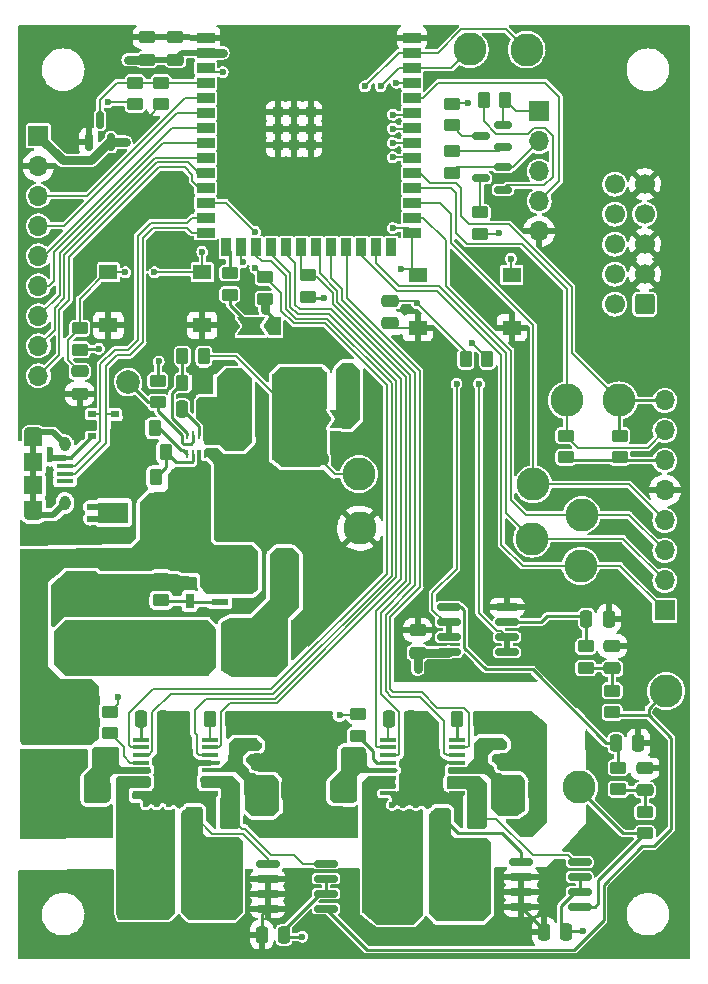
<source format=gtl>
G04 #@! TF.GenerationSoftware,KiCad,Pcbnew,6.0.9-1.fc35*
G04 #@! TF.CreationDate,2023-07-15T13:58:04-04:00*
G04 #@! TF.ProjectId,esp32_example,65737033-325f-4657-9861-6d706c652e6b,rev?*
G04 #@! TF.SameCoordinates,Original*
G04 #@! TF.FileFunction,Copper,L1,Top*
G04 #@! TF.FilePolarity,Positive*
%FSLAX46Y46*%
G04 Gerber Fmt 4.6, Leading zero omitted, Abs format (unit mm)*
G04 Created by KiCad (PCBNEW 6.0.9-1.fc35) date 2023-07-15 13:58:04*
%MOMM*%
%LPD*%
G01*
G04 APERTURE LIST*
G04 Aperture macros list*
%AMRoundRect*
0 Rectangle with rounded corners*
0 $1 Rounding radius*
0 $2 $3 $4 $5 $6 $7 $8 $9 X,Y pos of 4 corners*
0 Add a 4 corners polygon primitive as box body*
4,1,4,$2,$3,$4,$5,$6,$7,$8,$9,$2,$3,0*
0 Add four circle primitives for the rounded corners*
1,1,$1+$1,$2,$3*
1,1,$1+$1,$4,$5*
1,1,$1+$1,$6,$7*
1,1,$1+$1,$8,$9*
0 Add four rect primitives between the rounded corners*
20,1,$1+$1,$2,$3,$4,$5,0*
20,1,$1+$1,$4,$5,$6,$7,0*
20,1,$1+$1,$6,$7,$8,$9,0*
20,1,$1+$1,$8,$9,$2,$3,0*%
%AMFreePoly0*
4,1,6,1.000000,0.000000,0.500000,-0.750000,-0.500000,-0.750000,-0.500000,0.750000,0.500000,0.750000,1.000000,0.000000,1.000000,0.000000,$1*%
%AMFreePoly1*
4,1,6,0.500000,-0.750000,-0.650000,-0.750000,-0.150000,0.000000,-0.650000,0.750000,0.500000,0.750000,0.500000,-0.750000,0.500000,-0.750000,$1*%
%AMFreePoly2*
4,1,7,0.700000,0.000000,1.200000,-0.750000,-1.200000,-0.750000,-0.700000,0.000000,-1.200000,0.750000,1.200000,0.750000,0.700000,0.000000,0.700000,0.000000,$1*%
G04 Aperture macros list end*
G04 #@! TA.AperFunction,SMDPad,CuDef*
%ADD10RoundRect,0.150000X-0.825000X-0.150000X0.825000X-0.150000X0.825000X0.150000X-0.825000X0.150000X0*%
G04 #@! TD*
G04 #@! TA.AperFunction,SMDPad,CuDef*
%ADD11RoundRect,0.250000X-0.250000X-0.475000X0.250000X-0.475000X0.250000X0.475000X-0.250000X0.475000X0*%
G04 #@! TD*
G04 #@! TA.AperFunction,SMDPad,CuDef*
%ADD12RoundRect,0.250000X0.262500X0.450000X-0.262500X0.450000X-0.262500X-0.450000X0.262500X-0.450000X0*%
G04 #@! TD*
G04 #@! TA.AperFunction,SMDPad,CuDef*
%ADD13R,2.500000X1.800000*%
G04 #@! TD*
G04 #@! TA.AperFunction,ComponentPad*
%ADD14C,2.800000*%
G04 #@! TD*
G04 #@! TA.AperFunction,SMDPad,CuDef*
%ADD15RoundRect,0.150000X0.150000X-0.587500X0.150000X0.587500X-0.150000X0.587500X-0.150000X-0.587500X0*%
G04 #@! TD*
G04 #@! TA.AperFunction,SMDPad,CuDef*
%ADD16RoundRect,0.250000X0.450000X-0.262500X0.450000X0.262500X-0.450000X0.262500X-0.450000X-0.262500X0*%
G04 #@! TD*
G04 #@! TA.AperFunction,SMDPad,CuDef*
%ADD17RoundRect,0.250000X-0.475000X0.250000X-0.475000X-0.250000X0.475000X-0.250000X0.475000X0.250000X0*%
G04 #@! TD*
G04 #@! TA.AperFunction,SMDPad,CuDef*
%ADD18RoundRect,0.250000X-0.262500X-0.450000X0.262500X-0.450000X0.262500X0.450000X-0.262500X0.450000X0*%
G04 #@! TD*
G04 #@! TA.AperFunction,SMDPad,CuDef*
%ADD19RoundRect,0.250000X-0.450000X0.262500X-0.450000X-0.262500X0.450000X-0.262500X0.450000X0.262500X0*%
G04 #@! TD*
G04 #@! TA.AperFunction,ComponentPad*
%ADD20R,1.700000X1.700000*%
G04 #@! TD*
G04 #@! TA.AperFunction,ComponentPad*
%ADD21O,1.700000X1.700000*%
G04 #@! TD*
G04 #@! TA.AperFunction,SMDPad,CuDef*
%ADD22RoundRect,0.250000X0.250000X0.475000X-0.250000X0.475000X-0.250000X-0.475000X0.250000X-0.475000X0*%
G04 #@! TD*
G04 #@! TA.AperFunction,SMDPad,CuDef*
%ADD23C,2.000000*%
G04 #@! TD*
G04 #@! TA.AperFunction,SMDPad,CuDef*
%ADD24R,0.762000X1.219200*%
G04 #@! TD*
G04 #@! TA.AperFunction,SMDPad,CuDef*
%ADD25R,1.498600X0.889000*%
G04 #@! TD*
G04 #@! TA.AperFunction,SMDPad,CuDef*
%ADD26R,0.889000X1.498600*%
G04 #@! TD*
G04 #@! TA.AperFunction,SMDPad,CuDef*
%ADD27R,0.889000X0.889000*%
G04 #@! TD*
G04 #@! TA.AperFunction,SMDPad,CuDef*
%ADD28RoundRect,0.250000X0.312500X0.625000X-0.312500X0.625000X-0.312500X-0.625000X0.312500X-0.625000X0*%
G04 #@! TD*
G04 #@! TA.AperFunction,SMDPad,CuDef*
%ADD29FreePoly0,0.000000*%
G04 #@! TD*
G04 #@! TA.AperFunction,SMDPad,CuDef*
%ADD30FreePoly1,0.000000*%
G04 #@! TD*
G04 #@! TA.AperFunction,SMDPad,CuDef*
%ADD31RoundRect,0.250000X-0.312500X-0.625000X0.312500X-0.625000X0.312500X0.625000X-0.312500X0.625000X0*%
G04 #@! TD*
G04 #@! TA.AperFunction,SMDPad,CuDef*
%ADD32RoundRect,0.250000X0.475000X-0.250000X0.475000X0.250000X-0.475000X0.250000X-0.475000X-0.250000X0*%
G04 #@! TD*
G04 #@! TA.AperFunction,SMDPad,CuDef*
%ADD33R,1.460500X0.558800*%
G04 #@! TD*
G04 #@! TA.AperFunction,SMDPad,CuDef*
%ADD34R,1.358900X0.355600*%
G04 #@! TD*
G04 #@! TA.AperFunction,SMDPad,CuDef*
%ADD35R,3.098800X3.098800*%
G04 #@! TD*
G04 #@! TA.AperFunction,SMDPad,CuDef*
%ADD36FreePoly2,0.000000*%
G04 #@! TD*
G04 #@! TA.AperFunction,SMDPad,CuDef*
%ADD37FreePoly0,180.000000*%
G04 #@! TD*
G04 #@! TA.AperFunction,SMDPad,CuDef*
%ADD38R,0.700000X1.000000*%
G04 #@! TD*
G04 #@! TA.AperFunction,SMDPad,CuDef*
%ADD39R,0.700000X0.600000*%
G04 #@! TD*
G04 #@! TA.AperFunction,SMDPad,CuDef*
%ADD40R,0.228600X0.711200*%
G04 #@! TD*
G04 #@! TA.AperFunction,SMDPad,CuDef*
%ADD41RoundRect,0.150000X0.587500X0.150000X-0.587500X0.150000X-0.587500X-0.150000X0.587500X-0.150000X0*%
G04 #@! TD*
G04 #@! TA.AperFunction,ComponentPad*
%ADD42R,2.600000X2.600000*%
G04 #@! TD*
G04 #@! TA.AperFunction,ComponentPad*
%ADD43C,2.600000*%
G04 #@! TD*
G04 #@! TA.AperFunction,SMDPad,CuDef*
%ADD44R,1.350000X0.400000*%
G04 #@! TD*
G04 #@! TA.AperFunction,ComponentPad*
%ADD45O,0.950000X1.250000*%
G04 #@! TD*
G04 #@! TA.AperFunction,ComponentPad*
%ADD46O,1.550000X0.890000*%
G04 #@! TD*
G04 #@! TA.AperFunction,SMDPad,CuDef*
%ADD47R,1.550000X1.500000*%
G04 #@! TD*
G04 #@! TA.AperFunction,SMDPad,CuDef*
%ADD48R,1.550000X1.200000*%
G04 #@! TD*
G04 #@! TA.AperFunction,SMDPad,CuDef*
%ADD49R,1.600000X5.700000*%
G04 #@! TD*
G04 #@! TA.AperFunction,SMDPad,CuDef*
%ADD50R,1.550000X1.300000*%
G04 #@! TD*
G04 #@! TA.AperFunction,SMDPad,CuDef*
%ADD51RoundRect,0.150000X0.825000X0.150000X-0.825000X0.150000X-0.825000X-0.150000X0.825000X-0.150000X0*%
G04 #@! TD*
G04 #@! TA.AperFunction,ComponentPad*
%ADD52RoundRect,0.250000X0.600000X0.600000X-0.600000X0.600000X-0.600000X-0.600000X0.600000X-0.600000X0*%
G04 #@! TD*
G04 #@! TA.AperFunction,ComponentPad*
%ADD53C,1.700000*%
G04 #@! TD*
G04 #@! TA.AperFunction,SMDPad,CuDef*
%ADD54R,4.240000X3.810000*%
G04 #@! TD*
G04 #@! TA.AperFunction,ViaPad*
%ADD55C,0.600000*%
G04 #@! TD*
G04 #@! TA.AperFunction,ViaPad*
%ADD56C,0.800000*%
G04 #@! TD*
G04 #@! TA.AperFunction,Conductor*
%ADD57C,0.250000*%
G04 #@! TD*
G04 #@! TA.AperFunction,Conductor*
%ADD58C,0.200000*%
G04 #@! TD*
G04 #@! TA.AperFunction,Conductor*
%ADD59C,0.500000*%
G04 #@! TD*
G04 #@! TA.AperFunction,Conductor*
%ADD60C,0.750000*%
G04 #@! TD*
G04 APERTURE END LIST*
D10*
X160275000Y-158095000D03*
X160275000Y-159365000D03*
X160275000Y-160635000D03*
X160275000Y-161905000D03*
X165225000Y-161905000D03*
X165225000Y-160635000D03*
X165225000Y-159365000D03*
X165225000Y-158095000D03*
D11*
X133000000Y-130000000D03*
X134900000Y-130000000D03*
D12*
X157412500Y-115500000D03*
X155587500Y-115500000D03*
D13*
X129750000Y-128500000D03*
X125750000Y-128500000D03*
D11*
X156800000Y-149650000D03*
X158700000Y-149650000D03*
D14*
X161300000Y-126100000D03*
D15*
X123650000Y-97137500D03*
X125550000Y-97137500D03*
X124600000Y-95262500D03*
D16*
X146500000Y-147412500D03*
X146500000Y-145587500D03*
D12*
X158912500Y-93600000D03*
X157087500Y-93600000D03*
D16*
X154400000Y-95712500D03*
X154400000Y-93887500D03*
D11*
X149050000Y-146000000D03*
X150950000Y-146000000D03*
D17*
X149200000Y-110575000D03*
X149200000Y-112475000D03*
D18*
X131587500Y-117500000D03*
X133412500Y-117500000D03*
D14*
X160730000Y-89290000D03*
D12*
X131162500Y-125500000D03*
X129337500Y-125500000D03*
D16*
X168620000Y-123822500D03*
X168620000Y-121997500D03*
D19*
X156800000Y-103087500D03*
X156800000Y-104912500D03*
D11*
X133000000Y-127750000D03*
X134900000Y-127750000D03*
D20*
X119400000Y-96600000D03*
D21*
X119400000Y-99140000D03*
X119400000Y-101680000D03*
X119400000Y-104220000D03*
X119400000Y-106760000D03*
X119400000Y-109300000D03*
X119400000Y-111840000D03*
X119400000Y-114380000D03*
X119400000Y-116920000D03*
D22*
X164100000Y-164000000D03*
X162200000Y-164000000D03*
D16*
X165740000Y-141652500D03*
X165740000Y-139827500D03*
D23*
X127000000Y-117450000D03*
D11*
X168300000Y-148000000D03*
X170200000Y-148000000D03*
X128050000Y-146000000D03*
X129950000Y-146000000D03*
D16*
X127600000Y-93912500D03*
X127600000Y-92087500D03*
D10*
X138800000Y-158210000D03*
X138800000Y-159480000D03*
X138800000Y-160750000D03*
X138800000Y-162020000D03*
X143750000Y-162020000D03*
X143750000Y-160750000D03*
X143750000Y-159480000D03*
X143750000Y-158210000D03*
D14*
X168555000Y-118995000D03*
D24*
X132200000Y-132623600D03*
X132200000Y-135976400D03*
D25*
X133550000Y-88290000D03*
X133550000Y-89560000D03*
X133550000Y-90830000D03*
X133550000Y-92100000D03*
X133550000Y-93370000D03*
X133550000Y-94640000D03*
X133550000Y-95910000D03*
X133550000Y-97180000D03*
X133550000Y-98450000D03*
X133550000Y-99720000D03*
X133550000Y-100990000D03*
X133550000Y-102260000D03*
X133550000Y-103530000D03*
X133550000Y-104800000D03*
D26*
X135315000Y-106050000D03*
X136585000Y-106050000D03*
X137855000Y-106050000D03*
X139125000Y-106050000D03*
X140395000Y-106050000D03*
X141665000Y-106050000D03*
X142935000Y-106050000D03*
X144205000Y-106050000D03*
X145475000Y-106050000D03*
X146745000Y-106050000D03*
X148015000Y-106050000D03*
X149285000Y-106050000D03*
D25*
X151050000Y-104800000D03*
X151050000Y-103530000D03*
X151050000Y-102260000D03*
X151050000Y-100990000D03*
X151050000Y-99720000D03*
X151050000Y-98450000D03*
X151050000Y-97180000D03*
X151050000Y-95910000D03*
X151050000Y-94640000D03*
X151050000Y-93370000D03*
X151050000Y-92100000D03*
X151050000Y-90830000D03*
X151050000Y-89560000D03*
X151050000Y-88290000D03*
D27*
X141050000Y-96010000D03*
X141050000Y-94610000D03*
X139650000Y-94610000D03*
X139650000Y-96010000D03*
X139650000Y-97410000D03*
X141050000Y-97410000D03*
X142450000Y-97410000D03*
X142450000Y-96010000D03*
X142450000Y-94610000D03*
D28*
X125651372Y-149450000D03*
X122726372Y-149450000D03*
D19*
X129800000Y-92087500D03*
X129800000Y-93912500D03*
D29*
X143250000Y-120600000D03*
D30*
X144700000Y-120600000D03*
D11*
X133000000Y-125500000D03*
X134900000Y-125500000D03*
D14*
X172550000Y-143600000D03*
D31*
X137637500Y-151950000D03*
X140562500Y-151950000D03*
D20*
X161800000Y-94525000D03*
D21*
X161800000Y-97065000D03*
X161800000Y-99605000D03*
X161800000Y-102145000D03*
X161800000Y-104685000D03*
D32*
X151515000Y-140355000D03*
X151515000Y-138455000D03*
D33*
X134775850Y-132295000D03*
X134775850Y-133565000D03*
X134775850Y-134835000D03*
X134775850Y-136105000D03*
X140224150Y-136105000D03*
X140224150Y-134835000D03*
X140224150Y-133565000D03*
X140224150Y-132295000D03*
D31*
X132737500Y-154300000D03*
X135662500Y-154300000D03*
D28*
X146650000Y-149550000D03*
X143725000Y-149550000D03*
D31*
X158537500Y-152000000D03*
X161462500Y-152000000D03*
D32*
X167990000Y-141690000D03*
X167990000Y-139790000D03*
D12*
X133412500Y-115250000D03*
X131587500Y-115250000D03*
D22*
X140200000Y-164250000D03*
X138300000Y-164250000D03*
D16*
X164055000Y-123807500D03*
X164055000Y-121982500D03*
D34*
X133916250Y-152274999D03*
X133916250Y-151625001D03*
X133916250Y-150974999D03*
X133916250Y-150325001D03*
X133916250Y-149675002D03*
X133916250Y-149025001D03*
X133916250Y-148375002D03*
X133916250Y-147725001D03*
X128061550Y-147725001D03*
X128061550Y-148374999D03*
X128061550Y-149025001D03*
X128061550Y-149674999D03*
X128061550Y-150324998D03*
X128061550Y-150974999D03*
X128061550Y-151624998D03*
X128061550Y-152274999D03*
D35*
X130988900Y-150000000D03*
D32*
X131000000Y-90150000D03*
X131000000Y-88250000D03*
D11*
X165790000Y-137490000D03*
X167690000Y-137490000D03*
D29*
X135430000Y-112740000D03*
D36*
X137430000Y-112740000D03*
D37*
X139430000Y-112740000D03*
D38*
X125900000Y-121850000D03*
D39*
X125900000Y-120150000D03*
X123900000Y-120150000D03*
X123900000Y-122050000D03*
D14*
X146530000Y-125240000D03*
D40*
X131999811Y-123550100D03*
X132499937Y-123550100D03*
X133000063Y-123550100D03*
X133500189Y-123550100D03*
X133500189Y-121949900D03*
X133000063Y-121949900D03*
X132499937Y-121949900D03*
X131999811Y-121949900D03*
D16*
X154400000Y-99712500D03*
X154400000Y-97887500D03*
D41*
X158737500Y-101150000D03*
X158737500Y-99250000D03*
X156862500Y-100200000D03*
D14*
X155920000Y-89270000D03*
D11*
X131550000Y-119750000D03*
X133450000Y-119750000D03*
D19*
X129500000Y-117337500D03*
X129500000Y-119162500D03*
D42*
X128555000Y-161405000D03*
D43*
X133635000Y-161405000D03*
D20*
X172440000Y-136785000D03*
D21*
X172440000Y-134245000D03*
X172440000Y-131705000D03*
X172440000Y-129165000D03*
X172440000Y-126625000D03*
X172440000Y-124085000D03*
X172440000Y-121545000D03*
X172440000Y-119005000D03*
D44*
X121650000Y-123900000D03*
X121650000Y-124550000D03*
X121650000Y-125200000D03*
X121650000Y-125850000D03*
X121650000Y-126500000D03*
D45*
X121650000Y-122700000D03*
X121650000Y-127700000D03*
D46*
X118950000Y-128700000D03*
X118950000Y-121700000D03*
D47*
X118950000Y-124200000D03*
D48*
X118950000Y-128100000D03*
D47*
X118950000Y-126200000D03*
D48*
X118950000Y-122300000D03*
D49*
X135900000Y-119750000D03*
X140600000Y-119750000D03*
D31*
X153737500Y-154400000D03*
X156662500Y-154400000D03*
D16*
X170750000Y-155662500D03*
X170750000Y-153837500D03*
D17*
X122900000Y-116550000D03*
X122900000Y-118450000D03*
D14*
X165400000Y-128700000D03*
D19*
X142200000Y-108407500D03*
X142200000Y-110232500D03*
D34*
X154834150Y-152274999D03*
X154834150Y-151625001D03*
X154834150Y-150974999D03*
X154834150Y-150325001D03*
X154834150Y-149675002D03*
X154834150Y-149025001D03*
X154834150Y-148375002D03*
X154834150Y-147725001D03*
X148979450Y-147725001D03*
X148979450Y-148374999D03*
X148979450Y-149025001D03*
X148979450Y-149674999D03*
X148979450Y-150324998D03*
X148979450Y-150974999D03*
X148979450Y-151624998D03*
X148979450Y-152274999D03*
D35*
X151906800Y-150000000D03*
D16*
X129800000Y-135912500D03*
X129800000Y-134087500D03*
D28*
X145700000Y-152000000D03*
X142775000Y-152000000D03*
D50*
X151525000Y-112850000D03*
X159475000Y-112850000D03*
X151525000Y-108350000D03*
X159475000Y-108350000D03*
D32*
X128600000Y-90150000D03*
X128600000Y-88250000D03*
D28*
X124912500Y-152050000D03*
X121987500Y-152050000D03*
D16*
X122900000Y-114712500D03*
X122900000Y-112887500D03*
D17*
X140750000Y-124050000D03*
X140750000Y-125950000D03*
D51*
X159090000Y-140310000D03*
X159090000Y-139040000D03*
X159090000Y-137770000D03*
X159090000Y-136500000D03*
X154140000Y-136500000D03*
X154140000Y-137770000D03*
X154140000Y-139040000D03*
X154140000Y-140310000D03*
D19*
X135600000Y-108207500D03*
X135600000Y-110032500D03*
D32*
X170750000Y-152000000D03*
X170750000Y-150100000D03*
D16*
X167990000Y-145402500D03*
X167990000Y-143577500D03*
D41*
X158737500Y-97550000D03*
X158737500Y-95650000D03*
X156862500Y-96600000D03*
D52*
X170730000Y-110850000D03*
D53*
X168190000Y-110850000D03*
X170730000Y-108310000D03*
X168190000Y-108310000D03*
X170730000Y-105770000D03*
X168190000Y-105770000D03*
X170730000Y-103230000D03*
X168190000Y-103230000D03*
X170730000Y-100690000D03*
X168190000Y-100690000D03*
D14*
X161200000Y-130700000D03*
X146620000Y-129810000D03*
D11*
X136000000Y-149650000D03*
X137900000Y-149650000D03*
D42*
X149661800Y-161455000D03*
D43*
X154741800Y-161455000D03*
D16*
X168500000Y-151912500D03*
X168500000Y-150087500D03*
D19*
X138600000Y-108587500D03*
X138600000Y-110412500D03*
D12*
X135737500Y-146000000D03*
X133912500Y-146000000D03*
D42*
X123000000Y-134750000D03*
D43*
X123000000Y-139830000D03*
D12*
X130187500Y-123400000D03*
X128362500Y-123400000D03*
D17*
X143250000Y-124000000D03*
X143250000Y-125900000D03*
D50*
X125325000Y-112650000D03*
X133275000Y-112650000D03*
X133275000Y-108150000D03*
X125325000Y-108150000D03*
D14*
X164155000Y-118995000D03*
D12*
X156662500Y-146000000D03*
X154837500Y-146000000D03*
D54*
X131565000Y-140000000D03*
X137935000Y-140000000D03*
D14*
X165300000Y-133000000D03*
X165200000Y-151750000D03*
D18*
X127412500Y-121300000D03*
X129237500Y-121300000D03*
D16*
X125500000Y-147162500D03*
X125500000Y-145337500D03*
D55*
X167550000Y-125210000D03*
X168790000Y-125200000D03*
X122400000Y-143200000D03*
X139100000Y-153600000D03*
X123700000Y-152550000D03*
X122400000Y-147600000D03*
X122400000Y-146600000D03*
X137500000Y-148250000D03*
X145500000Y-149100000D03*
X124438872Y-148800000D03*
X123600000Y-146600000D03*
X157200000Y-148100000D03*
X139100000Y-151350000D03*
D56*
X131750000Y-127750000D03*
D55*
X158450000Y-153550000D03*
X159850000Y-151300000D03*
X122400000Y-144000000D03*
X123600000Y-145000000D03*
X144550000Y-151500000D03*
X123700000Y-151550000D03*
X136500000Y-148250000D03*
X123600000Y-144000000D03*
X139100000Y-152450000D03*
X125250000Y-93750000D03*
X158200000Y-148100000D03*
X145500000Y-150050000D03*
X159850000Y-152400000D03*
X159850000Y-153550000D03*
X122400000Y-145800000D03*
X144550000Y-152350000D03*
X122400000Y-144800000D03*
X123600000Y-147600000D03*
X123600000Y-145800000D03*
X123600000Y-143200000D03*
X137700000Y-153600000D03*
X124438872Y-149850000D03*
D56*
X123350000Y-125875000D03*
D55*
X153456800Y-152400000D03*
X151356800Y-152400000D03*
X129875000Y-111675000D03*
X138200000Y-94600000D03*
X139000000Y-126500000D03*
X137750000Y-114325000D03*
X121388872Y-149950000D03*
X141000000Y-93000000D03*
X137750000Y-126500000D03*
X171400000Y-149000000D03*
X129400000Y-153200000D03*
X152406800Y-153250000D03*
X136500000Y-125250000D03*
X151356800Y-153250000D03*
X144000000Y-96000000D03*
X135400000Y-88175000D03*
X126775000Y-88200000D03*
X160400000Y-120400000D03*
X129400000Y-152300000D03*
X142400000Y-99000000D03*
X138200000Y-96000000D03*
X149930000Y-138420000D03*
X139150000Y-150100000D03*
X158540000Y-162920000D03*
X131000000Y-111675000D03*
X136775000Y-114350000D03*
X132550000Y-152300000D03*
X142100000Y-153650000D03*
X139000000Y-127750000D03*
X140250000Y-150100000D03*
X128500000Y-153200000D03*
X149190000Y-101850000D03*
X138250000Y-165750000D03*
X158540000Y-164850000D03*
X142400000Y-93000000D03*
X141300000Y-150100000D03*
X152406800Y-152400000D03*
X159180000Y-102360000D03*
X142400000Y-150100000D03*
X120650000Y-152600000D03*
X144000000Y-94600000D03*
X137750000Y-129000000D03*
X134000000Y-110500000D03*
X139600000Y-93000000D03*
X161625000Y-150375000D03*
X160400000Y-116300000D03*
X128825000Y-95225000D03*
X150306800Y-153250000D03*
X139000000Y-129000000D03*
X140950000Y-153650000D03*
X144000000Y-97400000D03*
X161725000Y-153900000D03*
X149350000Y-153250000D03*
X136500000Y-127750000D03*
X150306800Y-152400000D03*
X141000000Y-99000000D03*
X129900000Y-110650000D03*
X140250000Y-129000000D03*
X158790000Y-100220000D03*
X137750000Y-127750000D03*
D56*
X127050000Y-122950000D03*
D55*
X130450000Y-153200000D03*
X131500000Y-153200000D03*
X136500000Y-129000000D03*
X131500000Y-152300000D03*
X135775000Y-114350000D03*
X133975000Y-109600000D03*
X130450000Y-152300000D03*
X121388872Y-148900000D03*
X120650000Y-151550000D03*
X137750000Y-125250000D03*
X171400000Y-148000000D03*
X138200000Y-97400000D03*
X136500000Y-126500000D03*
X166980000Y-156820000D03*
X140250000Y-127750000D03*
X168170000Y-153200000D03*
X139600000Y-99000000D03*
X133050000Y-109600000D03*
X133275000Y-106425000D03*
X129225000Y-108150000D03*
X135000000Y-91200000D03*
X155800000Y-93800000D03*
X126750000Y-108150000D03*
X159400000Y-107000000D03*
X151450000Y-110750000D03*
X150100000Y-107900000D03*
X158400000Y-104800000D03*
X149400000Y-104400000D03*
X144900000Y-145600000D03*
X126100000Y-144100000D03*
X146000000Y-116600000D03*
X146000000Y-117400000D03*
X156100000Y-114100000D03*
X145200000Y-117400000D03*
X135000000Y-89560000D03*
X141750000Y-164400000D03*
X127000000Y-90150000D03*
X145200000Y-119000000D03*
X146000000Y-119000000D03*
X145200000Y-118200000D03*
X145200000Y-116600000D03*
X129575000Y-115700000D03*
X143600000Y-110310000D03*
X151510000Y-141740000D03*
X146000000Y-118200000D03*
X165475000Y-163905000D03*
X138600000Y-111350000D03*
X124525000Y-114625000D03*
X126800000Y-97150000D03*
X120400000Y-123200000D03*
X123800000Y-128000000D03*
X120400000Y-124000000D03*
X123800000Y-129000000D03*
X149700000Y-92100000D03*
X149400000Y-94800000D03*
X149400000Y-98400000D03*
X149400000Y-97200000D03*
X149400000Y-96000000D03*
X137740000Y-104720000D03*
X137760000Y-107790000D03*
X156700000Y-117600000D03*
X148370000Y-92400000D03*
X147040000Y-92410000D03*
X154800000Y-117600000D03*
X136680000Y-107290000D03*
D57*
X143750000Y-159480000D02*
X143750000Y-160750000D01*
X165225000Y-159365000D02*
X165225000Y-160635000D01*
X165225000Y-161905000D02*
X166485000Y-161905000D01*
X166485000Y-161905000D02*
X166800000Y-161590000D01*
X166800000Y-161590000D02*
X166800000Y-159612500D01*
X166800000Y-159612500D02*
X167196250Y-159216250D01*
D58*
X125250000Y-93750000D02*
X127437500Y-93750000D01*
X127437500Y-93750000D02*
X127600000Y-93912500D01*
X128825000Y-94887500D02*
X129800000Y-93912500D01*
X149600000Y-112850000D02*
X151525000Y-112850000D01*
D59*
X131313898Y-149675002D02*
X130988900Y-150000000D01*
D57*
X138300000Y-164250000D02*
X138300000Y-165700000D01*
D58*
X128825000Y-95225000D02*
X128825000Y-94887500D01*
X149200000Y-112450000D02*
X149600000Y-112850000D01*
D57*
X138300000Y-164250000D02*
X138300000Y-162520000D01*
X160275000Y-161905000D02*
X160275000Y-159365000D01*
X162200000Y-164000000D02*
X162200000Y-163830000D01*
D59*
X133916250Y-149675002D02*
X131313898Y-149675002D01*
D57*
X162105000Y-163905000D02*
X162200000Y-164000000D01*
X138800000Y-159480000D02*
X138800000Y-162020000D01*
X138300000Y-162520000D02*
X138800000Y-162020000D01*
X138300000Y-165700000D02*
X138250000Y-165750000D01*
X162200000Y-163830000D02*
X160275000Y-161905000D01*
X138325000Y-164565000D02*
X138325000Y-164045000D01*
D58*
X141080000Y-157500000D02*
X141790000Y-158210000D01*
X135662500Y-154300000D02*
X136662500Y-155300000D01*
X136865686Y-155300000D02*
X139065686Y-157500000D01*
X136662500Y-155300000D02*
X136865686Y-155300000D01*
X139065686Y-157500000D02*
X141080000Y-157500000D01*
X141790000Y-158210000D02*
X143750000Y-158210000D01*
X138800000Y-157800000D02*
X138800000Y-158210000D01*
X136700000Y-155700000D02*
X138800000Y-157800000D01*
X134137500Y-155700000D02*
X136700000Y-155700000D01*
X132737500Y-154300000D02*
X134137500Y-155700000D01*
D57*
X167990000Y-143577500D02*
X167990000Y-141690000D01*
X165740000Y-141652500D02*
X167952500Y-141652500D01*
X167952500Y-141652500D02*
X167990000Y-141690000D01*
X165740000Y-139827500D02*
X165740000Y-137690000D01*
X161960000Y-137770000D02*
X159090000Y-137770000D01*
X165540000Y-137240000D02*
X162490000Y-137240000D01*
X162490000Y-137240000D02*
X161960000Y-137770000D01*
X128050000Y-147713451D02*
X128061550Y-147725001D01*
X128050000Y-146000000D02*
X128050000Y-147713451D01*
D58*
X164845000Y-158095000D02*
X164250000Y-157500000D01*
X156662500Y-154400000D02*
X158150000Y-154400000D01*
X161250000Y-157500000D02*
X164250000Y-157500000D01*
X165225000Y-158095000D02*
X164845000Y-158095000D01*
X156662500Y-154912500D02*
X156925000Y-155175000D01*
X156662500Y-154400000D02*
X156662500Y-154912500D01*
X158150000Y-154400000D02*
X161250000Y-157500000D01*
D57*
X168587500Y-152000000D02*
X168500000Y-151912500D01*
X170750000Y-153837500D02*
X170750000Y-152000000D01*
X170750000Y-152000000D02*
X168587500Y-152000000D01*
X157300000Y-141780000D02*
X155440000Y-139920000D01*
X155440000Y-139920000D02*
X155440000Y-136730000D01*
X161240000Y-141780000D02*
X157300000Y-141780000D01*
X155440000Y-136730000D02*
X155210000Y-136500000D01*
X168500000Y-148200000D02*
X168300000Y-148000000D01*
X168300000Y-148000000D02*
X167460000Y-148000000D01*
X168500000Y-150087500D02*
X168500000Y-148200000D01*
X155210000Y-136500000D02*
X154140000Y-136500000D01*
X167460000Y-148000000D02*
X161240000Y-141780000D01*
D58*
X121900000Y-113887500D02*
X122900000Y-112887500D01*
X122900000Y-116550000D02*
X121900000Y-115550000D01*
X135000000Y-91200000D02*
X133920000Y-91200000D01*
X122900000Y-110375000D02*
X125125000Y-108150000D01*
X125125000Y-108150000D02*
X125325000Y-108150000D01*
X122900000Y-112887500D02*
X122900000Y-110375000D01*
X125325000Y-108150000D02*
X126750000Y-108150000D01*
X133920000Y-91200000D02*
X133550000Y-90830000D01*
X129225000Y-108150000D02*
X133275000Y-108150000D01*
X133275000Y-108150000D02*
X133275000Y-106425000D01*
X121900000Y-115550000D02*
X121900000Y-113887500D01*
X154487500Y-93800000D02*
X154400000Y-93887500D01*
X155800000Y-93800000D02*
X154487500Y-93800000D01*
X151250000Y-110550000D02*
X151450000Y-110750000D01*
X151075000Y-107900000D02*
X151525000Y-108350000D01*
X149200000Y-110550000D02*
X151250000Y-110550000D01*
X151450000Y-110750000D02*
X155587500Y-114887500D01*
X151050000Y-107875000D02*
X151337500Y-108162500D01*
X159400000Y-108275000D02*
X159475000Y-108350000D01*
X150650000Y-104400000D02*
X151050000Y-104800000D01*
X156800000Y-104912500D02*
X158287500Y-104912500D01*
X155587500Y-114887500D02*
X155587500Y-115500000D01*
X151050000Y-104800000D02*
X151050000Y-107875000D01*
X150100000Y-107900000D02*
X151075000Y-107900000D01*
X151337500Y-108162500D02*
X151525000Y-108350000D01*
X159400000Y-107000000D02*
X159400000Y-108275000D01*
X149400000Y-104400000D02*
X150650000Y-104400000D01*
X158287500Y-104912500D02*
X158400000Y-104800000D01*
X148979450Y-147725001D02*
X148979450Y-146527350D01*
D57*
X165475000Y-163905000D02*
X164195000Y-163905000D01*
D58*
X157412500Y-115500000D02*
X157412500Y-115412500D01*
X126100000Y-144737500D02*
X125500000Y-145337500D01*
X126100000Y-144100000D02*
X126100000Y-144737500D01*
D60*
X135000000Y-89560000D02*
X133550000Y-89560000D01*
X121475000Y-98675000D02*
X119400000Y-96600000D01*
D57*
X164195000Y-163905000D02*
X164100000Y-164000000D01*
X142277500Y-110310000D02*
X142200000Y-110232500D01*
D58*
X146487500Y-145600000D02*
X146500000Y-145587500D01*
D57*
X122987500Y-114625000D02*
X122900000Y-114712500D01*
X139430000Y-112740000D02*
X139430000Y-112180000D01*
D58*
X157412500Y-115412500D02*
X156100000Y-114100000D01*
D59*
X133550000Y-89560000D02*
X131590000Y-89560000D01*
X130650000Y-90150000D02*
X131000000Y-90150000D01*
D60*
X127000000Y-90150000D02*
X128600000Y-90150000D01*
D57*
X163650000Y-161833249D02*
X163650000Y-163550000D01*
D58*
X144900000Y-145600000D02*
X146487500Y-145600000D01*
D57*
X164332500Y-124085000D02*
X164055000Y-123807500D01*
X140355000Y-164405000D02*
X140200000Y-164250000D01*
D60*
X125412805Y-97137500D02*
X123875305Y-98675000D01*
X151515000Y-140355000D02*
X154095000Y-140355000D01*
D57*
X143250000Y-160750000D02*
X143750000Y-160750000D01*
D60*
X138600000Y-111350000D02*
X138600000Y-110412500D01*
D59*
X128600000Y-90150000D02*
X130650000Y-90150000D01*
D57*
X141737500Y-164405000D02*
X140355000Y-164405000D01*
X140200000Y-164250000D02*
X140200000Y-163800000D01*
X165225000Y-160635000D02*
X164848249Y-160635000D01*
D60*
X125550000Y-97137500D02*
X126787500Y-97137500D01*
D57*
X172440000Y-124085000D02*
X164332500Y-124085000D01*
D59*
X131590000Y-89560000D02*
X131000000Y-90150000D01*
D60*
X154095000Y-140355000D02*
X154140000Y-140310000D01*
X151510000Y-141740000D02*
X151510000Y-140360000D01*
D57*
X139430000Y-112180000D02*
X138600000Y-111350000D01*
D60*
X126787500Y-97137500D02*
X126800000Y-97150000D01*
X123875305Y-98675000D02*
X121475000Y-98675000D01*
D57*
X129500000Y-117337500D02*
X129500000Y-115811827D01*
X143600000Y-110310000D02*
X142277500Y-110310000D01*
X140200000Y-163800000D02*
X143250000Y-160750000D01*
X164848249Y-160635000D02*
X163650000Y-161833249D01*
X124525000Y-114625000D02*
X122987500Y-114625000D01*
D60*
X125550000Y-97137500D02*
X125412805Y-97137500D01*
D57*
X163650000Y-163550000D02*
X164100000Y-164000000D01*
X133450000Y-119750000D02*
X133450000Y-121899711D01*
X133450000Y-121899711D02*
X133500189Y-121949900D01*
D58*
X146530000Y-125240000D02*
X144490000Y-125240000D01*
X140600000Y-119750000D02*
X136100000Y-115250000D01*
X136100000Y-115250000D02*
X133412500Y-115250000D01*
X144490000Y-125240000D02*
X143250000Y-124000000D01*
D57*
X131550000Y-119750000D02*
X133000063Y-121200063D01*
X133000063Y-121200063D02*
X133000063Y-121949900D01*
D58*
X127600000Y-92087500D02*
X126063971Y-92087500D01*
X129812500Y-92100000D02*
X129800000Y-92087500D01*
X133550000Y-92100000D02*
X129812500Y-92100000D01*
X124600000Y-93551471D02*
X124600000Y-95262500D01*
X126063971Y-92087500D02*
X124600000Y-93551471D01*
X129800000Y-92087500D02*
X127600000Y-92087500D01*
D59*
X121650000Y-123900000D02*
X120500000Y-123900000D01*
X123800000Y-128000000D02*
X125250000Y-128000000D01*
X125250000Y-128000000D02*
X125750000Y-128500000D01*
X120500000Y-123900000D02*
X120400000Y-124000000D01*
D57*
X123900000Y-122050000D02*
X122050000Y-123900000D01*
X122050000Y-123900000D02*
X121650000Y-123900000D01*
D59*
X120400000Y-124000000D02*
X120400000Y-123200000D01*
X123800000Y-129000000D02*
X125250000Y-129000000D01*
X125250000Y-129000000D02*
X125750000Y-128500000D01*
D58*
X132016049Y-103940000D02*
X132426049Y-103530000D01*
X127800000Y-105056800D02*
X128916800Y-103940000D01*
X125856800Y-114725000D02*
X126956800Y-114725000D01*
X124650000Y-115931800D02*
X125856800Y-114725000D01*
X128916800Y-103940000D02*
X132016049Y-103940000D01*
X127800000Y-113881800D02*
X127800000Y-105056800D01*
X121650000Y-124550000D02*
X122525000Y-124550000D01*
X124650000Y-120150000D02*
X124650000Y-115931800D01*
X126956800Y-114725000D02*
X127800000Y-113881800D01*
X132426049Y-103530000D02*
X133550000Y-103530000D01*
X124650000Y-122425000D02*
X124650000Y-120150000D01*
X122525000Y-124550000D02*
X124650000Y-122425000D01*
X123900000Y-120150000D02*
X124650000Y-120150000D01*
X125100000Y-116118200D02*
X125100000Y-120175000D01*
X128250000Y-114068200D02*
X127143200Y-115175000D01*
X127143200Y-115175000D02*
X126043200Y-115175000D01*
X132016049Y-104390000D02*
X129103200Y-104390000D01*
X128250000Y-105243200D02*
X128250000Y-114068200D01*
X126043200Y-115175000D02*
X125100000Y-116118200D01*
X132426049Y-104800000D02*
X132016049Y-104390000D01*
X125100000Y-122625000D02*
X122525000Y-125200000D01*
X125125000Y-120150000D02*
X125100000Y-120175000D01*
X125100000Y-120175000D02*
X125100000Y-122625000D01*
X125900000Y-120150000D02*
X125125000Y-120150000D01*
X133550000Y-104800000D02*
X132426049Y-104800000D01*
X129103200Y-104390000D02*
X128250000Y-105243200D01*
X122525000Y-125200000D02*
X121650000Y-125200000D01*
D57*
X132200000Y-135976400D02*
X129863900Y-135976400D01*
X132328600Y-136105000D02*
X132200000Y-135976400D01*
X129863900Y-135976400D02*
X129800000Y-135912500D01*
X134775850Y-136105000D02*
X132328600Y-136105000D01*
D59*
X120650000Y-121700000D02*
X121650000Y-122700000D01*
X118950000Y-121700000D02*
X118950000Y-128700000D01*
X118950000Y-128700000D02*
X120650000Y-128700000D01*
X120650000Y-128700000D02*
X121650000Y-127700000D01*
X118950000Y-121700000D02*
X120650000Y-121700000D01*
D58*
X158737500Y-93775000D02*
X158912500Y-93600000D01*
X158737500Y-95650000D02*
X158737500Y-93775000D01*
X161800000Y-94525000D02*
X159837500Y-94525000D01*
X159837500Y-94525000D02*
X158912500Y-93600000D01*
X154400000Y-99712500D02*
X154862500Y-99250000D01*
X154862500Y-99250000D02*
X158737500Y-99250000D01*
X159615000Y-99250000D02*
X161800000Y-97065000D01*
X158737500Y-99250000D02*
X159615000Y-99250000D01*
X149700000Y-92100000D02*
X151050000Y-92100000D01*
X161800000Y-102145000D02*
X163500000Y-100445000D01*
X162300000Y-92100000D02*
X153269300Y-92100000D01*
X151999300Y-93370000D02*
X151050000Y-93370000D01*
X163500000Y-100445000D02*
X163500000Y-93300000D01*
X153269300Y-92100000D02*
X151999300Y-93370000D01*
X163500000Y-93300000D02*
X162300000Y-92100000D01*
X133550000Y-93370000D02*
X131832817Y-93370000D01*
X131832817Y-93370000D02*
X123522817Y-101680000D01*
X123522817Y-101680000D02*
X119400000Y-101680000D01*
X133550000Y-94640000D02*
X131160000Y-94640000D01*
X121580000Y-104220000D02*
X119400000Y-104220000D01*
X131160000Y-94640000D02*
X121580000Y-104220000D01*
X119400000Y-106760000D02*
X119840000Y-106760000D01*
X130690000Y-95910000D02*
X133550000Y-95910000D01*
X119840000Y-106760000D02*
X130690000Y-95910000D01*
X120275000Y-109300000D02*
X119400000Y-109300000D01*
X133550000Y-97180000D02*
X129985686Y-97180000D01*
X120700000Y-106465686D02*
X120700000Y-108875000D01*
X120700000Y-108875000D02*
X120275000Y-109300000D01*
X129985686Y-97180000D02*
X120700000Y-106465686D01*
X121200000Y-106531372D02*
X121200000Y-110050000D01*
X121190000Y-110050000D02*
X119400000Y-111840000D01*
X121200000Y-110050000D02*
X121190000Y-110050000D01*
X133550000Y-98450000D02*
X129281372Y-98450000D01*
X129281372Y-98450000D02*
X121200000Y-106531372D01*
X133550000Y-99720000D02*
X132820000Y-99720000D01*
X132820000Y-99720000D02*
X132820000Y-99570000D01*
X120775000Y-113005000D02*
X120775000Y-111200000D01*
X129447058Y-98850000D02*
X121600000Y-106697058D01*
X121600000Y-110350000D02*
X120775000Y-111175000D01*
X121600000Y-106697058D02*
X121600000Y-110350000D01*
X120775000Y-111175000D02*
X120775000Y-111200000D01*
X119400000Y-114380000D02*
X120775000Y-113005000D01*
X132100000Y-98850000D02*
X129447058Y-98850000D01*
X132820000Y-99570000D02*
X132100000Y-98850000D01*
X133550000Y-100990000D02*
X133015000Y-100990000D01*
X121175000Y-115145000D02*
X121175000Y-111350000D01*
X131775000Y-99250000D02*
X132425000Y-99900000D01*
X132425000Y-99900000D02*
X132425000Y-100400000D01*
X122000000Y-110525000D02*
X122000000Y-106862744D01*
X129612744Y-99250000D02*
X131775000Y-99250000D01*
X121175000Y-111350000D02*
X122000000Y-110525000D01*
X122000000Y-106862744D02*
X129612744Y-99250000D01*
X119400000Y-116920000D02*
X121175000Y-115145000D01*
X133015000Y-100990000D02*
X132425000Y-100400000D01*
D57*
X158650000Y-155600000D02*
X160275000Y-157225000D01*
X160275000Y-157225000D02*
X160275000Y-158095000D01*
X154937500Y-155600000D02*
X158650000Y-155600000D01*
X153737500Y-154400000D02*
X154937500Y-155600000D01*
D58*
X165300000Y-133000000D02*
X160400000Y-133000000D01*
X165300000Y-133000000D02*
X168655000Y-133000000D01*
X153168628Y-109700000D02*
X153143628Y-109725000D01*
X158600000Y-115131372D02*
X153168628Y-109700000D01*
X158600000Y-131200000D02*
X158600000Y-115131372D01*
X153143628Y-109725000D02*
X149759314Y-109725000D01*
X160400000Y-133000000D02*
X158600000Y-131200000D01*
X168655000Y-133000000D02*
X172440000Y-136785000D01*
X146745000Y-106710686D02*
X146745000Y-106050000D01*
X149759314Y-109725000D02*
X146745000Y-106710686D01*
X148015000Y-107365000D02*
X148015000Y-106050000D01*
X168895000Y-130700000D02*
X172440000Y-134245000D01*
X153334314Y-109300000D02*
X149950000Y-109300000D01*
X161200000Y-130700000D02*
X168895000Y-130700000D01*
X161200000Y-130700000D02*
X159000000Y-128500000D01*
X149950000Y-109300000D02*
X148015000Y-107365000D01*
X159000000Y-114965686D02*
X153334314Y-109300000D01*
X159000000Y-128500000D02*
X159000000Y-114965686D01*
X160700000Y-128700000D02*
X165400000Y-128700000D01*
X151999300Y-103530000D02*
X153925000Y-105455700D01*
X159400000Y-114800000D02*
X159400000Y-127400000D01*
X153925000Y-109325000D02*
X159400000Y-114800000D01*
X159400000Y-127400000D02*
X160700000Y-128700000D01*
X165400000Y-128700000D02*
X169435000Y-128700000D01*
X169435000Y-128700000D02*
X172440000Y-131705000D01*
X153925000Y-105455700D02*
X153925000Y-109325000D01*
X151050000Y-103530000D02*
X151999300Y-103530000D01*
X154325000Y-105675000D02*
X154325000Y-103200000D01*
X161300000Y-126100000D02*
X169375000Y-126100000D01*
X161300000Y-112650000D02*
X154325000Y-105675000D01*
X153385000Y-102260000D02*
X151050000Y-102260000D01*
X161300000Y-126100000D02*
X161300000Y-112650000D01*
X154325000Y-103200000D02*
X153385000Y-102260000D01*
X169375000Y-126100000D02*
X172440000Y-129165000D01*
X164155000Y-121882500D02*
X164155000Y-118995000D01*
X151050000Y-100990000D02*
X152190000Y-100990000D01*
X155650000Y-105750000D02*
X160351777Y-105750000D01*
X152190000Y-100990000D02*
X152200000Y-101000000D01*
X160351777Y-105750000D02*
X164155000Y-109553223D01*
X165082500Y-123010000D02*
X170975000Y-123010000D01*
X164155000Y-109553223D02*
X164155000Y-118995000D01*
X154350000Y-101000000D02*
X154750000Y-101400000D01*
X154750000Y-101400000D02*
X154750000Y-104850000D01*
X154750000Y-104850000D02*
X155650000Y-105750000D01*
X164055000Y-121982500D02*
X164155000Y-121882500D01*
X170975000Y-123010000D02*
X172440000Y-121545000D01*
X152200000Y-101000000D02*
X154350000Y-101000000D01*
X164055000Y-121982500D02*
X165082500Y-123010000D01*
X164555000Y-114995000D02*
X168555000Y-118995000D01*
X155200000Y-103400000D02*
X155870710Y-104070710D01*
X152550000Y-100550000D02*
X154750000Y-100550000D01*
D57*
X172440000Y-119005000D02*
X168565000Y-119005000D01*
X168555000Y-121932500D02*
X168555000Y-118995000D01*
D58*
X164555000Y-109387538D02*
X164555000Y-114995000D01*
D57*
X168620000Y-121997500D02*
X168555000Y-121932500D01*
D58*
X159238173Y-104070710D02*
X164555000Y-109387538D01*
X155870710Y-104070710D02*
X159238173Y-104070710D01*
X155200000Y-101000000D02*
X155200000Y-103400000D01*
X168755000Y-121982500D02*
X168555000Y-121782500D01*
X154750000Y-100550000D02*
X155200000Y-101000000D01*
X151800000Y-99800000D02*
X152550000Y-100550000D01*
X150890000Y-94800000D02*
X151050000Y-94640000D01*
X149400000Y-94800000D02*
X150890000Y-94800000D01*
X151000000Y-98400000D02*
X151050000Y-98450000D01*
X149400000Y-98400000D02*
X151000000Y-98400000D01*
X151030000Y-97200000D02*
X151050000Y-97180000D01*
X149400000Y-97200000D02*
X151030000Y-97200000D01*
X149400000Y-96000000D02*
X150960000Y-96000000D01*
X150960000Y-96000000D02*
X151050000Y-95910000D01*
D57*
X135600000Y-108207500D02*
X135600000Y-106335000D01*
X135600000Y-106335000D02*
X135315000Y-106050000D01*
D58*
X158400000Y-97887500D02*
X158737500Y-97550000D01*
X154400000Y-97887500D02*
X158400000Y-97887500D01*
X155287500Y-96600000D02*
X154400000Y-95712500D01*
X156862500Y-96600000D02*
X155287500Y-96600000D01*
X160838654Y-96400000D02*
X161323654Y-95915000D01*
X162950000Y-100081346D02*
X162231346Y-100800000D01*
X157087500Y-95373896D02*
X158113604Y-96400000D01*
X162276346Y-95915000D02*
X162950000Y-96588654D01*
X162231346Y-100800000D02*
X159087500Y-100800000D01*
X159087500Y-100800000D02*
X158737500Y-101150000D01*
X157087500Y-93600000D02*
X157087500Y-95373896D01*
X161323654Y-95915000D02*
X162276346Y-95915000D01*
X158113604Y-96400000D02*
X160838654Y-96400000D01*
X162950000Y-96588654D02*
X162950000Y-100081346D01*
X156800000Y-103087500D02*
X156800000Y-100262500D01*
X156800000Y-100262500D02*
X156862500Y-100200000D01*
X133916250Y-146003750D02*
X133912500Y-146000000D01*
X133916250Y-147725001D02*
X133916250Y-146003750D01*
X138600000Y-108587500D02*
X139940000Y-109927500D01*
X139940000Y-109927500D02*
X139940000Y-111407057D01*
X127050000Y-145497183D02*
X127050000Y-148150000D01*
X148900000Y-117700000D02*
X148900000Y-133660000D01*
X148900000Y-133660000D02*
X139110000Y-143450000D01*
X133550000Y-102260000D02*
X135280000Y-102260000D01*
X127274999Y-148374999D02*
X128061550Y-148374999D01*
X139110000Y-143450000D02*
X129100000Y-143450000D01*
X128572183Y-143975000D02*
X127050000Y-145497183D01*
X143679999Y-112480000D02*
X148900000Y-117700000D01*
X135280000Y-102260000D02*
X137740000Y-104720000D01*
X139940000Y-111407057D02*
X141012944Y-112480000D01*
X129100000Y-143450000D02*
X128575000Y-143975000D01*
X138600000Y-108587500D02*
X137855000Y-107842500D01*
X141012944Y-112480000D02*
X143679999Y-112480000D01*
X128575000Y-143975000D02*
X128572183Y-143975000D01*
X127050000Y-148150000D02*
X127274999Y-148374999D01*
X141665000Y-107872500D02*
X142200000Y-108407500D01*
X150500000Y-117037257D02*
X144300000Y-110837257D01*
X142380000Y-108587500D02*
X142200000Y-108407500D01*
X144300000Y-110837257D02*
X144300000Y-109887500D01*
X144300000Y-109887500D02*
X143000000Y-108587500D01*
X143000000Y-108587500D02*
X142380000Y-108587500D01*
X148979450Y-148374999D02*
X148100000Y-148374999D01*
X148000000Y-148274999D02*
X148000000Y-136822741D01*
X148000000Y-136822741D02*
X150500000Y-134322740D01*
X141665000Y-106050000D02*
X141665000Y-107872500D01*
X150500000Y-134322740D02*
X150500000Y-117037257D01*
X148100000Y-148374999D02*
X148000000Y-148274999D01*
X133036800Y-149025001D02*
X132838300Y-148826501D01*
X144011371Y-111680000D02*
X145880685Y-113549315D01*
X133916250Y-149025001D02*
X133036800Y-149025001D01*
X139441370Y-144250000D02*
X149700000Y-133991370D01*
X140740000Y-108188800D02*
X140740000Y-111075686D01*
X132838300Y-147338300D02*
X132625000Y-147125000D01*
X139125000Y-106050000D02*
X139125000Y-106573800D01*
X132838300Y-148826501D02*
X132838300Y-147338300D01*
X133550000Y-144250000D02*
X139441370Y-144250000D01*
X149700000Y-133991370D02*
X149700000Y-117368628D01*
X141344314Y-111680000D02*
X144011371Y-111680000D01*
X132625000Y-147125000D02*
X132625000Y-145175000D01*
X132625000Y-145175000D02*
X133550000Y-144250000D01*
X140740000Y-111075686D02*
X141344314Y-111680000D01*
X139125000Y-106573800D02*
X140740000Y-108188800D01*
X149700000Y-117368628D02*
X145880685Y-113549315D01*
X141140000Y-107360000D02*
X140395000Y-106615000D01*
X150100000Y-134157056D02*
X150100000Y-117202942D01*
X134724998Y-148375002D02*
X134900000Y-148200000D01*
X141510000Y-111280000D02*
X141140000Y-110910000D01*
X135597183Y-144650000D02*
X139607056Y-144650000D01*
X134900000Y-148200000D02*
X134900000Y-145347183D01*
X150100000Y-117202942D02*
X144177057Y-111280000D01*
X141140000Y-110910000D02*
X141140000Y-107360000D01*
X139607056Y-144650000D02*
X150100000Y-134157056D01*
X133916250Y-148375002D02*
X134724998Y-148375002D01*
X140395000Y-106615000D02*
X140395000Y-106050000D01*
X144177057Y-111280000D02*
X141510000Y-111280000D01*
X134900000Y-145347183D02*
X135597183Y-144650000D01*
X138325000Y-107225000D02*
X137855000Y-106755000D01*
X137855000Y-106755000D02*
X137855000Y-106050000D01*
X129050000Y-145397183D02*
X130597183Y-143850000D01*
X140340000Y-111241371D02*
X140340000Y-108440000D01*
X149300000Y-117534314D02*
X143845685Y-112080000D01*
X139125000Y-107225000D02*
X138325000Y-107225000D01*
X128724999Y-149025001D02*
X129050000Y-148700000D01*
X139275686Y-143850000D02*
X149300000Y-133825685D01*
X143845685Y-112080000D02*
X141178629Y-112080000D01*
X128061550Y-149025001D02*
X128724999Y-149025001D01*
X141178629Y-112080000D02*
X140340000Y-111241371D01*
X140340000Y-108440000D02*
X139125000Y-107225000D01*
X149300000Y-133825685D02*
X149300000Y-117534314D01*
X129050000Y-148700000D02*
X129050000Y-145397183D01*
X130597183Y-143850000D02*
X139275686Y-143850000D01*
X148370000Y-92400000D02*
X149940000Y-90830000D01*
X151050000Y-90830000D02*
X154360000Y-90830000D01*
X154360000Y-90830000D02*
X155920000Y-89270000D01*
X156700000Y-117600000D02*
X156700000Y-136991396D01*
X156700000Y-136991396D02*
X158213604Y-138505000D01*
D59*
X159090000Y-139040000D02*
X159090000Y-140310000D01*
D58*
X158213604Y-138505000D02*
X158555000Y-138505000D01*
X159090000Y-139040000D02*
X158555000Y-138505000D01*
X149940000Y-90830000D02*
X151050000Y-90830000D01*
X159010000Y-87570000D02*
X160730000Y-89290000D01*
X154140000Y-137770000D02*
X153798604Y-137770000D01*
X151050000Y-89560000D02*
X153225836Y-89560000D01*
X152750000Y-135320000D02*
X154800000Y-133270000D01*
X154800000Y-133270000D02*
X154800000Y-117600000D01*
X147040000Y-92410000D02*
X149890000Y-89560000D01*
X152750000Y-136721396D02*
X152750000Y-135320000D01*
X155215836Y-87570000D02*
X159010000Y-87570000D01*
D59*
X154140000Y-139040000D02*
X154140000Y-137770000D01*
D58*
X153798604Y-137770000D02*
X152750000Y-136721396D01*
X149890000Y-89560000D02*
X151050000Y-89560000D01*
X153225836Y-89560000D02*
X155215836Y-87570000D01*
X148800000Y-143598960D02*
X148800000Y-137154113D01*
X145100000Y-109556128D02*
X144205000Y-108661128D01*
X148800000Y-137154113D02*
X151300000Y-134654112D01*
X145100000Y-110505886D02*
X145100000Y-109556128D01*
X150697057Y-116102942D02*
X145100000Y-110505886D01*
X144205000Y-108661128D02*
X144205000Y-106050000D01*
X153954700Y-149025001D02*
X153756200Y-148826501D01*
X149276040Y-144075000D02*
X148800000Y-143598960D01*
X151300000Y-134654112D02*
X151300000Y-116670531D01*
X150732411Y-116102942D02*
X150697057Y-116102942D01*
X151300000Y-116670531D02*
X150732411Y-116102942D01*
X151675000Y-144075000D02*
X149276040Y-144075000D01*
X153756200Y-146156200D02*
X151675000Y-144075000D01*
X153756200Y-148826501D02*
X153756200Y-146156200D01*
X154834150Y-149025001D02*
X153954700Y-149025001D01*
X154834150Y-148375002D02*
X155713600Y-148375002D01*
X151700000Y-134819797D02*
X151700000Y-116504845D01*
X155850000Y-145450000D02*
X155400000Y-145000000D01*
X149200000Y-143433274D02*
X149200000Y-137319799D01*
X146745000Y-111549846D02*
X146709646Y-111549846D01*
X153165686Y-145000000D02*
X151840685Y-143675000D01*
X149200000Y-137319799D02*
X151700000Y-134819797D01*
X146709646Y-111549846D02*
X145500000Y-110340200D01*
X145500000Y-110340200D02*
X145500000Y-106075000D01*
X151700000Y-116504845D02*
X146745000Y-111549846D01*
X151840685Y-143675000D02*
X149441726Y-143675000D01*
X145500000Y-106075000D02*
X145475000Y-106050000D01*
X155713600Y-148375002D02*
X155850000Y-148238602D01*
X149441726Y-143675000D02*
X149200000Y-143433274D01*
X155400000Y-145000000D02*
X153165686Y-145000000D01*
X155850000Y-148238602D02*
X155850000Y-145450000D01*
X150900000Y-116836216D02*
X150864645Y-116836216D01*
X144700000Y-110671571D02*
X144700000Y-109721814D01*
X143200000Y-106315000D02*
X142935000Y-106050000D01*
X143200000Y-108221814D02*
X143200000Y-106315000D01*
X150900000Y-134488426D02*
X150900000Y-116836216D01*
X150864645Y-116836216D02*
X144700000Y-110671571D01*
X149958900Y-148925001D02*
X149958900Y-145406083D01*
X148400000Y-136988427D02*
X150900000Y-134488426D01*
X149858900Y-149025001D02*
X149958900Y-148925001D01*
X149958900Y-145406083D02*
X148400000Y-143847183D01*
X148400000Y-143847183D02*
X148400000Y-136988427D01*
X144700000Y-109721814D02*
X143200000Y-108221814D01*
X148979450Y-149025001D02*
X149858900Y-149025001D01*
D57*
X173000000Y-147600000D02*
X171062500Y-145662500D01*
X171062500Y-145662500D02*
X171062500Y-145087500D01*
X164763884Y-165500000D02*
X167250000Y-163013884D01*
X171500000Y-156750000D02*
X173000000Y-155250000D01*
X171062500Y-145662500D02*
X168250000Y-145662500D01*
X147230000Y-165500000D02*
X164763884Y-165500000D01*
X173000000Y-155250000D02*
X173000000Y-147600000D01*
X170500000Y-156750000D02*
X171500000Y-156750000D01*
X171062500Y-145087500D02*
X172550000Y-143600000D01*
X167250000Y-163013884D02*
X167250000Y-160000000D01*
X168250000Y-145662500D02*
X167990000Y-145402500D01*
X167250000Y-160000000D02*
X170500000Y-156750000D01*
X143750000Y-162020000D02*
X147230000Y-165500000D01*
D58*
X128061550Y-149674999D02*
X127182100Y-149674999D01*
X126650000Y-149142899D02*
X126650000Y-148312500D01*
X126650000Y-148312500D02*
X125500000Y-147162500D01*
X127182100Y-149674999D02*
X126650000Y-149142899D01*
D57*
X131525215Y-122550215D02*
X131525215Y-121899784D01*
X128712500Y-119162500D02*
X127000000Y-117450000D01*
X131525215Y-121899784D02*
X129500000Y-119874569D01*
X132499937Y-122450063D02*
X132300000Y-122650000D01*
X129500000Y-119874569D02*
X129500000Y-119162500D01*
X132499937Y-121949900D02*
X132499937Y-122450063D01*
X132300000Y-122650000D02*
X131625000Y-122650000D01*
X131625000Y-122650000D02*
X131525215Y-122550215D01*
X129500000Y-119162500D02*
X128712500Y-119162500D01*
D58*
X136585000Y-107195000D02*
X136680000Y-107290000D01*
X136585000Y-106050000D02*
X136585000Y-107195000D01*
D57*
X154837500Y-147721651D02*
X154834150Y-147725001D01*
X154837500Y-146000000D02*
X154837500Y-147721651D01*
X168912500Y-155662500D02*
X165000000Y-151750000D01*
X167047500Y-159365000D02*
X170750000Y-155662500D01*
X168912500Y-155662500D02*
X170750000Y-155662500D01*
X132499937Y-124169874D02*
X132499937Y-123550100D01*
X130187500Y-123400000D02*
X130187500Y-124650000D01*
X130187500Y-124650000D02*
X129337500Y-125500000D01*
X130187500Y-123400000D02*
X131018200Y-124230700D01*
X132439111Y-124230700D02*
X132499937Y-124169874D01*
X131018200Y-124230700D02*
X132439111Y-124230700D01*
X131649711Y-123200000D02*
X131999811Y-123550100D01*
X131513173Y-123200000D02*
X131649711Y-123200000D01*
X129613173Y-121300000D02*
X131513173Y-123200000D01*
X129237500Y-121300000D02*
X129613173Y-121300000D01*
X147750000Y-149374999D02*
X147750000Y-148662500D01*
X148979450Y-149674999D02*
X148050000Y-149674999D01*
X147750000Y-148662500D02*
X146500000Y-147412500D01*
X148050000Y-149674999D02*
X147750000Y-149374999D01*
X131999811Y-121949900D02*
X131999811Y-121737984D01*
X131587500Y-115250000D02*
X131587500Y-117500000D01*
X130725000Y-118362500D02*
X131587500Y-117500000D01*
X131999811Y-121737984D02*
X130725000Y-120463173D01*
X130725000Y-120463173D02*
X130725000Y-118362500D01*
X135600000Y-110910000D02*
X137430000Y-112740000D01*
X135600000Y-110032500D02*
X135600000Y-110910000D01*
G04 #@! TA.AperFunction,Conductor*
G36*
X174508691Y-87219407D02*
G01*
X174544655Y-87268907D01*
X174549500Y-87299500D01*
X174549500Y-166200500D01*
X174530593Y-166258691D01*
X174481093Y-166294655D01*
X174450500Y-166299500D01*
X117799500Y-166299500D01*
X117741309Y-166280593D01*
X117705345Y-166231093D01*
X117700500Y-166200500D01*
X117700500Y-164772792D01*
X137292001Y-164772792D01*
X137292267Y-164777922D01*
X137302409Y-164875673D01*
X137304682Y-164886200D01*
X137357086Y-165043277D01*
X137361933Y-165053624D01*
X137448891Y-165194145D01*
X137455987Y-165203098D01*
X137572939Y-165319847D01*
X137581904Y-165326927D01*
X137722580Y-165413641D01*
X137732934Y-165418469D01*
X137890110Y-165470602D01*
X137900621Y-165472855D01*
X137997112Y-165482741D01*
X138002170Y-165483000D01*
X138030320Y-165483000D01*
X138043005Y-165478878D01*
X138046000Y-165474757D01*
X138046000Y-164519680D01*
X138041878Y-164506995D01*
X138037757Y-164504000D01*
X137307681Y-164504000D01*
X137294996Y-164508122D01*
X137292001Y-164512243D01*
X137292001Y-164772792D01*
X117700500Y-164772792D01*
X117700500Y-162610226D01*
X119697819Y-162610226D01*
X119698313Y-162613854D01*
X119698313Y-162613858D01*
X119711785Y-162712846D01*
X119733907Y-162875395D01*
X119808792Y-163132317D01*
X119920831Y-163375348D01*
X119922842Y-163378415D01*
X119922844Y-163378419D01*
X120054225Y-163578807D01*
X120067562Y-163599149D01*
X120070001Y-163601881D01*
X120070002Y-163601883D01*
X120202884Y-163750765D01*
X120245760Y-163798803D01*
X120451512Y-163969925D01*
X120680298Y-164108756D01*
X120927091Y-164212245D01*
X120930653Y-164213150D01*
X120930654Y-164213150D01*
X120983830Y-164226655D01*
X121186470Y-164278119D01*
X121190123Y-164278487D01*
X121190124Y-164278487D01*
X121263318Y-164285857D01*
X121408741Y-164300500D01*
X121567944Y-164300500D01*
X121646649Y-164294651D01*
X121763223Y-164285989D01*
X121763229Y-164285988D01*
X121766877Y-164285717D01*
X122027891Y-164226655D01*
X122031308Y-164225326D01*
X122031312Y-164225325D01*
X122273889Y-164130992D01*
X122277309Y-164129662D01*
X122484632Y-164011167D01*
X122506457Y-163998693D01*
X122509650Y-163996868D01*
X122546811Y-163967573D01*
X122716920Y-163833469D01*
X122719811Y-163831190D01*
X122722325Y-163828517D01*
X122722331Y-163828512D01*
X122866141Y-163675637D01*
X122903175Y-163636269D01*
X123055714Y-163416385D01*
X123062015Y-163403609D01*
X123149434Y-163226339D01*
X123174076Y-163176371D01*
X123181773Y-163152326D01*
X123254543Y-162924993D01*
X123254543Y-162924992D01*
X123255662Y-162921497D01*
X123256252Y-162917876D01*
X123298089Y-162660983D01*
X123298089Y-162660978D01*
X123298678Y-162657364D01*
X123302181Y-162389774D01*
X123301588Y-162385413D01*
X123279648Y-162224204D01*
X123266093Y-162124605D01*
X123191208Y-161867683D01*
X123079169Y-161624652D01*
X123072991Y-161615228D01*
X122934449Y-161403918D01*
X122934448Y-161403916D01*
X122932438Y-161400851D01*
X122887495Y-161350496D01*
X122756683Y-161203934D01*
X122756682Y-161203933D01*
X122754240Y-161201197D01*
X122663054Y-161125358D01*
X122551316Y-161032427D01*
X122548488Y-161030075D01*
X122319702Y-160891244D01*
X122072909Y-160787755D01*
X122021407Y-160774675D01*
X121951595Y-160756945D01*
X121813530Y-160721881D01*
X121809877Y-160721513D01*
X121809876Y-160721513D01*
X121718366Y-160712299D01*
X121591259Y-160699500D01*
X121432056Y-160699500D01*
X121353351Y-160705349D01*
X121236777Y-160714011D01*
X121236771Y-160714012D01*
X121233123Y-160714283D01*
X120972109Y-160773345D01*
X120968692Y-160774674D01*
X120968688Y-160774675D01*
X120847486Y-160821808D01*
X120722691Y-160870338D01*
X120490350Y-161003132D01*
X120487460Y-161005410D01*
X120487459Y-161005411D01*
X120440512Y-161042421D01*
X120280189Y-161168810D01*
X120277675Y-161171483D01*
X120277669Y-161171488D01*
X120176066Y-161279496D01*
X120096825Y-161363731D01*
X119944286Y-161583615D01*
X119942662Y-161586909D01*
X119942661Y-161586910D01*
X119928696Y-161615228D01*
X119825924Y-161823629D01*
X119824803Y-161827131D01*
X119748004Y-162067052D01*
X119744338Y-162078503D01*
X119743749Y-162082120D01*
X119743748Y-162082124D01*
X119702353Y-162336307D01*
X119701322Y-162342636D01*
X119697819Y-162610226D01*
X117700500Y-162610226D01*
X117700500Y-158847337D01*
X117719407Y-158789146D01*
X117768907Y-158753182D01*
X117798949Y-158748339D01*
X125694952Y-158704472D01*
X125753245Y-158723055D01*
X125789483Y-158772355D01*
X125794500Y-158803470D01*
X125794500Y-162337813D01*
X125796040Y-162362923D01*
X125798996Y-162386934D01*
X125799276Y-162388441D01*
X125799277Y-162388447D01*
X125800595Y-162395536D01*
X125803592Y-162411665D01*
X125931889Y-162924852D01*
X125933727Y-162931700D01*
X125935616Y-162938282D01*
X125966889Y-163002383D01*
X125969423Y-163005871D01*
X125969425Y-163005874D01*
X125977509Y-163017000D01*
X126002853Y-163051883D01*
X126007240Y-163056904D01*
X126017461Y-163068602D01*
X126027094Y-163079628D01*
X126105604Y-163126536D01*
X126110887Y-163128252D01*
X126110888Y-163128253D01*
X126146775Y-163139913D01*
X126163795Y-163145443D01*
X126167639Y-163146052D01*
X126167644Y-163146053D01*
X126223449Y-163154891D01*
X126223454Y-163154891D01*
X126227297Y-163155500D01*
X130408992Y-163155500D01*
X130409924Y-163155463D01*
X130409942Y-163155463D01*
X130424162Y-163154904D01*
X130424185Y-163154903D01*
X130425117Y-163154866D01*
X130426057Y-163154792D01*
X130426074Y-163154791D01*
X130435755Y-163154029D01*
X130435758Y-163154028D01*
X130440604Y-163153647D01*
X130517772Y-163131884D01*
X130523845Y-163128790D01*
X130543840Y-163118602D01*
X130572289Y-163104107D01*
X130605149Y-163080233D01*
X130621157Y-163068602D01*
X130621158Y-163068601D01*
X130624306Y-163066314D01*
X131116314Y-162574306D01*
X131127269Y-162562456D01*
X131128221Y-162561342D01*
X131134195Y-162554347D01*
X131134197Y-162554344D01*
X131137358Y-162550643D01*
X131176536Y-162480685D01*
X131178585Y-162481833D01*
X131213178Y-162442904D01*
X131272942Y-162429792D01*
X131328999Y-162454312D01*
X131345593Y-162473373D01*
X131373096Y-162514599D01*
X131373103Y-162514608D01*
X131375252Y-162517829D01*
X131503813Y-162657103D01*
X131891330Y-163076913D01*
X131919598Y-163107537D01*
X131934042Y-163121715D01*
X131948597Y-163134658D01*
X131983916Y-163154904D01*
X132017039Y-163173891D01*
X132021653Y-163176536D01*
X132026510Y-163178114D01*
X132026512Y-163178115D01*
X132059823Y-163188938D01*
X132079844Y-163195443D01*
X132083688Y-163196052D01*
X132083693Y-163196053D01*
X132139498Y-163204891D01*
X132139503Y-163204891D01*
X132143346Y-163205500D01*
X136008992Y-163205500D01*
X136009924Y-163205463D01*
X136009942Y-163205463D01*
X136024162Y-163204904D01*
X136024185Y-163204903D01*
X136025117Y-163204866D01*
X136026057Y-163204792D01*
X136026074Y-163204791D01*
X136035755Y-163204029D01*
X136035758Y-163204028D01*
X136040604Y-163203647D01*
X136117772Y-163181884D01*
X136122118Y-163179670D01*
X136137352Y-163171908D01*
X136172289Y-163154107D01*
X136178431Y-163149645D01*
X136221157Y-163118602D01*
X136221158Y-163118601D01*
X136224306Y-163116314D01*
X136816314Y-162524306D01*
X136827269Y-162512456D01*
X136831792Y-162507161D01*
X136834195Y-162504347D01*
X136834197Y-162504344D01*
X136837358Y-162500643D01*
X136852630Y-162473373D01*
X136874158Y-162434932D01*
X136874159Y-162434929D01*
X136876536Y-162430685D01*
X136891009Y-162386142D01*
X136894240Y-162376197D01*
X136894240Y-162376195D01*
X136895443Y-162372494D01*
X136896593Y-162365236D01*
X136904891Y-162312840D01*
X136904891Y-162312835D01*
X136905500Y-162308992D01*
X136905500Y-161018293D01*
X137324160Y-161018293D01*
X137364581Y-161157421D01*
X137369487Y-161168759D01*
X137447776Y-161301140D01*
X137455346Y-161310899D01*
X137459443Y-161314996D01*
X137487220Y-161369513D01*
X137477649Y-161429945D01*
X137459443Y-161455004D01*
X137455346Y-161459101D01*
X137447776Y-161468860D01*
X137369487Y-161601241D01*
X137364581Y-161612579D01*
X137324382Y-161750943D01*
X137324757Y-161762882D01*
X137334892Y-161766000D01*
X138530320Y-161766000D01*
X138543005Y-161761878D01*
X138546000Y-161757757D01*
X138546000Y-161750320D01*
X139054000Y-161750320D01*
X139058122Y-161763005D01*
X139062243Y-161766000D01*
X140264313Y-161766000D01*
X140275674Y-161762309D01*
X140275840Y-161751707D01*
X140235419Y-161612579D01*
X140230513Y-161601241D01*
X140152224Y-161468860D01*
X140144654Y-161459101D01*
X140140557Y-161455004D01*
X140112780Y-161400487D01*
X140122351Y-161340055D01*
X140140557Y-161314996D01*
X140144654Y-161310899D01*
X140152224Y-161301140D01*
X140230513Y-161168759D01*
X140235419Y-161157421D01*
X140275618Y-161019057D01*
X140275243Y-161007118D01*
X140265108Y-161004000D01*
X139069680Y-161004000D01*
X139056995Y-161008122D01*
X139054000Y-161012243D01*
X139054000Y-161750320D01*
X138546000Y-161750320D01*
X138546000Y-161019680D01*
X138541878Y-161006995D01*
X138537757Y-161004000D01*
X137335687Y-161004000D01*
X137324326Y-161007691D01*
X137324160Y-161018293D01*
X136905500Y-161018293D01*
X136905500Y-159748293D01*
X137324160Y-159748293D01*
X137364581Y-159887421D01*
X137369487Y-159898759D01*
X137447776Y-160031140D01*
X137455346Y-160040899D01*
X137459443Y-160044996D01*
X137487220Y-160099513D01*
X137477649Y-160159945D01*
X137459443Y-160185004D01*
X137455346Y-160189101D01*
X137447776Y-160198860D01*
X137369487Y-160331241D01*
X137364581Y-160342579D01*
X137324382Y-160480943D01*
X137324757Y-160492882D01*
X137334892Y-160496000D01*
X138530320Y-160496000D01*
X138543005Y-160491878D01*
X138546000Y-160487757D01*
X138546000Y-160480320D01*
X139054000Y-160480320D01*
X139058122Y-160493005D01*
X139062243Y-160496000D01*
X140264313Y-160496000D01*
X140275674Y-160492309D01*
X140275840Y-160481707D01*
X140235419Y-160342579D01*
X140230513Y-160331241D01*
X140152224Y-160198860D01*
X140144654Y-160189101D01*
X140140557Y-160185004D01*
X140112780Y-160130487D01*
X140122351Y-160070055D01*
X140140557Y-160044996D01*
X140144654Y-160040899D01*
X140152224Y-160031140D01*
X140230513Y-159898759D01*
X140235419Y-159887421D01*
X140275618Y-159749057D01*
X140275243Y-159737118D01*
X140265108Y-159734000D01*
X139069680Y-159734000D01*
X139056995Y-159738122D01*
X139054000Y-159742243D01*
X139054000Y-160480320D01*
X138546000Y-160480320D01*
X138546000Y-159749680D01*
X138541878Y-159736995D01*
X138537757Y-159734000D01*
X137335687Y-159734000D01*
X137324326Y-159737691D01*
X137324160Y-159748293D01*
X136905500Y-159748293D01*
X136905500Y-158740643D01*
X136924407Y-158682452D01*
X136973907Y-158646488D01*
X137003950Y-158641645D01*
X137277300Y-158640126D01*
X137495981Y-158638911D01*
X137554275Y-158657494D01*
X137590513Y-158706794D01*
X137590853Y-158767978D01*
X137566534Y-158807913D01*
X137455346Y-158919101D01*
X137447776Y-158928860D01*
X137369487Y-159061241D01*
X137364581Y-159072579D01*
X137324382Y-159210943D01*
X137324757Y-159222882D01*
X137334892Y-159226000D01*
X140264313Y-159226000D01*
X140275674Y-159222309D01*
X140275840Y-159211707D01*
X140235419Y-159072579D01*
X140230513Y-159061241D01*
X140152224Y-158928860D01*
X140144654Y-158919101D01*
X140035901Y-158810348D01*
X140024818Y-158801751D01*
X139990428Y-158751145D01*
X139992350Y-158689990D01*
X140029852Y-158641644D01*
X140084947Y-158624528D01*
X142638126Y-158610344D01*
X142696419Y-158628926D01*
X142708615Y-158639275D01*
X142718650Y-158649293D01*
X142823482Y-158700536D01*
X142831084Y-158701645D01*
X142831087Y-158701646D01*
X142888237Y-158709983D01*
X142888239Y-158709983D01*
X142891782Y-158710500D01*
X144608218Y-158710500D01*
X144611801Y-158709972D01*
X144611808Y-158709972D01*
X144669499Y-158701479D01*
X144669501Y-158701478D01*
X144677112Y-158700358D01*
X144687321Y-158695346D01*
X144764416Y-158657494D01*
X144781855Y-158648932D01*
X144803766Y-158626982D01*
X144858259Y-158599157D01*
X144873281Y-158597927D01*
X146494950Y-158588917D01*
X146553245Y-158607500D01*
X146589483Y-158656800D01*
X146594500Y-158687915D01*
X146594500Y-162337957D01*
X146594682Y-162340064D01*
X146594682Y-162340073D01*
X146597220Y-162369510D01*
X146597531Y-162373120D01*
X146597894Y-162375208D01*
X146597894Y-162375211D01*
X146599930Y-162386934D01*
X146604909Y-162415603D01*
X146607120Y-162420823D01*
X146607121Y-162420825D01*
X146614719Y-162438759D01*
X146641267Y-162501425D01*
X146649839Y-162513194D01*
X146674704Y-162547333D01*
X146683065Y-162558813D01*
X146723880Y-162600712D01*
X146726678Y-162602864D01*
X146726681Y-162602867D01*
X147527446Y-163218840D01*
X147940736Y-163536755D01*
X147947734Y-163541906D01*
X147948177Y-163542218D01*
X147948198Y-163542233D01*
X147953118Y-163545697D01*
X147953123Y-163545700D01*
X147956437Y-163548033D01*
X147964096Y-163551728D01*
X148013180Y-163575409D01*
X148013183Y-163575410D01*
X148016839Y-163577174D01*
X148020735Y-163578318D01*
X148022840Y-163578936D01*
X148084960Y-163597176D01*
X148142856Y-163605500D01*
X151097810Y-163605500D01*
X151099111Y-163605430D01*
X151099121Y-163605430D01*
X151118453Y-163604394D01*
X151118463Y-163604393D01*
X151119773Y-163604323D01*
X151146556Y-163601444D01*
X151151197Y-163599991D01*
X151151201Y-163599990D01*
X151216639Y-163579500D01*
X151223081Y-163577483D01*
X151270246Y-163551728D01*
X151282291Y-163545151D01*
X151282292Y-163545150D01*
X151285393Y-163543457D01*
X151288221Y-163541340D01*
X151288227Y-163541336D01*
X151329382Y-163510526D01*
X151329383Y-163510525D01*
X151332215Y-163508405D01*
X152058405Y-162782215D01*
X152073102Y-162765855D01*
X152090005Y-162744881D01*
X152092258Y-162740574D01*
X152092262Y-162740568D01*
X152123704Y-162680462D01*
X152167430Y-162637664D01*
X152227961Y-162628742D01*
X152282177Y-162657103D01*
X152292983Y-162670232D01*
X152308933Y-162693415D01*
X152311324Y-162696005D01*
X152311327Y-162696009D01*
X152617235Y-163027409D01*
X152838099Y-163266678D01*
X152839232Y-163267759D01*
X152839244Y-163267771D01*
X152865021Y-163292360D01*
X152866169Y-163293455D01*
X152890633Y-163313990D01*
X152900899Y-163322238D01*
X152905454Y-163324554D01*
X152905457Y-163324556D01*
X152994667Y-163369915D01*
X153000976Y-163373123D01*
X153005370Y-163374413D01*
X153005372Y-163374414D01*
X153030411Y-163381766D01*
X153069097Y-163393125D01*
X153155166Y-163405500D01*
X156997810Y-163405500D01*
X156999114Y-163405430D01*
X156999118Y-163405430D01*
X157029140Y-163403821D01*
X157029147Y-163403820D01*
X157030461Y-163403750D01*
X157031769Y-163403609D01*
X157031774Y-163403609D01*
X157041324Y-163402582D01*
X157057244Y-163400871D01*
X157061885Y-163399418D01*
X157061889Y-163399417D01*
X157128949Y-163378419D01*
X157171007Y-163365250D01*
X157175274Y-163362920D01*
X157230221Y-163332916D01*
X157230224Y-163332914D01*
X157233319Y-163331224D01*
X157302926Y-163279116D01*
X157879116Y-162702926D01*
X157900964Y-162678604D01*
X157917867Y-162657630D01*
X157961110Y-162574965D01*
X157970869Y-162556309D01*
X157970869Y-162556308D01*
X157973123Y-162552000D01*
X157993125Y-162483879D01*
X158005500Y-162397810D01*
X158005500Y-162173293D01*
X158799160Y-162173293D01*
X158839581Y-162312421D01*
X158844487Y-162323759D01*
X158922776Y-162456140D01*
X158930346Y-162465899D01*
X159039101Y-162574654D01*
X159048860Y-162582224D01*
X159181241Y-162660513D01*
X159192579Y-162665419D01*
X159341393Y-162708655D01*
X159351288Y-162710462D01*
X159381601Y-162712847D01*
X159385493Y-162713000D01*
X160005320Y-162713000D01*
X160018005Y-162708878D01*
X160021000Y-162704757D01*
X160021000Y-162697319D01*
X160529000Y-162697319D01*
X160533122Y-162710004D01*
X160537243Y-162712999D01*
X161164505Y-162712999D01*
X161168402Y-162712846D01*
X161198704Y-162710462D01*
X161208614Y-162708653D01*
X161357421Y-162665419D01*
X161368759Y-162660513D01*
X161501140Y-162582224D01*
X161510899Y-162574654D01*
X161619654Y-162465899D01*
X161627224Y-162456140D01*
X161705513Y-162323759D01*
X161710419Y-162312421D01*
X161750618Y-162174057D01*
X161750243Y-162162118D01*
X161740108Y-162159000D01*
X160544680Y-162159000D01*
X160531995Y-162163122D01*
X160529000Y-162167243D01*
X160529000Y-162697319D01*
X160021000Y-162697319D01*
X160021000Y-162174680D01*
X160016878Y-162161995D01*
X160012757Y-162159000D01*
X158810687Y-162159000D01*
X158799326Y-162162691D01*
X158799160Y-162173293D01*
X158005500Y-162173293D01*
X158005500Y-160903293D01*
X158799160Y-160903293D01*
X158839581Y-161042421D01*
X158844487Y-161053759D01*
X158922776Y-161186140D01*
X158930346Y-161195899D01*
X158934443Y-161199996D01*
X158962220Y-161254513D01*
X158952649Y-161314945D01*
X158934443Y-161340004D01*
X158930346Y-161344101D01*
X158922776Y-161353860D01*
X158844487Y-161486241D01*
X158839581Y-161497579D01*
X158799382Y-161635943D01*
X158799757Y-161647882D01*
X158809892Y-161651000D01*
X160005320Y-161651000D01*
X160018005Y-161646878D01*
X160021000Y-161642757D01*
X160021000Y-161635320D01*
X160529000Y-161635320D01*
X160533122Y-161648005D01*
X160537243Y-161651000D01*
X161739313Y-161651000D01*
X161750674Y-161647309D01*
X161750840Y-161636707D01*
X161710419Y-161497579D01*
X161705513Y-161486241D01*
X161627224Y-161353860D01*
X161619654Y-161344101D01*
X161615557Y-161340004D01*
X161587780Y-161285487D01*
X161597351Y-161225055D01*
X161615557Y-161199996D01*
X161619654Y-161195899D01*
X161627224Y-161186140D01*
X161705513Y-161053759D01*
X161710419Y-161042421D01*
X161750618Y-160904057D01*
X161750243Y-160892118D01*
X161740108Y-160889000D01*
X160544680Y-160889000D01*
X160531995Y-160893122D01*
X160529000Y-160897243D01*
X160529000Y-161635320D01*
X160021000Y-161635320D01*
X160021000Y-160904680D01*
X160016878Y-160891995D01*
X160012757Y-160889000D01*
X158810687Y-160889000D01*
X158799326Y-160892691D01*
X158799160Y-160903293D01*
X158005500Y-160903293D01*
X158005500Y-159633293D01*
X158799160Y-159633293D01*
X158839581Y-159772421D01*
X158844487Y-159783759D01*
X158922776Y-159916140D01*
X158930346Y-159925899D01*
X158934443Y-159929996D01*
X158962220Y-159984513D01*
X158952649Y-160044945D01*
X158934443Y-160070004D01*
X158930346Y-160074101D01*
X158922776Y-160083860D01*
X158844487Y-160216241D01*
X158839581Y-160227579D01*
X158799382Y-160365943D01*
X158799757Y-160377882D01*
X158809892Y-160381000D01*
X160005320Y-160381000D01*
X160018005Y-160376878D01*
X160021000Y-160372757D01*
X160021000Y-160365320D01*
X160529000Y-160365320D01*
X160533122Y-160378005D01*
X160537243Y-160381000D01*
X161739313Y-160381000D01*
X161750674Y-160377309D01*
X161750840Y-160366707D01*
X161710419Y-160227579D01*
X161705513Y-160216241D01*
X161627224Y-160083860D01*
X161619654Y-160074101D01*
X161615557Y-160070004D01*
X161587780Y-160015487D01*
X161597351Y-159955055D01*
X161615557Y-159929996D01*
X161619654Y-159925899D01*
X161627224Y-159916140D01*
X161705513Y-159783759D01*
X161710419Y-159772421D01*
X161750618Y-159634057D01*
X161750243Y-159622118D01*
X161740108Y-159619000D01*
X160544680Y-159619000D01*
X160531995Y-159623122D01*
X160529000Y-159627243D01*
X160529000Y-160365320D01*
X160021000Y-160365320D01*
X160021000Y-159634680D01*
X160016878Y-159621995D01*
X160012757Y-159619000D01*
X158810687Y-159619000D01*
X158799326Y-159622691D01*
X158799160Y-159633293D01*
X158005500Y-159633293D01*
X158005500Y-158623420D01*
X158024407Y-158565229D01*
X158073907Y-158529265D01*
X158103947Y-158524423D01*
X158721936Y-158520989D01*
X158975997Y-158519578D01*
X159034292Y-158538161D01*
X159070530Y-158587461D01*
X159070870Y-158648645D01*
X159042215Y-158689658D01*
X159043502Y-158690945D01*
X158930346Y-158804101D01*
X158922776Y-158813860D01*
X158844487Y-158946241D01*
X158839581Y-158957579D01*
X158799382Y-159095943D01*
X158799757Y-159107882D01*
X158809892Y-159111000D01*
X161739313Y-159111000D01*
X161750674Y-159107309D01*
X161750840Y-159096707D01*
X161710419Y-158957579D01*
X161705513Y-158946241D01*
X161627224Y-158813860D01*
X161619654Y-158804101D01*
X161510899Y-158695346D01*
X161496216Y-158683957D01*
X161497585Y-158682192D01*
X161463535Y-158643564D01*
X161457782Y-158582650D01*
X161488932Y-158529988D01*
X161545087Y-158505693D01*
X161553837Y-158505256D01*
X162500000Y-158500000D01*
X163076627Y-157834662D01*
X163129025Y-157803071D01*
X163151439Y-157800500D01*
X163951391Y-157800500D01*
X164009582Y-157819407D01*
X164045546Y-157868907D01*
X164050132Y-157906663D01*
X164050018Y-157908228D01*
X164049500Y-157911782D01*
X164049500Y-158278218D01*
X164059642Y-158347112D01*
X164111068Y-158451855D01*
X164193650Y-158534293D01*
X164298482Y-158585536D01*
X164306084Y-158586645D01*
X164306087Y-158586646D01*
X164363237Y-158594983D01*
X164363239Y-158594983D01*
X164366782Y-158595500D01*
X166083218Y-158595500D01*
X166086801Y-158594972D01*
X166086808Y-158594972D01*
X166144499Y-158586479D01*
X166144501Y-158586478D01*
X166152112Y-158585358D01*
X166256855Y-158533932D01*
X166266348Y-158524423D01*
X166333513Y-158457140D01*
X166339293Y-158451350D01*
X166390536Y-158346518D01*
X166391645Y-158338916D01*
X166391646Y-158338913D01*
X166399983Y-158281763D01*
X166399983Y-158281761D01*
X166400500Y-158278218D01*
X166400500Y-157911782D01*
X166399747Y-157906663D01*
X166391479Y-157850501D01*
X166391478Y-157850499D01*
X166390358Y-157842888D01*
X166378830Y-157819407D01*
X166342538Y-157745490D01*
X166338932Y-157738145D01*
X166256350Y-157655707D01*
X166151518Y-157604464D01*
X166143916Y-157603355D01*
X166143913Y-157603354D01*
X166086763Y-157595017D01*
X166086761Y-157595017D01*
X166083218Y-157594500D01*
X164810479Y-157594500D01*
X164752288Y-157575593D01*
X164740475Y-157565504D01*
X164500320Y-157325349D01*
X164497620Y-157322220D01*
X164495425Y-157317731D01*
X164459178Y-157284107D01*
X164456502Y-157281531D01*
X164442723Y-157267752D01*
X164439013Y-157265207D01*
X164435100Y-157261771D01*
X164420055Y-157247815D01*
X164413354Y-157241599D01*
X164402664Y-157237334D01*
X164383348Y-157227020D01*
X164381393Y-157225679D01*
X164381390Y-157225678D01*
X164373854Y-157220508D01*
X164347941Y-157214359D01*
X164334116Y-157209986D01*
X164315868Y-157202706D01*
X164315866Y-157202706D01*
X164309378Y-157200117D01*
X164303085Y-157199500D01*
X164296916Y-157199500D01*
X164274057Y-157196825D01*
X164273827Y-157196770D01*
X164273825Y-157196770D01*
X164264934Y-157194660D01*
X164236013Y-157198596D01*
X164222663Y-157199500D01*
X163843906Y-157199500D01*
X163785715Y-157180593D01*
X163749751Y-157131093D01*
X163749751Y-157069907D01*
X163769093Y-157035662D01*
X165739730Y-154761850D01*
X165750000Y-154750000D01*
X165748662Y-154505085D01*
X165742211Y-153324470D01*
X165760801Y-153266177D01*
X165803324Y-153232465D01*
X165896934Y-153193690D01*
X165957931Y-153188889D01*
X166004824Y-153215150D01*
X168669231Y-155879557D01*
X168675065Y-155885924D01*
X168700045Y-155915694D01*
X168717030Y-155925500D01*
X168733705Y-155935127D01*
X168740989Y-155939768D01*
X168772816Y-155962054D01*
X168781184Y-155964296D01*
X168786471Y-155966762D01*
X168791956Y-155968758D01*
X168799455Y-155973088D01*
X168807981Y-155974591D01*
X168807983Y-155974592D01*
X168837716Y-155979834D01*
X168846151Y-155981704D01*
X168871050Y-155988376D01*
X168883693Y-155991764D01*
X168922408Y-155988377D01*
X168931037Y-155988000D01*
X169725166Y-155988000D01*
X169783357Y-156006907D01*
X169819321Y-156056407D01*
X169819321Y-156117593D01*
X169795170Y-156157004D01*
X166582943Y-159369231D01*
X166576576Y-159375064D01*
X166563137Y-159386341D01*
X166506407Y-159409263D01*
X166447039Y-159394462D01*
X166407709Y-159347591D01*
X166400500Y-159310504D01*
X166400500Y-159181782D01*
X166393025Y-159131001D01*
X166391479Y-159120501D01*
X166391478Y-159120499D01*
X166390358Y-159112888D01*
X166382039Y-159095943D01*
X166365001Y-159061241D01*
X166338932Y-159008145D01*
X166256350Y-158925707D01*
X166151518Y-158874464D01*
X166143916Y-158873355D01*
X166143913Y-158873354D01*
X166086763Y-158865017D01*
X166086761Y-158865017D01*
X166083218Y-158864500D01*
X164366782Y-158864500D01*
X164363199Y-158865028D01*
X164363192Y-158865028D01*
X164305501Y-158873521D01*
X164305499Y-158873522D01*
X164297888Y-158874642D01*
X164193145Y-158926068D01*
X164110707Y-159008650D01*
X164059464Y-159113482D01*
X164058355Y-159121084D01*
X164058354Y-159121087D01*
X164056908Y-159131001D01*
X164049500Y-159181782D01*
X164049500Y-159548218D01*
X164059642Y-159617112D01*
X164063033Y-159624018D01*
X164063033Y-159624019D01*
X164068267Y-159634680D01*
X164111068Y-159721855D01*
X164116859Y-159727636D01*
X164138942Y-159749680D01*
X164193650Y-159804293D01*
X164298482Y-159855536D01*
X164306084Y-159856645D01*
X164306087Y-159856646D01*
X164363237Y-159864983D01*
X164363239Y-159864983D01*
X164366782Y-159865500D01*
X164800500Y-159865500D01*
X164858691Y-159884407D01*
X164894655Y-159933907D01*
X164899500Y-159964500D01*
X164899500Y-160035500D01*
X164880593Y-160093691D01*
X164831093Y-160129655D01*
X164800500Y-160134500D01*
X164366782Y-160134500D01*
X164363199Y-160135028D01*
X164363192Y-160135028D01*
X164305501Y-160143521D01*
X164305499Y-160143522D01*
X164297888Y-160144642D01*
X164290982Y-160148033D01*
X164290981Y-160148033D01*
X164266719Y-160159945D01*
X164193145Y-160196068D01*
X164110707Y-160278650D01*
X164059464Y-160383482D01*
X164058355Y-160391084D01*
X164058354Y-160391087D01*
X164056908Y-160401001D01*
X164049500Y-160451782D01*
X164049500Y-160818218D01*
X164059642Y-160887112D01*
X164060874Y-160889622D01*
X164060118Y-160948353D01*
X164036369Y-160986554D01*
X163432943Y-161589980D01*
X163426576Y-161595814D01*
X163396806Y-161620794D01*
X163392477Y-161628293D01*
X163377373Y-161654454D01*
X163372732Y-161661738D01*
X163350446Y-161693565D01*
X163348204Y-161701933D01*
X163345738Y-161707220D01*
X163343742Y-161712705D01*
X163339412Y-161720204D01*
X163337909Y-161728730D01*
X163337908Y-161728732D01*
X163332666Y-161758465D01*
X163330796Y-161766899D01*
X163320736Y-161804442D01*
X163323883Y-161840408D01*
X163324123Y-161843154D01*
X163324500Y-161851783D01*
X163324500Y-163149645D01*
X163305593Y-163207836D01*
X163256093Y-163243800D01*
X163194907Y-163243800D01*
X163145407Y-163207836D01*
X163141414Y-163201070D01*
X163141094Y-163201268D01*
X163051109Y-163055855D01*
X163044013Y-163046902D01*
X162927061Y-162930153D01*
X162918096Y-162923073D01*
X162777420Y-162836359D01*
X162767066Y-162831531D01*
X162609890Y-162779398D01*
X162599379Y-162777145D01*
X162502888Y-162767259D01*
X162497830Y-162767000D01*
X162469680Y-162767000D01*
X162456995Y-162771122D01*
X162454000Y-162775243D01*
X162454000Y-164155000D01*
X162435093Y-164213191D01*
X162385593Y-164249155D01*
X162355000Y-164254000D01*
X161207681Y-164254000D01*
X161194996Y-164258122D01*
X161192001Y-164262243D01*
X161192001Y-164522792D01*
X161192267Y-164527922D01*
X161202409Y-164625673D01*
X161204682Y-164636200D01*
X161257086Y-164793277D01*
X161261933Y-164803624D01*
X161348891Y-164944145D01*
X161355987Y-164953098D01*
X161408416Y-165005436D01*
X161436241Y-165059928D01*
X161426722Y-165120368D01*
X161383495Y-165163671D01*
X161338473Y-165174500D01*
X147405835Y-165174500D01*
X147347644Y-165155593D01*
X147335831Y-165145504D01*
X145920646Y-163730320D01*
X161192000Y-163730320D01*
X161196122Y-163743005D01*
X161200243Y-163746000D01*
X161930320Y-163746000D01*
X161943005Y-163741878D01*
X161946000Y-163737757D01*
X161946000Y-162782681D01*
X161941878Y-162769996D01*
X161937757Y-162767001D01*
X161902208Y-162767001D01*
X161897078Y-162767267D01*
X161799327Y-162777409D01*
X161788800Y-162779682D01*
X161631723Y-162832086D01*
X161621376Y-162836933D01*
X161480855Y-162923891D01*
X161471902Y-162930987D01*
X161355153Y-163047939D01*
X161348073Y-163056904D01*
X161261359Y-163197580D01*
X161256531Y-163207934D01*
X161204398Y-163365110D01*
X161202145Y-163375621D01*
X161192259Y-163472112D01*
X161192000Y-163477171D01*
X161192000Y-163730320D01*
X145920646Y-163730320D01*
X144785557Y-162595231D01*
X144757780Y-162540714D01*
X144767351Y-162480282D01*
X144785496Y-162455285D01*
X144858513Y-162382141D01*
X144858515Y-162382138D01*
X144864293Y-162376350D01*
X144915536Y-162271518D01*
X144916645Y-162263916D01*
X144916646Y-162263913D01*
X144924983Y-162206763D01*
X144924983Y-162206761D01*
X144925500Y-162203218D01*
X144925500Y-161836782D01*
X144924080Y-161827131D01*
X144916479Y-161775501D01*
X144916478Y-161775499D01*
X144915358Y-161767888D01*
X144907039Y-161750943D01*
X144867538Y-161670490D01*
X144863932Y-161663145D01*
X144836683Y-161635943D01*
X144796484Y-161595815D01*
X144781350Y-161580707D01*
X144676518Y-161529464D01*
X144668916Y-161528355D01*
X144668913Y-161528354D01*
X144611763Y-161520017D01*
X144611761Y-161520017D01*
X144608218Y-161519500D01*
X143179835Y-161519500D01*
X143121644Y-161500593D01*
X143085680Y-161451093D01*
X143085680Y-161389907D01*
X143109831Y-161350496D01*
X143180831Y-161279496D01*
X143235348Y-161251719D01*
X143250835Y-161250500D01*
X144608218Y-161250500D01*
X144611801Y-161249972D01*
X144611808Y-161249972D01*
X144669499Y-161241479D01*
X144669501Y-161241478D01*
X144677112Y-161240358D01*
X144781855Y-161188932D01*
X144864293Y-161106350D01*
X144915536Y-161001518D01*
X144916645Y-160993916D01*
X144916646Y-160993913D01*
X144924983Y-160936763D01*
X144924983Y-160936761D01*
X144925500Y-160933218D01*
X144925500Y-160566782D01*
X144915358Y-160497888D01*
X144907039Y-160480943D01*
X144867538Y-160400490D01*
X144863932Y-160393145D01*
X144836683Y-160365943D01*
X144787140Y-160316487D01*
X144781350Y-160310707D01*
X144676518Y-160259464D01*
X144668916Y-160258355D01*
X144668913Y-160258354D01*
X144611763Y-160250017D01*
X144611761Y-160250017D01*
X144608218Y-160249500D01*
X144174500Y-160249500D01*
X144116309Y-160230593D01*
X144080345Y-160181093D01*
X144075500Y-160150500D01*
X144075500Y-160079500D01*
X144094407Y-160021309D01*
X144143907Y-159985345D01*
X144174500Y-159980500D01*
X144608218Y-159980500D01*
X144611801Y-159979972D01*
X144611808Y-159979972D01*
X144669499Y-159971479D01*
X144669501Y-159971478D01*
X144677112Y-159970358D01*
X144689044Y-159964500D01*
X144759320Y-159929996D01*
X144781855Y-159918932D01*
X144864293Y-159836350D01*
X144915536Y-159731518D01*
X144916645Y-159723916D01*
X144916646Y-159723913D01*
X144924983Y-159666763D01*
X144924983Y-159666761D01*
X144925500Y-159663218D01*
X144925500Y-159296782D01*
X144915358Y-159227888D01*
X144907039Y-159210943D01*
X144867538Y-159130490D01*
X144863932Y-159123145D01*
X144836683Y-159095943D01*
X144787140Y-159046487D01*
X144781350Y-159040707D01*
X144676518Y-158989464D01*
X144668916Y-158988355D01*
X144668913Y-158988354D01*
X144611763Y-158980017D01*
X144611761Y-158980017D01*
X144608218Y-158979500D01*
X142891782Y-158979500D01*
X142888199Y-158980028D01*
X142888192Y-158980028D01*
X142830501Y-158988521D01*
X142830499Y-158988522D01*
X142822888Y-158989642D01*
X142718145Y-159041068D01*
X142635707Y-159123650D01*
X142584464Y-159228482D01*
X142583355Y-159236084D01*
X142583354Y-159236087D01*
X142575024Y-159293192D01*
X142574500Y-159296782D01*
X142574500Y-159663218D01*
X142575028Y-159666801D01*
X142575028Y-159666808D01*
X142583132Y-159721855D01*
X142584642Y-159732112D01*
X142588033Y-159739018D01*
X142588033Y-159739019D01*
X142593267Y-159749680D01*
X142636068Y-159836855D01*
X142718650Y-159919293D01*
X142823482Y-159970536D01*
X142831084Y-159971645D01*
X142831087Y-159971646D01*
X142888237Y-159979983D01*
X142888239Y-159979983D01*
X142891782Y-159980500D01*
X143325500Y-159980500D01*
X143383691Y-159999407D01*
X143419655Y-160048907D01*
X143424500Y-160079500D01*
X143424500Y-160150500D01*
X143405593Y-160208691D01*
X143356093Y-160244655D01*
X143325500Y-160249500D01*
X142891782Y-160249500D01*
X142888199Y-160250028D01*
X142888192Y-160250028D01*
X142830501Y-160258521D01*
X142830499Y-160258522D01*
X142822888Y-160259642D01*
X142718145Y-160311068D01*
X142635707Y-160393650D01*
X142584464Y-160498482D01*
X142583355Y-160506084D01*
X142583354Y-160506087D01*
X142575024Y-160563192D01*
X142574500Y-160566782D01*
X142574500Y-160924166D01*
X142555593Y-160982357D01*
X142545504Y-160994170D01*
X140244170Y-163295504D01*
X140189653Y-163323281D01*
X140174166Y-163324500D01*
X139896166Y-163324500D01*
X139893865Y-163324718D01*
X139893855Y-163324718D01*
X139870639Y-163326913D01*
X139870638Y-163326913D01*
X139864631Y-163327481D01*
X139736816Y-163372366D01*
X139730865Y-163376761D01*
X139730864Y-163376762D01*
X139681680Y-163413090D01*
X139627850Y-163452850D01*
X139623450Y-163458807D01*
X139571378Y-163529307D01*
X139547366Y-163561816D01*
X139502481Y-163689631D01*
X139501913Y-163695639D01*
X139500620Y-163701532D01*
X139499154Y-163701210D01*
X139477715Y-163750765D01*
X139425053Y-163781915D01*
X139364139Y-163776162D01*
X139318240Y-163735703D01*
X139304978Y-163695518D01*
X139297591Y-163624328D01*
X139295318Y-163613800D01*
X139242914Y-163456723D01*
X139238067Y-163446376D01*
X139151109Y-163305855D01*
X139144013Y-163296902D01*
X139027061Y-163180153D01*
X139018096Y-163173073D01*
X138877420Y-163086359D01*
X138867066Y-163081531D01*
X138709890Y-163029398D01*
X138699379Y-163027145D01*
X138602888Y-163017259D01*
X138597830Y-163017000D01*
X138573700Y-163017000D01*
X138515509Y-162998093D01*
X138479545Y-162948593D01*
X138479545Y-162887407D01*
X138515509Y-162837907D01*
X138542984Y-162823908D01*
X138546000Y-162819757D01*
X138546000Y-162812319D01*
X139054000Y-162812319D01*
X139058122Y-162825004D01*
X139062243Y-162827999D01*
X139689505Y-162827999D01*
X139693402Y-162827846D01*
X139723704Y-162825462D01*
X139733614Y-162823653D01*
X139882421Y-162780419D01*
X139893759Y-162775513D01*
X140026140Y-162697224D01*
X140035899Y-162689654D01*
X140144654Y-162580899D01*
X140152224Y-162571140D01*
X140230513Y-162438759D01*
X140235419Y-162427421D01*
X140275618Y-162289057D01*
X140275243Y-162277118D01*
X140265108Y-162274000D01*
X139069680Y-162274000D01*
X139056995Y-162278122D01*
X139054000Y-162282243D01*
X139054000Y-162812319D01*
X138546000Y-162812319D01*
X138546000Y-162289680D01*
X138541878Y-162276995D01*
X138537757Y-162274000D01*
X137335687Y-162274000D01*
X137324326Y-162277691D01*
X137324160Y-162288293D01*
X137364581Y-162427421D01*
X137369487Y-162438759D01*
X137447776Y-162571140D01*
X137455346Y-162580899D01*
X137564101Y-162689654D01*
X137573860Y-162697224D01*
X137706241Y-162775513D01*
X137717579Y-162780419D01*
X137866393Y-162823655D01*
X137876288Y-162825462D01*
X137906604Y-162827847D01*
X137911873Y-162828054D01*
X137969278Y-162849227D01*
X138003275Y-162900098D01*
X138000878Y-162961236D01*
X137963002Y-163009289D01*
X137918213Y-163025449D01*
X137899326Y-163027409D01*
X137888800Y-163029682D01*
X137731723Y-163082086D01*
X137721376Y-163086933D01*
X137580855Y-163173891D01*
X137571902Y-163180987D01*
X137455153Y-163297939D01*
X137448073Y-163306904D01*
X137361359Y-163447580D01*
X137356531Y-163457934D01*
X137304398Y-163615110D01*
X137302145Y-163625621D01*
X137292259Y-163722112D01*
X137292000Y-163727171D01*
X137292000Y-163980320D01*
X137296122Y-163993005D01*
X137300243Y-163996000D01*
X138455000Y-163996000D01*
X138513191Y-164014907D01*
X138549155Y-164064407D01*
X138554000Y-164095000D01*
X138554000Y-165467319D01*
X138558122Y-165480004D01*
X138562243Y-165482999D01*
X138597792Y-165482999D01*
X138602922Y-165482733D01*
X138700673Y-165472591D01*
X138711200Y-165470318D01*
X138868277Y-165417914D01*
X138878624Y-165413067D01*
X139019145Y-165326109D01*
X139028098Y-165319013D01*
X139144847Y-165202061D01*
X139151927Y-165193096D01*
X139238641Y-165052420D01*
X139243469Y-165042066D01*
X139295602Y-164884890D01*
X139297855Y-164874379D01*
X139304983Y-164804807D01*
X139329722Y-164748846D01*
X139382630Y-164718115D01*
X139443496Y-164724351D01*
X139489073Y-164765172D01*
X139499806Y-164798647D01*
X139500620Y-164798468D01*
X139501913Y-164804360D01*
X139502481Y-164810369D01*
X139547366Y-164938184D01*
X139551761Y-164944135D01*
X139551762Y-164944136D01*
X139597039Y-165005436D01*
X139627850Y-165047150D01*
X139633807Y-165051550D01*
X139726979Y-165120368D01*
X139736816Y-165127634D01*
X139864631Y-165172519D01*
X139870638Y-165173087D01*
X139870639Y-165173087D01*
X139893855Y-165175282D01*
X139893865Y-165175282D01*
X139896166Y-165175500D01*
X140503834Y-165175500D01*
X140506135Y-165175282D01*
X140506145Y-165175282D01*
X140529361Y-165173087D01*
X140529362Y-165173087D01*
X140535369Y-165172519D01*
X140663184Y-165127634D01*
X140673022Y-165120368D01*
X140766193Y-165051550D01*
X140772150Y-165047150D01*
X140802961Y-165005436D01*
X140848238Y-164944136D01*
X140848239Y-164944135D01*
X140852634Y-164938184D01*
X140897519Y-164810369D01*
X140897810Y-164807286D01*
X140928169Y-164755494D01*
X140984227Y-164730976D01*
X140993927Y-164730500D01*
X141327815Y-164730500D01*
X141386006Y-164749407D01*
X141403597Y-164765797D01*
X141412970Y-164776948D01*
X141418841Y-164780856D01*
X141418842Y-164780857D01*
X141431143Y-164789045D01*
X141532313Y-164856390D01*
X141608158Y-164880085D01*
X141662425Y-164897039D01*
X141662426Y-164897039D01*
X141669157Y-164899142D01*
X141740828Y-164900456D01*
X141805445Y-164901641D01*
X141805447Y-164901641D01*
X141812499Y-164901770D01*
X141819302Y-164899915D01*
X141819304Y-164899915D01*
X141908221Y-164875673D01*
X141950817Y-164864060D01*
X142072991Y-164789045D01*
X142080403Y-164780857D01*
X142164468Y-164687982D01*
X142169200Y-164682754D01*
X142231710Y-164553733D01*
X142235511Y-164531145D01*
X142254862Y-164416124D01*
X142254862Y-164416120D01*
X142255496Y-164412354D01*
X142255647Y-164400000D01*
X142235323Y-164258082D01*
X142175984Y-164127572D01*
X142082400Y-164018963D01*
X141962095Y-163940985D01*
X141824739Y-163899907D01*
X141741497Y-163899398D01*
X141688427Y-163899074D01*
X141688426Y-163899074D01*
X141681376Y-163899031D01*
X141674599Y-163900968D01*
X141674598Y-163900968D01*
X141550309Y-163936490D01*
X141550307Y-163936491D01*
X141543529Y-163938428D01*
X141422280Y-164014930D01*
X141417611Y-164020217D01*
X141394810Y-164046034D01*
X141342118Y-164077135D01*
X141320606Y-164079500D01*
X140999500Y-164079500D01*
X140941309Y-164060593D01*
X140905345Y-164011093D01*
X140900500Y-163980500D01*
X140900500Y-163721166D01*
X140897519Y-163689631D01*
X140885194Y-163654534D01*
X140883753Y-163593366D01*
X140908598Y-163551728D01*
X142405496Y-162054831D01*
X142460013Y-162027054D01*
X142520445Y-162036625D01*
X142563710Y-162079890D01*
X142574500Y-162124835D01*
X142574500Y-162203218D01*
X142575028Y-162206801D01*
X142575028Y-162206808D01*
X142583132Y-162261855D01*
X142584642Y-162272112D01*
X142588033Y-162279018D01*
X142588033Y-162279019D01*
X142593267Y-162289680D01*
X142636068Y-162376855D01*
X142641859Y-162382636D01*
X142651206Y-162391967D01*
X142718650Y-162459293D01*
X142823482Y-162510536D01*
X142831084Y-162511645D01*
X142831087Y-162511646D01*
X142888237Y-162519983D01*
X142888239Y-162519983D01*
X142891782Y-162520500D01*
X143749166Y-162520500D01*
X143807357Y-162539407D01*
X143819170Y-162549496D01*
X145403669Y-164133996D01*
X146986742Y-165717069D01*
X146992565Y-165723424D01*
X147017545Y-165753194D01*
X147051219Y-165772636D01*
X147058475Y-165777259D01*
X147090316Y-165799554D01*
X147098678Y-165801795D01*
X147103960Y-165804258D01*
X147109454Y-165806257D01*
X147116955Y-165810588D01*
X147155211Y-165817334D01*
X147155228Y-165817337D01*
X147163656Y-165819206D01*
X147192827Y-165827022D01*
X147192830Y-165827022D01*
X147201193Y-165829263D01*
X147239896Y-165825877D01*
X147248525Y-165825500D01*
X164745350Y-165825500D01*
X164753979Y-165825877D01*
X164792691Y-165829264D01*
X164830234Y-165819204D01*
X164838668Y-165817334D01*
X164868401Y-165812092D01*
X164868403Y-165812091D01*
X164876929Y-165810588D01*
X164884428Y-165806258D01*
X164889913Y-165804262D01*
X164895200Y-165801796D01*
X164903568Y-165799554D01*
X164935395Y-165777268D01*
X164942679Y-165772627D01*
X164942691Y-165772620D01*
X164976339Y-165753194D01*
X165001315Y-165723429D01*
X165007149Y-165717061D01*
X167467057Y-163257153D01*
X167473425Y-163251318D01*
X167503194Y-163226339D01*
X167522629Y-163192676D01*
X167527268Y-163185395D01*
X167531277Y-163179670D01*
X167549554Y-163153568D01*
X167551796Y-163145200D01*
X167554262Y-163139913D01*
X167556258Y-163134428D01*
X167560588Y-163126929D01*
X167564301Y-163105874D01*
X167567334Y-163088668D01*
X167569204Y-163080233D01*
X167577022Y-163051058D01*
X167579264Y-163042691D01*
X167575877Y-163003979D01*
X167575500Y-162995350D01*
X167575500Y-162610226D01*
X169197819Y-162610226D01*
X169198313Y-162613854D01*
X169198313Y-162613858D01*
X169211785Y-162712846D01*
X169233907Y-162875395D01*
X169308792Y-163132317D01*
X169420831Y-163375348D01*
X169422842Y-163378415D01*
X169422844Y-163378419D01*
X169554225Y-163578807D01*
X169567562Y-163599149D01*
X169570001Y-163601881D01*
X169570002Y-163601883D01*
X169702884Y-163750765D01*
X169745760Y-163798803D01*
X169951512Y-163969925D01*
X170180298Y-164108756D01*
X170427091Y-164212245D01*
X170430653Y-164213150D01*
X170430654Y-164213150D01*
X170483830Y-164226655D01*
X170686470Y-164278119D01*
X170690123Y-164278487D01*
X170690124Y-164278487D01*
X170763318Y-164285857D01*
X170908741Y-164300500D01*
X171067944Y-164300500D01*
X171146649Y-164294651D01*
X171263223Y-164285989D01*
X171263229Y-164285988D01*
X171266877Y-164285717D01*
X171527891Y-164226655D01*
X171531308Y-164225326D01*
X171531312Y-164225325D01*
X171773889Y-164130992D01*
X171777309Y-164129662D01*
X171984632Y-164011167D01*
X172006457Y-163998693D01*
X172009650Y-163996868D01*
X172046811Y-163967573D01*
X172216920Y-163833469D01*
X172219811Y-163831190D01*
X172222325Y-163828517D01*
X172222331Y-163828512D01*
X172366141Y-163675637D01*
X172403175Y-163636269D01*
X172555714Y-163416385D01*
X172562015Y-163403609D01*
X172649434Y-163226339D01*
X172674076Y-163176371D01*
X172681773Y-163152326D01*
X172754543Y-162924993D01*
X172754543Y-162924992D01*
X172755662Y-162921497D01*
X172756252Y-162917876D01*
X172798089Y-162660983D01*
X172798089Y-162660978D01*
X172798678Y-162657364D01*
X172802181Y-162389774D01*
X172801588Y-162385413D01*
X172779648Y-162224204D01*
X172766093Y-162124605D01*
X172691208Y-161867683D01*
X172579169Y-161624652D01*
X172572991Y-161615228D01*
X172434449Y-161403918D01*
X172434448Y-161403916D01*
X172432438Y-161400851D01*
X172387495Y-161350496D01*
X172256683Y-161203934D01*
X172256682Y-161203933D01*
X172254240Y-161201197D01*
X172163054Y-161125358D01*
X172051316Y-161032427D01*
X172048488Y-161030075D01*
X171819702Y-160891244D01*
X171572909Y-160787755D01*
X171521407Y-160774675D01*
X171451595Y-160756945D01*
X171313530Y-160721881D01*
X171309877Y-160721513D01*
X171309876Y-160721513D01*
X171218366Y-160712299D01*
X171091259Y-160699500D01*
X170932056Y-160699500D01*
X170853351Y-160705349D01*
X170736777Y-160714011D01*
X170736771Y-160714012D01*
X170733123Y-160714283D01*
X170472109Y-160773345D01*
X170468692Y-160774674D01*
X170468688Y-160774675D01*
X170347486Y-160821808D01*
X170222691Y-160870338D01*
X169990350Y-161003132D01*
X169987460Y-161005410D01*
X169987459Y-161005411D01*
X169940512Y-161042421D01*
X169780189Y-161168810D01*
X169777675Y-161171483D01*
X169777669Y-161171488D01*
X169676066Y-161279496D01*
X169596825Y-161363731D01*
X169444286Y-161583615D01*
X169442662Y-161586909D01*
X169442661Y-161586910D01*
X169428696Y-161615228D01*
X169325924Y-161823629D01*
X169324803Y-161827131D01*
X169248004Y-162067052D01*
X169244338Y-162078503D01*
X169243749Y-162082120D01*
X169243748Y-162082124D01*
X169202353Y-162336307D01*
X169201322Y-162342636D01*
X169197819Y-162610226D01*
X167575500Y-162610226D01*
X167575500Y-160175834D01*
X167594407Y-160117643D01*
X167604496Y-160105830D01*
X170605830Y-157104496D01*
X170660347Y-157076719D01*
X170675834Y-157075500D01*
X171481466Y-157075500D01*
X171490095Y-157075877D01*
X171528807Y-157079264D01*
X171538305Y-157076719D01*
X171566349Y-157069204D01*
X171574784Y-157067334D01*
X171604517Y-157062092D01*
X171604519Y-157062091D01*
X171613045Y-157060588D01*
X171620544Y-157056258D01*
X171626029Y-157054262D01*
X171631316Y-157051796D01*
X171639684Y-157049554D01*
X171671511Y-157027268D01*
X171678795Y-157022627D01*
X171712455Y-157003194D01*
X171737431Y-156973429D01*
X171743265Y-156967061D01*
X173217069Y-155493258D01*
X173223424Y-155487435D01*
X173253194Y-155462455D01*
X173272636Y-155428781D01*
X173277261Y-155421522D01*
X173294587Y-155396778D01*
X173294587Y-155396777D01*
X173299554Y-155389684D01*
X173301795Y-155381322D01*
X173304258Y-155376040D01*
X173306257Y-155370546D01*
X173310588Y-155363045D01*
X173317337Y-155324771D01*
X173319206Y-155316344D01*
X173327022Y-155287173D01*
X173327022Y-155287170D01*
X173329263Y-155278807D01*
X173325877Y-155240103D01*
X173325500Y-155231475D01*
X173325500Y-147618534D01*
X173325877Y-147609905D01*
X173328509Y-147579822D01*
X173329264Y-147571193D01*
X173319204Y-147533650D01*
X173317334Y-147525216D01*
X173312092Y-147495483D01*
X173312091Y-147495481D01*
X173310588Y-147486955D01*
X173306258Y-147479456D01*
X173304262Y-147473971D01*
X173301796Y-147468684D01*
X173299554Y-147460316D01*
X173277268Y-147428489D01*
X173272627Y-147421205D01*
X173267683Y-147412642D01*
X173253194Y-147387545D01*
X173223429Y-147362569D01*
X173217061Y-147356735D01*
X171416996Y-145556670D01*
X171389219Y-145502153D01*
X171388000Y-145486666D01*
X171388000Y-145263334D01*
X171406907Y-145205143D01*
X171416996Y-145193330D01*
X171616351Y-144993975D01*
X171670868Y-144966198D01*
X171731300Y-144975769D01*
X171738070Y-144979560D01*
X171821141Y-145030466D01*
X171871067Y-145051146D01*
X172050298Y-145125386D01*
X172050303Y-145125388D01*
X172053889Y-145126873D01*
X172057663Y-145127779D01*
X172057666Y-145127780D01*
X172291129Y-145183829D01*
X172298852Y-145185683D01*
X172302717Y-145185987D01*
X172302722Y-145185988D01*
X172546125Y-145205144D01*
X172550000Y-145205449D01*
X172553875Y-145205144D01*
X172797278Y-145185988D01*
X172797283Y-145185987D01*
X172801148Y-145185683D01*
X172808871Y-145183829D01*
X173042334Y-145127780D01*
X173042337Y-145127779D01*
X173046111Y-145126873D01*
X173049697Y-145125388D01*
X173049702Y-145125386D01*
X173228933Y-145051146D01*
X173278859Y-145030466D01*
X173493659Y-144898836D01*
X173512735Y-144882544D01*
X173682257Y-144737758D01*
X173685224Y-144735224D01*
X173848836Y-144543659D01*
X173980466Y-144328859D01*
X174045168Y-144172654D01*
X174075386Y-144099702D01*
X174075388Y-144099697D01*
X174076873Y-144096111D01*
X174135683Y-143851148D01*
X174137539Y-143827572D01*
X174155144Y-143603875D01*
X174155449Y-143600000D01*
X174147007Y-143492731D01*
X174135988Y-143352722D01*
X174135987Y-143352717D01*
X174135683Y-143348852D01*
X174087361Y-143147575D01*
X174077780Y-143107666D01*
X174077779Y-143107663D01*
X174076873Y-143103889D01*
X174056965Y-143055825D01*
X173997542Y-142912366D01*
X173980466Y-142871141D01*
X173848836Y-142656341D01*
X173685224Y-142464776D01*
X173493659Y-142301164D01*
X173278859Y-142169534D01*
X173179031Y-142128184D01*
X173049702Y-142074614D01*
X173049697Y-142074612D01*
X173046111Y-142073127D01*
X173042337Y-142072221D01*
X173042334Y-142072220D01*
X172804922Y-142015223D01*
X172804921Y-142015223D01*
X172801148Y-142014317D01*
X172797283Y-142014013D01*
X172797278Y-142014012D01*
X172553875Y-141994856D01*
X172550000Y-141994551D01*
X172546125Y-141994856D01*
X172302722Y-142014012D01*
X172302717Y-142014013D01*
X172298852Y-142014317D01*
X172295079Y-142015223D01*
X172295078Y-142015223D01*
X172057666Y-142072220D01*
X172057663Y-142072221D01*
X172053889Y-142073127D01*
X172050303Y-142074612D01*
X172050298Y-142074614D01*
X171920969Y-142128184D01*
X171821141Y-142169534D01*
X171606341Y-142301164D01*
X171414776Y-142464776D01*
X171251164Y-142656341D01*
X171119534Y-142871141D01*
X171102458Y-142912366D01*
X171043036Y-143055825D01*
X171023127Y-143103889D01*
X171022221Y-143107663D01*
X171022220Y-143107666D01*
X171012639Y-143147575D01*
X170964317Y-143348852D01*
X170964013Y-143352717D01*
X170964012Y-143352722D01*
X170952993Y-143492731D01*
X170944551Y-143600000D01*
X170944856Y-143603875D01*
X170962462Y-143827572D01*
X170964317Y-143851148D01*
X171023127Y-144096111D01*
X171024612Y-144099697D01*
X171024614Y-144099702D01*
X171054832Y-144172654D01*
X171119534Y-144328859D01*
X171170433Y-144411920D01*
X171184716Y-144471413D01*
X171161301Y-144527941D01*
X171156025Y-144533649D01*
X170845443Y-144844231D01*
X170839076Y-144850065D01*
X170809306Y-144875045D01*
X170789873Y-144908705D01*
X170785232Y-144915989D01*
X170762946Y-144947816D01*
X170760704Y-144956184D01*
X170758238Y-144961471D01*
X170756242Y-144966956D01*
X170751912Y-144974455D01*
X170750409Y-144982981D01*
X170750408Y-144982983D01*
X170745166Y-145012716D01*
X170743296Y-145021150D01*
X170733236Y-145058693D01*
X170733991Y-145067322D01*
X170736623Y-145097405D01*
X170737000Y-145106034D01*
X170737000Y-145238000D01*
X170718093Y-145296191D01*
X170668593Y-145332155D01*
X170638000Y-145337000D01*
X168989500Y-145337000D01*
X168931309Y-145318093D01*
X168895345Y-145268593D01*
X168890500Y-145238000D01*
X168890500Y-145086166D01*
X168889398Y-145074500D01*
X168888087Y-145060639D01*
X168888087Y-145060638D01*
X168887519Y-145054631D01*
X168842634Y-144926816D01*
X168825809Y-144904036D01*
X168766550Y-144823807D01*
X168762150Y-144817850D01*
X168733756Y-144796878D01*
X168659136Y-144741762D01*
X168659135Y-144741761D01*
X168653184Y-144737366D01*
X168525369Y-144692481D01*
X168519362Y-144691913D01*
X168519361Y-144691913D01*
X168496145Y-144689718D01*
X168496135Y-144689718D01*
X168493834Y-144689500D01*
X167486166Y-144689500D01*
X167483865Y-144689718D01*
X167483855Y-144689718D01*
X167460639Y-144691913D01*
X167460638Y-144691913D01*
X167454631Y-144692481D01*
X167326816Y-144737366D01*
X167320865Y-144741761D01*
X167320864Y-144741762D01*
X167246244Y-144796878D01*
X167217850Y-144817850D01*
X167213450Y-144823807D01*
X167154192Y-144904036D01*
X167137366Y-144926816D01*
X167092481Y-145054631D01*
X167091913Y-145060638D01*
X167091913Y-145060639D01*
X167090603Y-145074500D01*
X167089500Y-145086166D01*
X167089500Y-145718834D01*
X167092481Y-145750369D01*
X167137366Y-145878184D01*
X167217850Y-145987150D01*
X167223807Y-145991550D01*
X167303619Y-146050500D01*
X167326816Y-146067634D01*
X167454631Y-146112519D01*
X167460638Y-146113087D01*
X167460639Y-146113087D01*
X167483855Y-146115282D01*
X167483865Y-146115282D01*
X167486166Y-146115500D01*
X168493834Y-146115500D01*
X168496135Y-146115282D01*
X168496145Y-146115282D01*
X168519361Y-146113087D01*
X168519362Y-146113087D01*
X168525369Y-146112519D01*
X168653184Y-146067634D01*
X168676382Y-146050500D01*
X168694840Y-146036866D01*
X168734779Y-146007367D01*
X168793596Y-145988000D01*
X170886666Y-145988000D01*
X170944857Y-146006907D01*
X170956670Y-146016996D01*
X172645504Y-147705830D01*
X172673281Y-147760347D01*
X172674500Y-147775834D01*
X172674500Y-155074165D01*
X172655593Y-155132356D01*
X172645504Y-155144169D01*
X172045174Y-155744500D01*
X171819504Y-155970170D01*
X171764987Y-155997947D01*
X171704555Y-155988376D01*
X171661290Y-155945111D01*
X171650500Y-155900166D01*
X171650500Y-155346166D01*
X171647519Y-155314631D01*
X171602634Y-155186816D01*
X171522150Y-155077850D01*
X171516193Y-155073450D01*
X171419136Y-155001762D01*
X171419135Y-155001761D01*
X171413184Y-154997366D01*
X171285369Y-154952481D01*
X171279362Y-154951913D01*
X171279361Y-154951913D01*
X171256145Y-154949718D01*
X171256135Y-154949718D01*
X171253834Y-154949500D01*
X170246166Y-154949500D01*
X170243865Y-154949718D01*
X170243855Y-154949718D01*
X170220639Y-154951913D01*
X170220638Y-154951913D01*
X170214631Y-154952481D01*
X170086816Y-154997366D01*
X170080865Y-155001761D01*
X170080864Y-155001762D01*
X169983807Y-155073450D01*
X169977850Y-155077850D01*
X169897366Y-155186816D01*
X169868092Y-155270179D01*
X169867873Y-155270802D01*
X169830753Y-155319441D01*
X169774465Y-155337000D01*
X169088334Y-155337000D01*
X169030143Y-155318093D01*
X169018330Y-155308004D01*
X166517982Y-152807656D01*
X166490205Y-152753139D01*
X166499776Y-152692707D01*
X166503564Y-152685944D01*
X166630466Y-152478859D01*
X166702006Y-152306145D01*
X166725386Y-152249702D01*
X166725388Y-152249697D01*
X166726873Y-152246111D01*
X166763838Y-152092142D01*
X166784777Y-152004922D01*
X166784777Y-152004921D01*
X166785683Y-152001148D01*
X166786430Y-151991665D01*
X166805144Y-151753875D01*
X166805449Y-151750000D01*
X166791333Y-151570639D01*
X166785988Y-151502722D01*
X166785987Y-151502717D01*
X166785683Y-151498852D01*
X166748457Y-151343794D01*
X166727780Y-151257666D01*
X166727779Y-151257663D01*
X166726873Y-151253889D01*
X166724172Y-151247366D01*
X166662242Y-151097855D01*
X166630466Y-151021141D01*
X166498836Y-150806341D01*
X166335224Y-150614776D01*
X166200112Y-150499379D01*
X166146619Y-150453692D01*
X166146618Y-150453692D01*
X166143659Y-150451164D01*
X165928859Y-150319534D01*
X165836276Y-150281185D01*
X165786083Y-150260394D01*
X165739558Y-150220657D01*
X165724970Y-150169471D01*
X165707362Y-146947237D01*
X165725952Y-146888944D01*
X165775254Y-146852710D01*
X165836439Y-146852376D01*
X165876365Y-146876692D01*
X167216736Y-148217063D01*
X167222571Y-148223431D01*
X167247545Y-148253194D01*
X167281219Y-148272636D01*
X167288475Y-148277259D01*
X167320316Y-148299554D01*
X167328678Y-148301795D01*
X167333960Y-148304258D01*
X167339454Y-148306257D01*
X167346955Y-148310588D01*
X167385228Y-148317337D01*
X167393656Y-148319206D01*
X167422827Y-148327022D01*
X167422830Y-148327022D01*
X167431193Y-148329263D01*
X167469896Y-148325877D01*
X167478525Y-148325500D01*
X167500500Y-148325500D01*
X167558691Y-148344407D01*
X167594655Y-148393907D01*
X167599500Y-148424500D01*
X167599500Y-148528834D01*
X167599718Y-148531135D01*
X167599718Y-148531145D01*
X167601684Y-148551941D01*
X167602481Y-148560369D01*
X167647366Y-148688184D01*
X167651761Y-148694135D01*
X167651762Y-148694136D01*
X167716544Y-148781843D01*
X167727850Y-148797150D01*
X167733806Y-148801549D01*
X167733807Y-148801550D01*
X167817483Y-148863354D01*
X167836816Y-148877634D01*
X167964631Y-148922519D01*
X167970638Y-148923087D01*
X167970639Y-148923087D01*
X167993855Y-148925282D01*
X167993865Y-148925282D01*
X167996166Y-148925500D01*
X168075500Y-148925500D01*
X168133691Y-148944407D01*
X168169655Y-148993907D01*
X168174500Y-149024500D01*
X168174500Y-149275500D01*
X168155593Y-149333691D01*
X168106093Y-149369655D01*
X168075500Y-149374500D01*
X167996166Y-149374500D01*
X167993865Y-149374718D01*
X167993855Y-149374718D01*
X167970639Y-149376913D01*
X167970638Y-149376913D01*
X167964631Y-149377481D01*
X167836816Y-149422366D01*
X167830865Y-149426761D01*
X167830864Y-149426762D01*
X167733807Y-149498450D01*
X167727850Y-149502850D01*
X167647366Y-149611816D01*
X167602481Y-149739631D01*
X167599500Y-149771166D01*
X167599500Y-150403834D01*
X167602481Y-150435369D01*
X167647366Y-150563184D01*
X167651761Y-150569135D01*
X167651762Y-150569136D01*
X167660549Y-150581032D01*
X167727850Y-150672150D01*
X167836816Y-150752634D01*
X167964631Y-150797519D01*
X167970638Y-150798087D01*
X167970639Y-150798087D01*
X167993855Y-150800282D01*
X167993865Y-150800282D01*
X167996166Y-150800500D01*
X169003834Y-150800500D01*
X169006135Y-150800282D01*
X169006145Y-150800282D01*
X169029361Y-150798087D01*
X169029362Y-150798087D01*
X169035369Y-150797519D01*
X169163184Y-150752634D01*
X169272150Y-150672150D01*
X169339451Y-150581032D01*
X169348238Y-150569136D01*
X169348239Y-150569135D01*
X169352634Y-150563184D01*
X169356513Y-150552139D01*
X169393635Y-150503501D01*
X169452255Y-150485972D01*
X169509984Y-150506246D01*
X169543832Y-150553613D01*
X169582086Y-150668277D01*
X169586933Y-150678624D01*
X169673891Y-150819145D01*
X169680987Y-150828098D01*
X169797939Y-150944847D01*
X169806904Y-150951927D01*
X169947580Y-151038641D01*
X169957934Y-151043469D01*
X170115110Y-151095602D01*
X170125621Y-151097855D01*
X170195193Y-151104983D01*
X170251154Y-151129722D01*
X170281885Y-151182630D01*
X170275649Y-151243496D01*
X170234828Y-151289073D01*
X170201353Y-151299806D01*
X170201532Y-151300620D01*
X170195640Y-151301913D01*
X170189631Y-151302481D01*
X170061816Y-151347366D01*
X170055865Y-151351761D01*
X170055864Y-151351762D01*
X169958807Y-151423450D01*
X169952850Y-151427850D01*
X169948450Y-151433807D01*
X169946228Y-151436816D01*
X169872366Y-151536816D01*
X169855510Y-151584816D01*
X169847262Y-151608302D01*
X169810142Y-151656941D01*
X169753854Y-151674500D01*
X169497988Y-151674500D01*
X169439797Y-151655593D01*
X169403833Y-151606093D01*
X169399427Y-151584816D01*
X169398087Y-151570639D01*
X169398087Y-151570638D01*
X169397519Y-151564631D01*
X169352634Y-151436816D01*
X169284755Y-151344915D01*
X169276550Y-151333807D01*
X169272150Y-151327850D01*
X169266193Y-151323450D01*
X169169136Y-151251762D01*
X169169135Y-151251761D01*
X169163184Y-151247366D01*
X169035369Y-151202481D01*
X169029362Y-151201913D01*
X169029361Y-151201913D01*
X169006145Y-151199718D01*
X169006135Y-151199718D01*
X169003834Y-151199500D01*
X167996166Y-151199500D01*
X167993865Y-151199718D01*
X167993855Y-151199718D01*
X167970639Y-151201913D01*
X167970638Y-151201913D01*
X167964631Y-151202481D01*
X167836816Y-151247366D01*
X167830865Y-151251761D01*
X167830864Y-151251762D01*
X167733807Y-151323450D01*
X167727850Y-151327850D01*
X167723450Y-151333807D01*
X167715246Y-151344915D01*
X167647366Y-151436816D01*
X167602481Y-151564631D01*
X167599500Y-151596166D01*
X167599500Y-152228834D01*
X167602481Y-152260369D01*
X167647366Y-152388184D01*
X167651761Y-152394135D01*
X167651762Y-152394136D01*
X167693603Y-152450784D01*
X167727850Y-152497150D01*
X167836816Y-152577634D01*
X167964631Y-152622519D01*
X167970638Y-152623087D01*
X167970639Y-152623087D01*
X167993855Y-152625282D01*
X167993865Y-152625282D01*
X167996166Y-152625500D01*
X169003834Y-152625500D01*
X169006135Y-152625282D01*
X169006145Y-152625282D01*
X169029361Y-152623087D01*
X169029362Y-152623087D01*
X169035369Y-152622519D01*
X169163184Y-152577634D01*
X169272150Y-152497150D01*
X169306397Y-152450784D01*
X169348238Y-152394136D01*
X169348239Y-152394135D01*
X169352634Y-152388184D01*
X169355086Y-152381202D01*
X169356688Y-152378176D01*
X169400626Y-152335596D01*
X169444181Y-152325500D01*
X169753854Y-152325500D01*
X169812045Y-152344407D01*
X169847262Y-152391698D01*
X169872366Y-152463184D01*
X169876761Y-152469135D01*
X169876762Y-152469136D01*
X169928163Y-152538727D01*
X169952850Y-152572150D01*
X169958807Y-152576550D01*
X170029973Y-152629114D01*
X170061816Y-152652634D01*
X170189631Y-152697519D01*
X170195638Y-152698087D01*
X170195639Y-152698087D01*
X170218855Y-152700282D01*
X170218865Y-152700282D01*
X170221166Y-152700500D01*
X170325500Y-152700500D01*
X170383691Y-152719407D01*
X170419655Y-152768907D01*
X170424500Y-152799500D01*
X170424500Y-153025500D01*
X170405593Y-153083691D01*
X170356093Y-153119655D01*
X170325500Y-153124500D01*
X170246166Y-153124500D01*
X170243865Y-153124718D01*
X170243855Y-153124718D01*
X170220639Y-153126913D01*
X170220638Y-153126913D01*
X170214631Y-153127481D01*
X170086816Y-153172366D01*
X170080865Y-153176761D01*
X170080864Y-153176762D01*
X169987254Y-153245904D01*
X169977850Y-153252850D01*
X169973450Y-153258807D01*
X169920754Y-153330152D01*
X169897366Y-153361816D01*
X169852481Y-153489631D01*
X169851913Y-153495638D01*
X169851913Y-153495639D01*
X169849906Y-153516875D01*
X169849500Y-153521166D01*
X169849500Y-154153834D01*
X169852481Y-154185369D01*
X169897366Y-154313184D01*
X169977850Y-154422150D01*
X170086816Y-154502634D01*
X170214631Y-154547519D01*
X170220638Y-154548087D01*
X170220639Y-154548087D01*
X170243855Y-154550282D01*
X170243865Y-154550282D01*
X170246166Y-154550500D01*
X171253834Y-154550500D01*
X171256135Y-154550282D01*
X171256145Y-154550282D01*
X171279361Y-154548087D01*
X171279362Y-154548087D01*
X171285369Y-154547519D01*
X171413184Y-154502634D01*
X171522150Y-154422150D01*
X171602634Y-154313184D01*
X171647519Y-154185369D01*
X171650500Y-154153834D01*
X171650500Y-153521166D01*
X171650095Y-153516875D01*
X171648087Y-153495639D01*
X171648087Y-153495638D01*
X171647519Y-153489631D01*
X171602634Y-153361816D01*
X171579247Y-153330152D01*
X171526550Y-153258807D01*
X171522150Y-153252850D01*
X171512746Y-153245904D01*
X171419136Y-153176762D01*
X171419135Y-153176761D01*
X171413184Y-153172366D01*
X171285369Y-153127481D01*
X171279362Y-153126913D01*
X171279361Y-153126913D01*
X171256145Y-153124718D01*
X171256135Y-153124718D01*
X171253834Y-153124500D01*
X171174500Y-153124500D01*
X171116309Y-153105593D01*
X171080345Y-153056093D01*
X171075500Y-153025500D01*
X171075500Y-152799500D01*
X171094407Y-152741309D01*
X171143907Y-152705345D01*
X171174500Y-152700500D01*
X171278834Y-152700500D01*
X171281135Y-152700282D01*
X171281145Y-152700282D01*
X171304361Y-152698087D01*
X171304362Y-152698087D01*
X171310369Y-152697519D01*
X171438184Y-152652634D01*
X171470028Y-152629114D01*
X171541193Y-152576550D01*
X171547150Y-152572150D01*
X171571837Y-152538727D01*
X171623238Y-152469136D01*
X171623239Y-152469135D01*
X171627634Y-152463184D01*
X171672519Y-152335369D01*
X171675500Y-152303834D01*
X171675500Y-151696166D01*
X171674521Y-151685804D01*
X171673087Y-151670639D01*
X171673087Y-151670638D01*
X171672519Y-151664631D01*
X171627634Y-151536816D01*
X171553773Y-151436816D01*
X171551550Y-151433807D01*
X171547150Y-151427850D01*
X171541193Y-151423450D01*
X171444136Y-151351762D01*
X171444135Y-151351761D01*
X171438184Y-151347366D01*
X171310369Y-151302481D01*
X171304360Y-151301913D01*
X171298468Y-151300620D01*
X171298790Y-151299154D01*
X171249235Y-151277715D01*
X171218085Y-151225053D01*
X171223838Y-151164139D01*
X171264297Y-151118240D01*
X171304482Y-151104978D01*
X171375672Y-151097591D01*
X171386200Y-151095318D01*
X171543277Y-151042914D01*
X171553624Y-151038067D01*
X171694145Y-150951109D01*
X171703098Y-150944013D01*
X171819847Y-150827061D01*
X171826927Y-150818096D01*
X171913641Y-150677420D01*
X171918469Y-150667066D01*
X171970602Y-150509890D01*
X171972855Y-150499379D01*
X171982741Y-150402888D01*
X171983000Y-150397830D01*
X171983000Y-150369680D01*
X171978878Y-150356995D01*
X171974757Y-150354000D01*
X170595000Y-150354000D01*
X170536809Y-150335093D01*
X170500845Y-150285593D01*
X170496000Y-150255000D01*
X170496000Y-149945000D01*
X170514907Y-149886809D01*
X170564407Y-149850845D01*
X170595000Y-149846000D01*
X171967319Y-149846000D01*
X171980004Y-149841878D01*
X171982999Y-149837757D01*
X171982999Y-149802208D01*
X171982733Y-149797078D01*
X171972591Y-149699327D01*
X171970318Y-149688800D01*
X171917914Y-149531723D01*
X171913067Y-149521376D01*
X171826109Y-149380855D01*
X171819013Y-149371902D01*
X171702061Y-149255153D01*
X171693096Y-149248073D01*
X171552420Y-149161359D01*
X171542066Y-149156531D01*
X171384890Y-149104398D01*
X171374379Y-149102145D01*
X171277888Y-149092259D01*
X171272830Y-149092000D01*
X171137463Y-149092000D01*
X171079272Y-149073093D01*
X171043308Y-149023593D01*
X171043308Y-148962407D01*
X171053187Y-148941052D01*
X171138641Y-148802420D01*
X171143469Y-148792066D01*
X171195602Y-148634890D01*
X171197855Y-148624379D01*
X171207741Y-148527888D01*
X171208000Y-148522830D01*
X171208000Y-148269680D01*
X171203878Y-148256995D01*
X171199757Y-148254000D01*
X170045000Y-148254000D01*
X169986809Y-148235093D01*
X169950845Y-148185593D01*
X169946000Y-148155000D01*
X169946000Y-147730320D01*
X170454000Y-147730320D01*
X170458122Y-147743005D01*
X170462243Y-147746000D01*
X171192319Y-147746000D01*
X171205004Y-147741878D01*
X171207999Y-147737757D01*
X171207999Y-147477208D01*
X171207733Y-147472078D01*
X171197591Y-147374327D01*
X171195318Y-147363800D01*
X171142914Y-147206723D01*
X171138067Y-147196376D01*
X171051109Y-147055855D01*
X171044013Y-147046902D01*
X170927061Y-146930153D01*
X170918096Y-146923073D01*
X170777420Y-146836359D01*
X170767066Y-146831531D01*
X170609890Y-146779398D01*
X170599379Y-146777145D01*
X170502888Y-146767259D01*
X170497830Y-146767000D01*
X170469680Y-146767000D01*
X170456995Y-146771122D01*
X170454000Y-146775243D01*
X170454000Y-147730320D01*
X169946000Y-147730320D01*
X169946000Y-146782681D01*
X169941878Y-146769996D01*
X169937757Y-146767001D01*
X169902208Y-146767001D01*
X169897078Y-146767267D01*
X169799327Y-146777409D01*
X169788800Y-146779682D01*
X169631723Y-146832086D01*
X169621376Y-146836933D01*
X169480855Y-146923891D01*
X169471902Y-146930987D01*
X169355153Y-147047939D01*
X169348073Y-147056904D01*
X169261359Y-147197580D01*
X169256531Y-147207934D01*
X169204398Y-147365110D01*
X169202145Y-147375621D01*
X169195017Y-147445193D01*
X169170278Y-147501154D01*
X169117370Y-147531885D01*
X169056504Y-147525649D01*
X169010927Y-147484828D01*
X169000194Y-147451353D01*
X168999380Y-147451532D01*
X168998087Y-147445639D01*
X168997519Y-147439631D01*
X168952634Y-147311816D01*
X168907268Y-147250395D01*
X168876550Y-147208807D01*
X168872150Y-147202850D01*
X168811875Y-147158330D01*
X168769136Y-147126762D01*
X168769135Y-147126761D01*
X168763184Y-147122366D01*
X168635369Y-147077481D01*
X168629362Y-147076913D01*
X168629361Y-147076913D01*
X168606145Y-147074718D01*
X168606135Y-147074718D01*
X168603834Y-147074500D01*
X167996166Y-147074500D01*
X167993865Y-147074718D01*
X167993855Y-147074718D01*
X167970639Y-147076913D01*
X167970638Y-147076913D01*
X167964631Y-147077481D01*
X167836816Y-147122366D01*
X167830865Y-147126761D01*
X167830864Y-147126762D01*
X167788125Y-147158330D01*
X167727850Y-147202850D01*
X167723450Y-147208807D01*
X167692733Y-147250395D01*
X167647366Y-147311816D01*
X167602481Y-147439631D01*
X167601913Y-147445638D01*
X167601913Y-147445639D01*
X167601335Y-147451755D01*
X167577036Y-147507908D01*
X167524371Y-147539054D01*
X167463457Y-147533297D01*
X167432770Y-147512443D01*
X166583511Y-146663184D01*
X165729759Y-145809433D01*
X165701983Y-145754917D01*
X165700765Y-145739971D01*
X165700086Y-145615679D01*
X165700086Y-145615678D01*
X165700000Y-145600000D01*
X165693191Y-145594847D01*
X164966786Y-145045135D01*
X164956523Y-145036196D01*
X161483269Y-141562943D01*
X161477434Y-141556575D01*
X161452455Y-141526806D01*
X161418792Y-141507371D01*
X161411511Y-141502732D01*
X161409056Y-141501013D01*
X161379684Y-141480446D01*
X161371316Y-141478204D01*
X161366029Y-141475738D01*
X161360544Y-141473742D01*
X161353045Y-141469412D01*
X161344519Y-141467909D01*
X161344517Y-141467908D01*
X161314784Y-141462666D01*
X161306349Y-141460796D01*
X161277174Y-141452978D01*
X161268807Y-141450736D01*
X161260178Y-141451491D01*
X161230095Y-141454123D01*
X161221466Y-141454500D01*
X157475835Y-141454500D01*
X157417644Y-141435593D01*
X157405831Y-141425504D01*
X155794496Y-139814170D01*
X155766719Y-139759653D01*
X155765500Y-139744166D01*
X155765500Y-136748526D01*
X155765877Y-136739898D01*
X155768508Y-136709820D01*
X155769263Y-136701193D01*
X155767022Y-136692830D01*
X155767022Y-136692827D01*
X155759206Y-136663656D01*
X155757337Y-136655228D01*
X155752092Y-136625485D01*
X155750588Y-136616955D01*
X155746257Y-136609452D01*
X155744258Y-136603961D01*
X155741796Y-136598681D01*
X155739554Y-136590316D01*
X155717268Y-136558489D01*
X155712627Y-136551205D01*
X155704968Y-136537939D01*
X155693194Y-136517545D01*
X155663429Y-136492569D01*
X155657061Y-136486735D01*
X155453269Y-136282943D01*
X155447434Y-136276575D01*
X155422455Y-136246806D01*
X155388792Y-136227371D01*
X155381511Y-136222732D01*
X155379056Y-136221013D01*
X155349684Y-136200446D01*
X155341316Y-136198204D01*
X155336029Y-136195738D01*
X155330544Y-136193742D01*
X155323045Y-136189412D01*
X155314517Y-136187908D01*
X155306375Y-136184945D01*
X155307359Y-136182240D01*
X155265735Y-136160113D01*
X155257282Y-136149968D01*
X155253932Y-136143145D01*
X155229559Y-136118814D01*
X155177140Y-136066487D01*
X155171350Y-136060707D01*
X155066518Y-136009464D01*
X155058916Y-136008355D01*
X155058913Y-136008354D01*
X155001763Y-136000017D01*
X155001761Y-136000017D01*
X154998218Y-135999500D01*
X153281782Y-135999500D01*
X153278199Y-136000028D01*
X153278192Y-136000028D01*
X153220501Y-136008521D01*
X153220499Y-136008522D01*
X153212888Y-136009642D01*
X153205982Y-136013033D01*
X153205981Y-136013033D01*
X153193131Y-136019342D01*
X153132563Y-136028015D01*
X153078465Y-135999432D01*
X153051500Y-135944509D01*
X153050500Y-135930475D01*
X153050500Y-135485479D01*
X153069407Y-135427288D01*
X153079496Y-135415475D01*
X154974651Y-133520320D01*
X154977780Y-133517620D01*
X154982269Y-133515425D01*
X155015893Y-133479178D01*
X155018469Y-133476502D01*
X155032248Y-133462723D01*
X155034793Y-133459013D01*
X155038229Y-133455100D01*
X155052187Y-133440053D01*
X155058401Y-133433354D01*
X155061788Y-133424866D01*
X155062667Y-133422663D01*
X155072978Y-133403352D01*
X155074322Y-133401393D01*
X155074323Y-133401390D01*
X155079493Y-133393854D01*
X155085644Y-133367934D01*
X155090014Y-133354115D01*
X155099883Y-133329378D01*
X155100500Y-133323085D01*
X155100500Y-133316915D01*
X155103175Y-133294056D01*
X155103230Y-133293826D01*
X155105340Y-133284934D01*
X155101404Y-133256012D01*
X155100500Y-133242663D01*
X155100500Y-118052044D01*
X155119407Y-117993853D01*
X155126102Y-117985608D01*
X155214468Y-117887982D01*
X155219200Y-117882754D01*
X155224130Y-117872580D01*
X155278634Y-117760082D01*
X155281710Y-117753733D01*
X155285875Y-117728982D01*
X155304862Y-117616124D01*
X155304862Y-117616120D01*
X155305496Y-117612354D01*
X155305647Y-117600000D01*
X155304762Y-117593823D01*
X156194391Y-117593823D01*
X156195306Y-117600820D01*
X156195306Y-117600821D01*
X156202574Y-117656404D01*
X156212980Y-117735979D01*
X156215821Y-117742435D01*
X156215821Y-117742436D01*
X156246104Y-117811258D01*
X156270720Y-117867203D01*
X156311900Y-117916193D01*
X156357526Y-117970471D01*
X156362970Y-117976948D01*
X156366999Y-117979630D01*
X156397265Y-118031636D01*
X156399500Y-118052554D01*
X156399500Y-136937888D01*
X156399197Y-136942013D01*
X156397575Y-136946738D01*
X156398918Y-136982527D01*
X156399430Y-136996157D01*
X156399500Y-136999870D01*
X156399500Y-137019344D01*
X156400325Y-137023774D01*
X156400661Y-137028967D01*
X156401774Y-137058604D01*
X156405380Y-137066998D01*
X156405381Y-137067001D01*
X156406317Y-137069179D01*
X156412683Y-137090130D01*
X156414791Y-137101449D01*
X156419588Y-137109231D01*
X156428768Y-137124124D01*
X156435452Y-137136992D01*
X156438679Y-137144502D01*
X156445964Y-137161459D01*
X156449978Y-137166345D01*
X156454342Y-137170709D01*
X156468613Y-137188764D01*
X156473532Y-137196744D01*
X156496769Y-137214414D01*
X156506839Y-137223206D01*
X157922962Y-138639330D01*
X157950739Y-138693847D01*
X157941901Y-138752809D01*
X157924464Y-138788482D01*
X157923355Y-138796084D01*
X157923354Y-138796087D01*
X157915291Y-138851359D01*
X157914500Y-138856782D01*
X157914500Y-139223218D01*
X157924642Y-139292112D01*
X157976068Y-139396855D01*
X158058650Y-139479293D01*
X158163482Y-139530536D01*
X158171084Y-139531645D01*
X158171087Y-139531646D01*
X158228237Y-139539983D01*
X158228239Y-139539983D01*
X158231782Y-139540500D01*
X158540500Y-139540500D01*
X158598691Y-139559407D01*
X158634655Y-139608907D01*
X158639500Y-139639500D01*
X158639500Y-139710500D01*
X158620593Y-139768691D01*
X158571093Y-139804655D01*
X158540500Y-139809500D01*
X158231782Y-139809500D01*
X158228199Y-139810028D01*
X158228192Y-139810028D01*
X158170501Y-139818521D01*
X158170499Y-139818522D01*
X158162888Y-139819642D01*
X158058145Y-139871068D01*
X157975707Y-139953650D01*
X157924464Y-140058482D01*
X157923355Y-140066084D01*
X157923354Y-140066087D01*
X157915024Y-140123192D01*
X157914500Y-140126782D01*
X157914500Y-140493218D01*
X157915028Y-140496801D01*
X157915028Y-140496808D01*
X157921105Y-140538087D01*
X157924642Y-140562112D01*
X157976068Y-140666855D01*
X158058650Y-140749293D01*
X158163482Y-140800536D01*
X158171084Y-140801645D01*
X158171087Y-140801646D01*
X158228237Y-140809983D01*
X158228239Y-140809983D01*
X158231782Y-140810500D01*
X159948218Y-140810500D01*
X159951801Y-140809972D01*
X159951808Y-140809972D01*
X160009499Y-140801479D01*
X160009501Y-140801478D01*
X160017112Y-140800358D01*
X160043116Y-140787591D01*
X160063274Y-140777694D01*
X160121855Y-140748932D01*
X160204293Y-140666350D01*
X160255536Y-140561518D01*
X160256645Y-140553916D01*
X160256646Y-140553913D01*
X160264983Y-140496763D01*
X160264983Y-140496761D01*
X160265500Y-140493218D01*
X160265500Y-140126782D01*
X160260511Y-140092888D01*
X160256479Y-140065501D01*
X160256478Y-140065499D01*
X160255358Y-140057888D01*
X160203932Y-139953145D01*
X160121350Y-139870707D01*
X160016518Y-139819464D01*
X160008916Y-139818355D01*
X160008913Y-139818354D01*
X159951763Y-139810017D01*
X159951761Y-139810017D01*
X159948218Y-139809500D01*
X159639500Y-139809500D01*
X159581309Y-139790593D01*
X159545345Y-139741093D01*
X159540500Y-139710500D01*
X159540500Y-139639500D01*
X159559407Y-139581309D01*
X159608907Y-139545345D01*
X159639500Y-139540500D01*
X159948218Y-139540500D01*
X159951801Y-139539972D01*
X159951808Y-139539972D01*
X160009499Y-139531479D01*
X160009501Y-139531478D01*
X160017112Y-139530358D01*
X160121855Y-139478932D01*
X160204293Y-139396350D01*
X160255536Y-139291518D01*
X160256645Y-139283916D01*
X160256646Y-139283913D01*
X160264983Y-139226763D01*
X160264983Y-139226761D01*
X160265500Y-139223218D01*
X160265500Y-138856782D01*
X160264671Y-138851144D01*
X160256479Y-138795501D01*
X160256478Y-138795499D01*
X160255358Y-138787888D01*
X160245380Y-138767564D01*
X160218650Y-138713122D01*
X160203932Y-138683145D01*
X160121350Y-138600707D01*
X160016518Y-138549464D01*
X160008916Y-138548355D01*
X160008913Y-138548354D01*
X159951763Y-138540017D01*
X159951761Y-138540017D01*
X159948218Y-138539500D01*
X159055479Y-138539500D01*
X158997288Y-138520593D01*
X158985475Y-138510504D01*
X158914475Y-138439504D01*
X158886698Y-138384987D01*
X158896269Y-138324555D01*
X158939534Y-138281290D01*
X158984479Y-138270500D01*
X159948218Y-138270500D01*
X159951801Y-138269972D01*
X159951808Y-138269972D01*
X160009499Y-138261479D01*
X160009501Y-138261478D01*
X160017112Y-138260358D01*
X160121855Y-138208932D01*
X160204293Y-138126350D01*
X160206487Y-138128541D01*
X160244215Y-138100619D01*
X160275636Y-138095500D01*
X161941466Y-138095500D01*
X161950095Y-138095877D01*
X161988807Y-138099264D01*
X162026350Y-138089204D01*
X162034784Y-138087334D01*
X162064517Y-138082092D01*
X162064519Y-138082091D01*
X162073045Y-138080588D01*
X162080544Y-138076258D01*
X162086029Y-138074262D01*
X162091316Y-138071796D01*
X162099684Y-138069554D01*
X162131511Y-138047268D01*
X162138795Y-138042627D01*
X162145999Y-138038468D01*
X162172455Y-138023194D01*
X162197436Y-137993423D01*
X162203270Y-137987056D01*
X162595831Y-137594496D01*
X162650347Y-137566719D01*
X162665834Y-137565500D01*
X164990500Y-137565500D01*
X165048691Y-137584407D01*
X165084655Y-137633907D01*
X165089500Y-137664500D01*
X165089500Y-138018834D01*
X165089718Y-138021135D01*
X165089718Y-138021145D01*
X165091356Y-138038468D01*
X165092481Y-138050369D01*
X165137366Y-138178184D01*
X165141761Y-138184135D01*
X165141762Y-138184136D01*
X165162740Y-138212538D01*
X165217850Y-138287150D01*
X165223807Y-138291550D01*
X165319818Y-138362465D01*
X165326816Y-138367634D01*
X165333796Y-138370085D01*
X165333798Y-138370086D01*
X165348301Y-138375179D01*
X165396941Y-138412298D01*
X165414500Y-138468587D01*
X165414500Y-139015500D01*
X165395593Y-139073691D01*
X165346093Y-139109655D01*
X165315500Y-139114500D01*
X165236166Y-139114500D01*
X165233865Y-139114718D01*
X165233855Y-139114718D01*
X165210639Y-139116913D01*
X165210638Y-139116913D01*
X165204631Y-139117481D01*
X165076816Y-139162366D01*
X165070865Y-139166761D01*
X165070864Y-139166762D01*
X164994814Y-139222934D01*
X164967850Y-139242850D01*
X164963450Y-139248807D01*
X164891764Y-139345862D01*
X164887366Y-139351816D01*
X164842481Y-139479631D01*
X164839500Y-139511166D01*
X164839500Y-140143834D01*
X164842481Y-140175369D01*
X164887366Y-140303184D01*
X164891761Y-140309135D01*
X164891762Y-140309136D01*
X164934812Y-140367420D01*
X164967850Y-140412150D01*
X165076816Y-140492634D01*
X165204631Y-140537519D01*
X165210638Y-140538087D01*
X165210639Y-140538087D01*
X165233855Y-140540282D01*
X165233865Y-140540282D01*
X165236166Y-140540500D01*
X166243834Y-140540500D01*
X166246135Y-140540282D01*
X166246145Y-140540282D01*
X166269361Y-140538087D01*
X166269362Y-140538087D01*
X166275369Y-140537519D01*
X166403184Y-140492634D01*
X166512150Y-140412150D01*
X166545188Y-140367420D01*
X166588238Y-140309136D01*
X166588239Y-140309135D01*
X166592634Y-140303184D01*
X166605066Y-140267782D01*
X166642186Y-140219144D01*
X166700807Y-140201612D01*
X166758536Y-140221886D01*
X166792385Y-140269254D01*
X166822083Y-140358269D01*
X166826933Y-140368624D01*
X166913891Y-140509145D01*
X166920987Y-140518098D01*
X167037939Y-140634847D01*
X167046904Y-140641927D01*
X167187580Y-140728641D01*
X167197934Y-140733469D01*
X167355110Y-140785602D01*
X167365621Y-140787855D01*
X167435193Y-140794983D01*
X167491154Y-140819722D01*
X167521885Y-140872630D01*
X167515649Y-140933496D01*
X167474828Y-140979073D01*
X167441353Y-140989806D01*
X167441532Y-140990620D01*
X167435640Y-140991913D01*
X167429631Y-140992481D01*
X167301816Y-141037366D01*
X167295865Y-141041761D01*
X167295864Y-141041762D01*
X167266501Y-141063450D01*
X167192850Y-141117850D01*
X167188450Y-141123807D01*
X167144141Y-141183797D01*
X167112366Y-141226816D01*
X167100532Y-141260514D01*
X167100431Y-141260802D01*
X167063311Y-141309441D01*
X167007023Y-141327000D01*
X166715535Y-141327000D01*
X166657344Y-141308093D01*
X166622127Y-141260802D01*
X166610193Y-141226816D01*
X166592634Y-141176816D01*
X166512150Y-141067850D01*
X166506193Y-141063450D01*
X166409136Y-140991762D01*
X166409135Y-140991761D01*
X166403184Y-140987366D01*
X166275369Y-140942481D01*
X166269362Y-140941913D01*
X166269361Y-140941913D01*
X166246145Y-140939718D01*
X166246135Y-140939718D01*
X166243834Y-140939500D01*
X165236166Y-140939500D01*
X165233865Y-140939718D01*
X165233855Y-140939718D01*
X165210639Y-140941913D01*
X165210638Y-140941913D01*
X165204631Y-140942481D01*
X165076816Y-140987366D01*
X165070865Y-140991761D01*
X165070864Y-140991762D01*
X164973807Y-141063450D01*
X164967850Y-141067850D01*
X164887366Y-141176816D01*
X164842481Y-141304631D01*
X164839500Y-141336166D01*
X164839500Y-141968834D01*
X164842481Y-142000369D01*
X164887366Y-142128184D01*
X164891761Y-142134135D01*
X164891762Y-142134136D01*
X164916809Y-142168046D01*
X164967850Y-142237150D01*
X164973807Y-142241550D01*
X165054518Y-142301164D01*
X165076816Y-142317634D01*
X165204631Y-142362519D01*
X165210638Y-142363087D01*
X165210639Y-142363087D01*
X165233855Y-142365282D01*
X165233865Y-142365282D01*
X165236166Y-142365500D01*
X166243834Y-142365500D01*
X166246135Y-142365282D01*
X166246145Y-142365282D01*
X166269361Y-142363087D01*
X166269362Y-142363087D01*
X166275369Y-142362519D01*
X166403184Y-142317634D01*
X166425483Y-142301164D01*
X166506193Y-142241550D01*
X166512150Y-142237150D01*
X166563191Y-142168046D01*
X166588238Y-142134136D01*
X166588239Y-142134135D01*
X166592634Y-142128184D01*
X166622128Y-142044197D01*
X166659247Y-141995559D01*
X166715535Y-141978000D01*
X166980685Y-141978000D01*
X167038876Y-141996907D01*
X167074093Y-142044198D01*
X167083934Y-142072220D01*
X167112366Y-142153184D01*
X167116761Y-142159135D01*
X167116762Y-142159136D01*
X167178482Y-142242698D01*
X167192850Y-142262150D01*
X167198807Y-142266550D01*
X167245025Y-142300687D01*
X167301816Y-142342634D01*
X167429631Y-142387519D01*
X167435638Y-142388087D01*
X167435639Y-142388087D01*
X167458855Y-142390282D01*
X167458865Y-142390282D01*
X167461166Y-142390500D01*
X167565500Y-142390500D01*
X167623691Y-142409407D01*
X167659655Y-142458907D01*
X167664500Y-142489500D01*
X167664500Y-142765500D01*
X167645593Y-142823691D01*
X167596093Y-142859655D01*
X167565500Y-142864500D01*
X167486166Y-142864500D01*
X167483865Y-142864718D01*
X167483855Y-142864718D01*
X167460639Y-142866913D01*
X167460638Y-142866913D01*
X167454631Y-142867481D01*
X167326816Y-142912366D01*
X167320865Y-142916761D01*
X167320864Y-142916762D01*
X167223807Y-142988450D01*
X167217850Y-142992850D01*
X167137366Y-143101816D01*
X167092481Y-143229631D01*
X167091913Y-143235638D01*
X167091913Y-143235639D01*
X167090357Y-143252102D01*
X167089500Y-143261166D01*
X167089500Y-143893834D01*
X167092481Y-143925369D01*
X167137366Y-144053184D01*
X167141761Y-144059135D01*
X167141762Y-144059136D01*
X167171725Y-144099702D01*
X167217850Y-144162150D01*
X167223807Y-144166550D01*
X167285975Y-144212468D01*
X167326816Y-144242634D01*
X167454631Y-144287519D01*
X167460638Y-144288087D01*
X167460639Y-144288087D01*
X167483855Y-144290282D01*
X167483865Y-144290282D01*
X167486166Y-144290500D01*
X168493834Y-144290500D01*
X168496135Y-144290282D01*
X168496145Y-144290282D01*
X168519361Y-144288087D01*
X168519362Y-144288087D01*
X168525369Y-144287519D01*
X168653184Y-144242634D01*
X168694026Y-144212468D01*
X168756193Y-144166550D01*
X168762150Y-144162150D01*
X168808275Y-144099702D01*
X168838238Y-144059136D01*
X168838239Y-144059135D01*
X168842634Y-144053184D01*
X168887519Y-143925369D01*
X168890500Y-143893834D01*
X168890500Y-143261166D01*
X168889644Y-143252102D01*
X168888087Y-143235639D01*
X168888087Y-143235638D01*
X168887519Y-143229631D01*
X168842634Y-143101816D01*
X168762150Y-142992850D01*
X168756193Y-142988450D01*
X168659136Y-142916762D01*
X168659135Y-142916761D01*
X168653184Y-142912366D01*
X168525369Y-142867481D01*
X168519362Y-142866913D01*
X168519361Y-142866913D01*
X168496145Y-142864718D01*
X168496135Y-142864718D01*
X168493834Y-142864500D01*
X168414500Y-142864500D01*
X168356309Y-142845593D01*
X168320345Y-142796093D01*
X168315500Y-142765500D01*
X168315500Y-142489500D01*
X168334407Y-142431309D01*
X168383907Y-142395345D01*
X168414500Y-142390500D01*
X168518834Y-142390500D01*
X168521135Y-142390282D01*
X168521145Y-142390282D01*
X168544361Y-142388087D01*
X168544362Y-142388087D01*
X168550369Y-142387519D01*
X168678184Y-142342634D01*
X168734976Y-142300687D01*
X168781193Y-142266550D01*
X168787150Y-142262150D01*
X168801518Y-142242698D01*
X168863238Y-142159136D01*
X168863239Y-142159135D01*
X168867634Y-142153184D01*
X168912519Y-142025369D01*
X168914344Y-142006063D01*
X168915282Y-141996145D01*
X168915282Y-141996135D01*
X168915500Y-141993834D01*
X168915500Y-141386166D01*
X168912519Y-141354631D01*
X168867634Y-141226816D01*
X168835860Y-141183797D01*
X168791550Y-141123807D01*
X168787150Y-141117850D01*
X168713499Y-141063450D01*
X168684136Y-141041762D01*
X168684135Y-141041761D01*
X168678184Y-141037366D01*
X168550369Y-140992481D01*
X168544360Y-140991913D01*
X168538468Y-140990620D01*
X168538790Y-140989154D01*
X168489235Y-140967715D01*
X168458085Y-140915053D01*
X168463838Y-140854139D01*
X168504297Y-140808240D01*
X168544482Y-140794978D01*
X168615672Y-140787591D01*
X168626200Y-140785318D01*
X168783277Y-140732914D01*
X168793624Y-140728067D01*
X168934145Y-140641109D01*
X168943098Y-140634013D01*
X169059847Y-140517061D01*
X169066927Y-140508096D01*
X169153641Y-140367420D01*
X169158469Y-140357066D01*
X169210602Y-140199890D01*
X169212855Y-140189379D01*
X169222741Y-140092888D01*
X169223000Y-140087830D01*
X169223000Y-140059680D01*
X169218878Y-140046995D01*
X169214757Y-140044000D01*
X167835000Y-140044000D01*
X167776809Y-140025093D01*
X167740845Y-139975593D01*
X167736000Y-139945000D01*
X167736000Y-139635000D01*
X167754907Y-139576809D01*
X167804407Y-139540845D01*
X167835000Y-139536000D01*
X169207319Y-139536000D01*
X169220004Y-139531878D01*
X169222999Y-139527757D01*
X169222999Y-139492208D01*
X169222733Y-139487078D01*
X169212591Y-139389327D01*
X169210318Y-139378800D01*
X169157914Y-139221723D01*
X169153067Y-139211376D01*
X169066109Y-139070855D01*
X169059013Y-139061902D01*
X168942061Y-138945153D01*
X168933096Y-138938073D01*
X168792420Y-138851359D01*
X168782066Y-138846531D01*
X168624890Y-138794398D01*
X168614379Y-138792145D01*
X168517888Y-138782259D01*
X168512830Y-138782000D01*
X168408388Y-138782000D01*
X168350197Y-138763093D01*
X168314233Y-138713593D01*
X168314233Y-138652407D01*
X168350197Y-138602907D01*
X168356293Y-138598815D01*
X168409145Y-138566109D01*
X168418098Y-138559013D01*
X168534847Y-138442061D01*
X168541927Y-138433096D01*
X168628641Y-138292420D01*
X168633469Y-138282066D01*
X168685602Y-138124890D01*
X168687855Y-138114379D01*
X168697741Y-138017888D01*
X168698000Y-138012830D01*
X168698000Y-137759680D01*
X168693878Y-137746995D01*
X168689757Y-137744000D01*
X167535000Y-137744000D01*
X167476809Y-137725093D01*
X167440845Y-137675593D01*
X167436000Y-137645000D01*
X167436000Y-137220320D01*
X167944000Y-137220320D01*
X167948122Y-137233005D01*
X167952243Y-137236000D01*
X168682319Y-137236000D01*
X168695004Y-137231878D01*
X168697999Y-137227757D01*
X168697999Y-136967208D01*
X168697733Y-136962078D01*
X168687591Y-136864327D01*
X168685318Y-136853800D01*
X168632914Y-136696723D01*
X168628067Y-136686376D01*
X168541109Y-136545855D01*
X168534013Y-136536902D01*
X168417061Y-136420153D01*
X168408096Y-136413073D01*
X168267420Y-136326359D01*
X168257066Y-136321531D01*
X168099890Y-136269398D01*
X168089379Y-136267145D01*
X167992888Y-136257259D01*
X167987830Y-136257000D01*
X167959680Y-136257000D01*
X167946995Y-136261122D01*
X167944000Y-136265243D01*
X167944000Y-137220320D01*
X167436000Y-137220320D01*
X167436000Y-136272681D01*
X167431878Y-136259996D01*
X167427757Y-136257001D01*
X167392208Y-136257001D01*
X167387078Y-136257267D01*
X167289327Y-136267409D01*
X167278800Y-136269682D01*
X167121723Y-136322086D01*
X167111376Y-136326933D01*
X166970855Y-136413891D01*
X166961902Y-136420987D01*
X166845153Y-136537939D01*
X166838073Y-136546904D01*
X166751359Y-136687580D01*
X166746531Y-136697934D01*
X166694398Y-136855110D01*
X166692145Y-136865621D01*
X166685017Y-136935193D01*
X166660278Y-136991154D01*
X166607370Y-137021885D01*
X166546504Y-137015649D01*
X166500927Y-136974828D01*
X166490194Y-136941353D01*
X166489380Y-136941532D01*
X166488087Y-136935640D01*
X166487519Y-136929631D01*
X166442634Y-136801816D01*
X166432876Y-136788604D01*
X166366550Y-136698807D01*
X166362150Y-136692850D01*
X166332745Y-136671131D01*
X166259136Y-136616762D01*
X166259135Y-136616761D01*
X166253184Y-136612366D01*
X166125369Y-136567481D01*
X166119362Y-136566913D01*
X166119361Y-136566913D01*
X166096145Y-136564718D01*
X166096135Y-136564718D01*
X166093834Y-136564500D01*
X165486166Y-136564500D01*
X165483865Y-136564718D01*
X165483855Y-136564718D01*
X165460639Y-136566913D01*
X165460638Y-136566913D01*
X165454631Y-136567481D01*
X165326816Y-136612366D01*
X165320865Y-136616761D01*
X165320864Y-136616762D01*
X165247255Y-136671131D01*
X165217850Y-136692850D01*
X165213450Y-136698807D01*
X165147125Y-136788604D01*
X165137366Y-136801816D01*
X165134914Y-136808797D01*
X165134914Y-136808798D01*
X165121042Y-136848301D01*
X165083923Y-136896941D01*
X165027634Y-136914500D01*
X162508526Y-136914500D01*
X162499898Y-136914123D01*
X162496576Y-136913832D01*
X162461193Y-136910737D01*
X162452830Y-136912978D01*
X162452827Y-136912978D01*
X162423656Y-136920794D01*
X162415229Y-136922663D01*
X162376955Y-136929412D01*
X162369454Y-136933743D01*
X162363960Y-136935742D01*
X162358678Y-136938205D01*
X162350316Y-136940446D01*
X162343223Y-136945413D01*
X162343222Y-136945413D01*
X162318478Y-136962739D01*
X162311219Y-136967364D01*
X162277545Y-136986806D01*
X162271975Y-136993444D01*
X162252569Y-137016571D01*
X162246735Y-137022938D01*
X162037796Y-137231878D01*
X161854171Y-137415503D01*
X161799654Y-137443281D01*
X161784167Y-137444500D01*
X160275606Y-137444500D01*
X160217415Y-137425593D01*
X160204494Y-137412580D01*
X160203931Y-137413144D01*
X160187674Y-137396915D01*
X160159849Y-137342422D01*
X160169369Y-137281982D01*
X160207222Y-137241637D01*
X160316140Y-137177224D01*
X160325899Y-137169654D01*
X160434654Y-137060899D01*
X160442224Y-137051140D01*
X160520513Y-136918759D01*
X160525419Y-136907421D01*
X160565618Y-136769057D01*
X160565243Y-136757118D01*
X160555108Y-136754000D01*
X157625687Y-136754000D01*
X157614326Y-136757691D01*
X157614160Y-136768293D01*
X157654581Y-136907421D01*
X157659487Y-136918759D01*
X157737776Y-137051140D01*
X157745346Y-137060899D01*
X157854101Y-137169654D01*
X157863863Y-137177226D01*
X157972832Y-137241669D01*
X158013295Y-137287565D01*
X158019054Y-137348478D01*
X157992502Y-137396825D01*
X157975707Y-137413650D01*
X157924464Y-137518482D01*
X157923355Y-137526086D01*
X157918260Y-137561007D01*
X157891150Y-137615858D01*
X157836976Y-137644299D01*
X157776432Y-137635466D01*
X157750293Y-137616718D01*
X157029496Y-136895921D01*
X157001719Y-136841404D01*
X157000500Y-136825917D01*
X157000500Y-136230943D01*
X157614382Y-136230943D01*
X157614757Y-136242882D01*
X157624892Y-136246000D01*
X158820320Y-136246000D01*
X158833005Y-136241878D01*
X158836000Y-136237757D01*
X158836000Y-136230320D01*
X159344000Y-136230320D01*
X159348122Y-136243005D01*
X159352243Y-136246000D01*
X160554313Y-136246000D01*
X160565674Y-136242309D01*
X160565840Y-136231707D01*
X160525419Y-136092579D01*
X160520513Y-136081241D01*
X160442224Y-135948860D01*
X160434654Y-135939101D01*
X160325899Y-135830346D01*
X160316140Y-135822776D01*
X160183759Y-135744487D01*
X160172421Y-135739581D01*
X160023607Y-135696345D01*
X160013712Y-135694538D01*
X159983399Y-135692153D01*
X159979507Y-135692000D01*
X159359680Y-135692000D01*
X159346995Y-135696122D01*
X159344000Y-135700243D01*
X159344000Y-136230320D01*
X158836000Y-136230320D01*
X158836000Y-135707681D01*
X158831878Y-135694996D01*
X158827757Y-135692001D01*
X158200495Y-135692001D01*
X158196598Y-135692154D01*
X158166296Y-135694538D01*
X158156386Y-135696347D01*
X158007579Y-135739581D01*
X157996241Y-135744487D01*
X157863860Y-135822776D01*
X157854101Y-135830346D01*
X157745346Y-135939101D01*
X157737776Y-135948860D01*
X157659487Y-136081241D01*
X157654581Y-136092579D01*
X157614382Y-136230943D01*
X157000500Y-136230943D01*
X157000500Y-118052044D01*
X157019407Y-117993853D01*
X157026102Y-117985608D01*
X157114468Y-117887982D01*
X157119200Y-117882754D01*
X157124130Y-117872580D01*
X157178634Y-117760082D01*
X157181710Y-117753733D01*
X157185875Y-117728982D01*
X157204862Y-117616124D01*
X157204862Y-117616120D01*
X157205496Y-117612354D01*
X157205647Y-117600000D01*
X157185323Y-117458082D01*
X157144079Y-117367370D01*
X157128905Y-117333996D01*
X157128904Y-117333995D01*
X157125984Y-117327572D01*
X157059574Y-117250500D01*
X157037005Y-117224307D01*
X157037004Y-117224306D01*
X157032400Y-117218963D01*
X156912095Y-117140985D01*
X156774739Y-117099907D01*
X156691497Y-117099398D01*
X156638427Y-117099074D01*
X156638426Y-117099074D01*
X156631376Y-117099031D01*
X156624599Y-117100968D01*
X156624598Y-117100968D01*
X156500309Y-117136490D01*
X156500307Y-117136491D01*
X156493529Y-117138428D01*
X156372280Y-117214930D01*
X156367613Y-117220214D01*
X156367611Y-117220216D01*
X156282044Y-117317103D01*
X156282042Y-117317105D01*
X156277377Y-117322388D01*
X156274381Y-117328770D01*
X156274380Y-117328771D01*
X156264721Y-117349344D01*
X156216447Y-117452163D01*
X156215362Y-117459132D01*
X156215361Y-117459135D01*
X156206508Y-117515997D01*
X156194391Y-117593823D01*
X155304762Y-117593823D01*
X155285323Y-117458082D01*
X155244079Y-117367370D01*
X155228905Y-117333996D01*
X155228904Y-117333995D01*
X155225984Y-117327572D01*
X155159574Y-117250500D01*
X155137005Y-117224307D01*
X155137004Y-117224306D01*
X155132400Y-117218963D01*
X155012095Y-117140985D01*
X154874739Y-117099907D01*
X154791497Y-117099398D01*
X154738427Y-117099074D01*
X154738426Y-117099074D01*
X154731376Y-117099031D01*
X154724599Y-117100968D01*
X154724598Y-117100968D01*
X154600309Y-117136490D01*
X154600307Y-117136491D01*
X154593529Y-117138428D01*
X154472280Y-117214930D01*
X154467613Y-117220214D01*
X154467611Y-117220216D01*
X154382044Y-117317103D01*
X154382042Y-117317105D01*
X154377377Y-117322388D01*
X154374381Y-117328770D01*
X154374380Y-117328771D01*
X154364721Y-117349344D01*
X154316447Y-117452163D01*
X154315362Y-117459132D01*
X154315361Y-117459135D01*
X154306508Y-117515997D01*
X154294391Y-117593823D01*
X154295306Y-117600820D01*
X154295306Y-117600821D01*
X154302574Y-117656404D01*
X154312980Y-117735979D01*
X154315821Y-117742435D01*
X154315821Y-117742436D01*
X154346104Y-117811258D01*
X154370720Y-117867203D01*
X154411900Y-117916193D01*
X154457526Y-117970471D01*
X154462970Y-117976948D01*
X154466999Y-117979630D01*
X154497265Y-118031636D01*
X154499500Y-118052554D01*
X154499500Y-133104521D01*
X154480593Y-133162712D01*
X154470504Y-133174525D01*
X152575349Y-135069680D01*
X152572220Y-135072380D01*
X152567731Y-135074575D01*
X152561513Y-135081278D01*
X152534107Y-135110822D01*
X152531531Y-135113498D01*
X152517752Y-135127277D01*
X152515207Y-135130987D01*
X152511771Y-135134900D01*
X152491599Y-135156646D01*
X152488212Y-135165134D01*
X152488212Y-135165135D01*
X152487334Y-135167336D01*
X152477020Y-135186652D01*
X152475679Y-135188607D01*
X152475678Y-135188610D01*
X152470508Y-135196146D01*
X152468398Y-135205038D01*
X152464359Y-135222058D01*
X152459986Y-135235884D01*
X152452706Y-135254132D01*
X152450117Y-135260622D01*
X152449500Y-135266915D01*
X152449500Y-135273084D01*
X152446825Y-135295943D01*
X152444660Y-135305066D01*
X152447761Y-135327850D01*
X152448596Y-135333987D01*
X152449500Y-135347337D01*
X152449500Y-136667888D01*
X152449197Y-136672013D01*
X152447575Y-136676738D01*
X152447918Y-136685872D01*
X152449430Y-136726157D01*
X152449500Y-136729870D01*
X152449500Y-136749344D01*
X152450325Y-136753774D01*
X152450661Y-136758967D01*
X152451774Y-136788604D01*
X152455380Y-136796998D01*
X152455381Y-136797001D01*
X152456317Y-136799179D01*
X152462683Y-136820130D01*
X152464791Y-136831449D01*
X152469588Y-136839231D01*
X152478768Y-136854124D01*
X152485451Y-136866991D01*
X152495964Y-136891459D01*
X152499978Y-136896345D01*
X152504342Y-136900709D01*
X152518613Y-136918764D01*
X152523532Y-136926744D01*
X152546769Y-136944414D01*
X152556839Y-136953206D01*
X152972962Y-137369329D01*
X153000739Y-137423846D01*
X152991901Y-137482808D01*
X152990694Y-137485278D01*
X152974464Y-137518482D01*
X152973355Y-137526084D01*
X152973354Y-137526087D01*
X152967427Y-137566719D01*
X152964500Y-137586782D01*
X152964500Y-137953218D01*
X152965028Y-137956801D01*
X152965028Y-137956808D01*
X152973521Y-138014499D01*
X152974642Y-138022112D01*
X153026068Y-138126855D01*
X153108650Y-138209293D01*
X153213482Y-138260536D01*
X153221084Y-138261645D01*
X153221087Y-138261646D01*
X153278237Y-138269983D01*
X153278239Y-138269983D01*
X153281782Y-138270500D01*
X153590500Y-138270500D01*
X153648691Y-138289407D01*
X153684655Y-138338907D01*
X153689500Y-138369500D01*
X153689500Y-138440500D01*
X153670593Y-138498691D01*
X153621093Y-138534655D01*
X153590500Y-138539500D01*
X153281782Y-138539500D01*
X153278199Y-138540028D01*
X153278192Y-138540028D01*
X153220501Y-138548521D01*
X153220499Y-138548522D01*
X153212888Y-138549642D01*
X153108145Y-138601068D01*
X153025707Y-138683650D01*
X152974464Y-138788482D01*
X152973355Y-138796084D01*
X152973354Y-138796087D01*
X152965291Y-138851359D01*
X152964500Y-138856782D01*
X152964500Y-139223218D01*
X152974642Y-139292112D01*
X153026068Y-139396855D01*
X153108650Y-139479293D01*
X153213482Y-139530536D01*
X153221084Y-139531645D01*
X153221087Y-139531646D01*
X153278237Y-139539983D01*
X153278239Y-139539983D01*
X153281782Y-139540500D01*
X154065409Y-139540500D01*
X154123600Y-139559407D01*
X154139729Y-139581607D01*
X154167353Y-139552497D01*
X154214592Y-139540500D01*
X154998218Y-139540500D01*
X155001808Y-139539972D01*
X155005406Y-139539708D01*
X155005488Y-139540821D01*
X155061419Y-139550317D01*
X155104202Y-139594058D01*
X155114500Y-139638023D01*
X155114500Y-139711973D01*
X155095593Y-139770164D01*
X155046093Y-139806128D01*
X155005394Y-139809584D01*
X155005344Y-139810277D01*
X155001763Y-139810017D01*
X154998218Y-139809500D01*
X154455233Y-139809500D01*
X154417348Y-139801964D01*
X154371202Y-139782850D01*
X154290236Y-139749313D01*
X154283807Y-139748467D01*
X154283805Y-139748466D01*
X154201670Y-139737653D01*
X154146445Y-139711312D01*
X154139248Y-139698056D01*
X154123600Y-139719593D01*
X154078331Y-139737653D01*
X153996196Y-139748466D01*
X153996194Y-139748467D01*
X153989765Y-139749313D01*
X153935080Y-139771964D01*
X153897195Y-139779500D01*
X152340211Y-139779500D01*
X152281395Y-139760134D01*
X152203184Y-139702366D01*
X152075369Y-139657481D01*
X152069360Y-139656913D01*
X152063468Y-139655620D01*
X152063790Y-139654154D01*
X152014235Y-139632715D01*
X151983085Y-139580053D01*
X151988838Y-139519139D01*
X152029297Y-139473240D01*
X152069482Y-139459978D01*
X152140672Y-139452591D01*
X152151200Y-139450318D01*
X152308277Y-139397914D01*
X152318624Y-139393067D01*
X152459145Y-139306109D01*
X152468098Y-139299013D01*
X152584847Y-139182061D01*
X152591927Y-139173096D01*
X152678641Y-139032420D01*
X152683469Y-139022066D01*
X152735602Y-138864890D01*
X152737855Y-138854379D01*
X152747741Y-138757888D01*
X152748000Y-138752830D01*
X152748000Y-138724680D01*
X152743878Y-138711995D01*
X152739757Y-138709000D01*
X150297681Y-138709000D01*
X150284996Y-138713122D01*
X150282001Y-138717243D01*
X150282001Y-138752792D01*
X150282267Y-138757922D01*
X150292409Y-138855673D01*
X150294682Y-138866200D01*
X150347086Y-139023277D01*
X150351933Y-139033624D01*
X150438891Y-139174145D01*
X150445987Y-139183098D01*
X150562939Y-139299847D01*
X150571904Y-139306927D01*
X150712580Y-139393641D01*
X150722934Y-139398469D01*
X150880110Y-139450602D01*
X150890621Y-139452855D01*
X150960193Y-139459983D01*
X151016154Y-139484722D01*
X151046885Y-139537630D01*
X151040649Y-139598496D01*
X150999828Y-139644073D01*
X150966353Y-139654806D01*
X150966532Y-139655620D01*
X150960640Y-139656913D01*
X150954631Y-139657481D01*
X150826816Y-139702366D01*
X150820865Y-139706761D01*
X150820864Y-139706762D01*
X150749256Y-139759653D01*
X150717850Y-139782850D01*
X150713450Y-139788807D01*
X150694717Y-139814170D01*
X150637366Y-139891816D01*
X150592481Y-140019631D01*
X150589500Y-140051166D01*
X150589500Y-140658834D01*
X150589718Y-140661135D01*
X150589718Y-140661145D01*
X150591913Y-140684361D01*
X150592481Y-140690369D01*
X150637366Y-140818184D01*
X150641761Y-140824135D01*
X150641762Y-140824136D01*
X150708915Y-140915053D01*
X150717850Y-140927150D01*
X150723807Y-140931550D01*
X150820862Y-141003237D01*
X150820865Y-141003239D01*
X150826816Y-141007634D01*
X150833795Y-141010085D01*
X150833799Y-141010087D01*
X150868302Y-141022203D01*
X150916941Y-141059323D01*
X150934500Y-141115611D01*
X150934500Y-141777720D01*
X150949313Y-141890236D01*
X150951797Y-141896233D01*
X151004819Y-142024240D01*
X151004821Y-142024244D01*
X151007302Y-142030233D01*
X151011248Y-142035375D01*
X151011250Y-142035379D01*
X151082463Y-142128184D01*
X151099549Y-142150451D01*
X151104698Y-142154402D01*
X151214621Y-142238750D01*
X151214625Y-142238752D01*
X151219767Y-142242698D01*
X151225756Y-142245179D01*
X151225760Y-142245181D01*
X151277350Y-142266550D01*
X151359764Y-142300687D01*
X151510000Y-142320466D01*
X151660236Y-142300687D01*
X151742650Y-142266550D01*
X151794240Y-142245181D01*
X151794244Y-142245179D01*
X151800233Y-142242698D01*
X151805375Y-142238752D01*
X151805379Y-142238750D01*
X151915302Y-142154402D01*
X151920451Y-142150451D01*
X151937537Y-142128184D01*
X152008750Y-142035379D01*
X152008752Y-142035375D01*
X152012698Y-142030233D01*
X152015179Y-142024244D01*
X152015181Y-142024240D01*
X152068203Y-141896233D01*
X152070687Y-141890236D01*
X152085500Y-141777720D01*
X152085500Y-141119122D01*
X152104407Y-141060931D01*
X152151699Y-141025714D01*
X152196202Y-141010086D01*
X152196203Y-141010086D01*
X152203184Y-141007634D01*
X152281395Y-140949866D01*
X152340211Y-140930500D01*
X154050798Y-140930500D01*
X154063720Y-140931347D01*
X154080044Y-140933496D01*
X154095000Y-140935465D01*
X154101434Y-140934618D01*
X154101435Y-140934618D01*
X154132709Y-140930501D01*
X154132719Y-140930500D01*
X154132720Y-140930500D01*
X154245236Y-140915687D01*
X154385233Y-140857698D01*
X154420083Y-140830957D01*
X154480348Y-140810500D01*
X154998218Y-140810500D01*
X155001801Y-140809972D01*
X155001808Y-140809972D01*
X155059499Y-140801479D01*
X155059501Y-140801478D01*
X155067112Y-140800358D01*
X155093116Y-140787591D01*
X155113274Y-140777694D01*
X155171855Y-140748932D01*
X155254293Y-140666350D01*
X155305536Y-140561518D01*
X155306645Y-140553916D01*
X155306646Y-140553913D01*
X155314983Y-140496764D01*
X155314983Y-140496760D01*
X155315500Y-140493218D01*
X155315500Y-140489636D01*
X155315651Y-140487557D01*
X155338722Y-140430888D01*
X155390695Y-140398603D01*
X155451720Y-140403032D01*
X155484395Y-140424721D01*
X156280537Y-141220864D01*
X157056742Y-141997069D01*
X157062565Y-142003424D01*
X157087545Y-142033194D01*
X157121219Y-142052636D01*
X157128475Y-142057259D01*
X157160316Y-142079554D01*
X157168678Y-142081795D01*
X157173960Y-142084258D01*
X157179454Y-142086257D01*
X157186955Y-142090588D01*
X157225228Y-142097337D01*
X157233656Y-142099206D01*
X157262827Y-142107022D01*
X157262830Y-142107022D01*
X157271193Y-142109263D01*
X157309896Y-142105877D01*
X157318525Y-142105500D01*
X161064166Y-142105500D01*
X161122357Y-142124407D01*
X161134170Y-142134496D01*
X161630670Y-142630996D01*
X161658447Y-142685513D01*
X161648876Y-142745945D01*
X161605611Y-142789210D01*
X161560666Y-142800000D01*
X149599500Y-142800000D01*
X149541309Y-142781093D01*
X149505345Y-142731593D01*
X149500500Y-142701000D01*
X149500500Y-138185320D01*
X150282000Y-138185320D01*
X150286122Y-138198005D01*
X150290243Y-138201000D01*
X151245320Y-138201000D01*
X151258005Y-138196878D01*
X151261000Y-138192757D01*
X151261000Y-138185320D01*
X151769000Y-138185320D01*
X151773122Y-138198005D01*
X151777243Y-138201000D01*
X152732319Y-138201000D01*
X152745004Y-138196878D01*
X152747999Y-138192757D01*
X152747999Y-138157208D01*
X152747733Y-138152078D01*
X152737591Y-138054327D01*
X152735318Y-138043800D01*
X152682914Y-137886723D01*
X152678067Y-137876376D01*
X152591109Y-137735855D01*
X152584013Y-137726902D01*
X152467061Y-137610153D01*
X152458096Y-137603073D01*
X152317420Y-137516359D01*
X152307066Y-137511531D01*
X152149890Y-137459398D01*
X152139379Y-137457145D01*
X152042888Y-137447259D01*
X152037830Y-137447000D01*
X151784680Y-137447000D01*
X151771995Y-137451122D01*
X151769000Y-137455243D01*
X151769000Y-138185320D01*
X151261000Y-138185320D01*
X151261000Y-137462681D01*
X151256878Y-137449996D01*
X151252757Y-137447001D01*
X150992208Y-137447001D01*
X150987078Y-137447267D01*
X150889327Y-137457409D01*
X150878800Y-137459682D01*
X150721723Y-137512086D01*
X150711376Y-137516933D01*
X150570855Y-137603891D01*
X150561902Y-137610987D01*
X150445153Y-137727939D01*
X150438073Y-137736904D01*
X150351359Y-137877580D01*
X150346531Y-137887934D01*
X150294398Y-138045110D01*
X150292145Y-138055621D01*
X150282259Y-138152112D01*
X150282000Y-138157171D01*
X150282000Y-138185320D01*
X149500500Y-138185320D01*
X149500500Y-137485278D01*
X149519407Y-137427087D01*
X149529496Y-137415274D01*
X151874656Y-135070113D01*
X151877781Y-135067416D01*
X151882269Y-135065222D01*
X151915880Y-135028989D01*
X151918456Y-135026313D01*
X151932248Y-135012521D01*
X151934793Y-135008810D01*
X151938234Y-135004891D01*
X151952185Y-134989852D01*
X151952185Y-134989851D01*
X151958401Y-134983151D01*
X151961787Y-134974663D01*
X151961789Y-134974660D01*
X151962667Y-134972459D01*
X151972981Y-134953143D01*
X151974322Y-134951188D01*
X151974323Y-134951186D01*
X151979492Y-134943651D01*
X151985641Y-134917738D01*
X151990014Y-134903913D01*
X151997294Y-134885665D01*
X151997294Y-134885663D01*
X151999883Y-134879175D01*
X152000500Y-134872882D01*
X152000500Y-134866713D01*
X152003175Y-134843854D01*
X152003230Y-134843624D01*
X152003230Y-134843622D01*
X152005340Y-134834731D01*
X152001404Y-134805809D01*
X152000500Y-134792460D01*
X152000500Y-116558352D01*
X152000803Y-116554228D01*
X152002425Y-116549503D01*
X152000570Y-116500095D01*
X152000500Y-116496381D01*
X152000500Y-116476897D01*
X151999675Y-116472465D01*
X151999337Y-116467260D01*
X151998568Y-116446771D01*
X151998225Y-116437636D01*
X151993683Y-116427064D01*
X151987317Y-116406111D01*
X151986883Y-116403779D01*
X151986882Y-116403777D01*
X151985209Y-116394792D01*
X151971229Y-116372113D01*
X151964549Y-116359252D01*
X151956796Y-116341206D01*
X151954036Y-116334782D01*
X151950022Y-116329896D01*
X151945658Y-116325532D01*
X151931387Y-116307477D01*
X151931264Y-116307278D01*
X151926468Y-116299497D01*
X151918085Y-116293122D01*
X151903240Y-116281834D01*
X151893160Y-116273034D01*
X149272129Y-113652003D01*
X149244352Y-113597487D01*
X149253923Y-113537055D01*
X149297188Y-113493790D01*
X149342133Y-113483000D01*
X149722792Y-113482999D01*
X149727922Y-113482733D01*
X149825673Y-113472591D01*
X149836200Y-113470318D01*
X149993277Y-113417914D01*
X150003624Y-113413067D01*
X150090906Y-113359055D01*
X150150338Y-113344512D01*
X150206967Y-113367680D01*
X150239164Y-113419709D01*
X150242001Y-113443240D01*
X150242001Y-113545411D01*
X150242290Y-113550751D01*
X150248078Y-113604035D01*
X150250927Y-113616020D01*
X150297351Y-113739855D01*
X150304059Y-113752108D01*
X150382863Y-113857256D01*
X150392744Y-113867137D01*
X150497892Y-113945941D01*
X150510145Y-113952649D01*
X150633978Y-113999072D01*
X150645967Y-114001923D01*
X150699252Y-114007711D01*
X150704586Y-114008000D01*
X151255320Y-114008000D01*
X151268005Y-114003878D01*
X151271000Y-113999757D01*
X151271000Y-113992319D01*
X151779000Y-113992319D01*
X151783122Y-114005004D01*
X151787243Y-114007999D01*
X152345411Y-114007999D01*
X152350751Y-114007710D01*
X152404035Y-114001922D01*
X152416020Y-113999073D01*
X152539855Y-113952649D01*
X152552108Y-113945941D01*
X152657256Y-113867137D01*
X152667137Y-113857256D01*
X152745941Y-113752108D01*
X152752649Y-113739855D01*
X152799072Y-113616022D01*
X152801923Y-113604033D01*
X152807711Y-113550748D01*
X152808000Y-113545414D01*
X152808000Y-113119680D01*
X152803878Y-113106995D01*
X152799757Y-113104000D01*
X151794680Y-113104000D01*
X151781995Y-113108122D01*
X151779000Y-113112243D01*
X151779000Y-113992319D01*
X151271000Y-113992319D01*
X151271000Y-111707681D01*
X151266878Y-111694996D01*
X151262757Y-111692001D01*
X150704589Y-111692001D01*
X150699249Y-111692290D01*
X150645965Y-111698078D01*
X150633980Y-111700927D01*
X150510145Y-111747351D01*
X150497896Y-111754057D01*
X150432225Y-111803275D01*
X150374321Y-111823043D01*
X150315856Y-111805001D01*
X150288667Y-111776148D01*
X150276112Y-111755858D01*
X150269013Y-111746902D01*
X150152061Y-111630153D01*
X150143096Y-111623073D01*
X150002420Y-111536359D01*
X149992066Y-111531531D01*
X149834890Y-111479398D01*
X149824379Y-111477145D01*
X149754807Y-111470017D01*
X149698846Y-111445278D01*
X149668115Y-111392370D01*
X149674351Y-111331504D01*
X149715172Y-111285927D01*
X149748647Y-111275194D01*
X149748468Y-111274380D01*
X149754360Y-111273087D01*
X149760369Y-111272519D01*
X149888184Y-111227634D01*
X149997150Y-111147150D01*
X150046685Y-111080086D01*
X150073238Y-111044136D01*
X150073239Y-111044135D01*
X150077634Y-111038184D01*
X150120297Y-110916697D01*
X150157416Y-110868059D01*
X150213704Y-110850500D01*
X150882770Y-110850500D01*
X150940961Y-110869407D01*
X150973386Y-110909628D01*
X150974531Y-110912230D01*
X151013833Y-111001550D01*
X151020720Y-111017203D01*
X151044256Y-111045202D01*
X151108431Y-111121549D01*
X151108434Y-111121551D01*
X151112970Y-111126948D01*
X151232313Y-111206390D01*
X151308158Y-111230085D01*
X151362425Y-111247039D01*
X151362426Y-111247039D01*
X151369157Y-111249142D01*
X151442526Y-111250487D01*
X151487124Y-111251305D01*
X151544958Y-111271276D01*
X151555313Y-111280284D01*
X151810527Y-111535498D01*
X151838304Y-111590015D01*
X151828733Y-111650447D01*
X151785468Y-111693712D01*
X151783004Y-111694733D01*
X151779000Y-111700243D01*
X151779000Y-112580320D01*
X151783122Y-112593005D01*
X151787243Y-112596000D01*
X152792317Y-112596000D01*
X152794025Y-112595445D01*
X152855210Y-112595444D01*
X152894624Y-112619595D01*
X154942597Y-114667568D01*
X154970374Y-114722085D01*
X154960803Y-114782517D01*
X154952227Y-114796387D01*
X154922366Y-114836816D01*
X154877481Y-114964631D01*
X154876913Y-114970638D01*
X154876913Y-114970639D01*
X154874719Y-114993853D01*
X154874500Y-114996166D01*
X154874500Y-116003834D01*
X154874718Y-116006135D01*
X154874718Y-116006145D01*
X154875668Y-116016193D01*
X154877481Y-116035369D01*
X154922366Y-116163184D01*
X154926761Y-116169135D01*
X154926762Y-116169136D01*
X154960691Y-116215072D01*
X155002850Y-116272150D01*
X155008807Y-116276550D01*
X155078301Y-116327879D01*
X155111816Y-116352634D01*
X155239631Y-116397519D01*
X155245638Y-116398087D01*
X155245639Y-116398087D01*
X155268855Y-116400282D01*
X155268865Y-116400282D01*
X155271166Y-116400500D01*
X155903834Y-116400500D01*
X155906135Y-116400282D01*
X155906145Y-116400282D01*
X155929361Y-116398087D01*
X155929362Y-116398087D01*
X155935369Y-116397519D01*
X156063184Y-116352634D01*
X156096700Y-116327879D01*
X156166193Y-116276550D01*
X156172150Y-116272150D01*
X156214309Y-116215072D01*
X156248238Y-116169136D01*
X156248239Y-116169135D01*
X156252634Y-116163184D01*
X156297519Y-116035369D01*
X156299332Y-116016193D01*
X156300282Y-116006145D01*
X156300282Y-116006135D01*
X156300500Y-116003834D01*
X156300500Y-114996166D01*
X156298119Y-114970976D01*
X156311467Y-114911265D01*
X156357363Y-114870802D01*
X156418276Y-114865044D01*
X156466684Y-114891656D01*
X156670504Y-115095476D01*
X156698281Y-115149993D01*
X156699500Y-115165480D01*
X156699500Y-116003834D01*
X156699718Y-116006135D01*
X156699718Y-116006145D01*
X156700668Y-116016193D01*
X156702481Y-116035369D01*
X156747366Y-116163184D01*
X156751761Y-116169135D01*
X156751762Y-116169136D01*
X156785691Y-116215072D01*
X156827850Y-116272150D01*
X156833807Y-116276550D01*
X156903301Y-116327879D01*
X156936816Y-116352634D01*
X157064631Y-116397519D01*
X157070638Y-116398087D01*
X157070639Y-116398087D01*
X157093855Y-116400282D01*
X157093865Y-116400282D01*
X157096166Y-116400500D01*
X157728834Y-116400500D01*
X157731135Y-116400282D01*
X157731145Y-116400282D01*
X157754361Y-116398087D01*
X157754362Y-116398087D01*
X157760369Y-116397519D01*
X157888184Y-116352634D01*
X157921700Y-116327879D01*
X157991193Y-116276550D01*
X157997150Y-116272150D01*
X158039309Y-116215072D01*
X158073238Y-116169136D01*
X158073239Y-116169135D01*
X158077634Y-116163184D01*
X158107092Y-116079299D01*
X158144212Y-116030660D01*
X158202832Y-116013128D01*
X158260561Y-116033401D01*
X158295349Y-116083735D01*
X158299500Y-116112101D01*
X158299500Y-131146492D01*
X158299197Y-131150617D01*
X158297575Y-131155342D01*
X158297918Y-131164476D01*
X158299430Y-131204761D01*
X158299500Y-131208474D01*
X158299500Y-131227948D01*
X158300325Y-131232378D01*
X158300661Y-131237571D01*
X158301774Y-131267208D01*
X158305380Y-131275602D01*
X158305381Y-131275605D01*
X158306317Y-131277783D01*
X158312683Y-131298734D01*
X158314791Y-131310053D01*
X158328768Y-131332728D01*
X158335451Y-131345595D01*
X158345964Y-131370063D01*
X158349978Y-131374949D01*
X158354342Y-131379313D01*
X158368613Y-131397368D01*
X158373532Y-131405348D01*
X158396769Y-131423018D01*
X158406839Y-131431810D01*
X160149684Y-133174656D01*
X160152381Y-133177781D01*
X160154575Y-133182269D01*
X160161277Y-133188486D01*
X160190808Y-133215880D01*
X160193484Y-133218456D01*
X160207276Y-133232248D01*
X160210987Y-133234793D01*
X160214906Y-133238234D01*
X160226911Y-133249370D01*
X160236646Y-133258401D01*
X160245134Y-133261787D01*
X160245137Y-133261789D01*
X160247338Y-133262667D01*
X160266654Y-133272981D01*
X160268609Y-133274322D01*
X160268611Y-133274323D01*
X160276146Y-133279492D01*
X160285034Y-133281601D01*
X160285036Y-133281602D01*
X160302058Y-133285641D01*
X160315884Y-133290014D01*
X160334132Y-133297294D01*
X160334134Y-133297294D01*
X160340622Y-133299883D01*
X160346915Y-133300500D01*
X160353084Y-133300500D01*
X160375943Y-133303175D01*
X160376173Y-133303230D01*
X160376175Y-133303230D01*
X160385066Y-133305340D01*
X160413988Y-133301404D01*
X160427337Y-133300500D01*
X163648119Y-133300500D01*
X163706310Y-133319407D01*
X163742274Y-133368907D01*
X163744384Y-133376389D01*
X163764255Y-133459157D01*
X163773127Y-133496111D01*
X163774612Y-133499697D01*
X163774614Y-133499702D01*
X163784733Y-133524131D01*
X163869534Y-133728859D01*
X164001164Y-133943659D01*
X164164776Y-134135224D01*
X164356341Y-134298836D01*
X164571141Y-134430466D01*
X164594646Y-134440202D01*
X164800298Y-134525386D01*
X164800303Y-134525388D01*
X164803889Y-134526873D01*
X164807663Y-134527779D01*
X164807666Y-134527780D01*
X165045078Y-134584777D01*
X165048852Y-134585683D01*
X165052717Y-134585987D01*
X165052722Y-134585988D01*
X165296125Y-134605144D01*
X165300000Y-134605449D01*
X165303875Y-134605144D01*
X165547278Y-134585988D01*
X165547283Y-134585987D01*
X165551148Y-134585683D01*
X165554922Y-134584777D01*
X165792334Y-134527780D01*
X165792337Y-134527779D01*
X165796111Y-134526873D01*
X165799697Y-134525388D01*
X165799702Y-134525386D01*
X166005354Y-134440202D01*
X166028859Y-134430466D01*
X166243659Y-134298836D01*
X166435224Y-134135224D01*
X166598836Y-133943659D01*
X166730466Y-133728859D01*
X166815267Y-133524131D01*
X166825386Y-133499702D01*
X166825388Y-133499697D01*
X166826873Y-133496111D01*
X166835745Y-133459157D01*
X166855616Y-133376389D01*
X166887586Y-133324220D01*
X166944114Y-133300805D01*
X166951881Y-133300500D01*
X168489521Y-133300500D01*
X168547712Y-133319407D01*
X168559525Y-133329496D01*
X171360504Y-136130476D01*
X171388281Y-136184993D01*
X171389500Y-136200480D01*
X171389500Y-137654748D01*
X171401133Y-137713231D01*
X171445448Y-137779552D01*
X171511769Y-137823867D01*
X171521332Y-137825769D01*
X171521334Y-137825770D01*
X171544005Y-137830279D01*
X171570252Y-137835500D01*
X173309748Y-137835500D01*
X173335995Y-137830279D01*
X173358666Y-137825770D01*
X173358668Y-137825769D01*
X173368231Y-137823867D01*
X173434552Y-137779552D01*
X173478867Y-137713231D01*
X173490500Y-137654748D01*
X173490500Y-135915252D01*
X173478867Y-135856769D01*
X173434552Y-135790448D01*
X173368231Y-135746133D01*
X173358668Y-135744231D01*
X173358666Y-135744230D01*
X173335292Y-135739581D01*
X173309748Y-135734500D01*
X171855479Y-135734500D01*
X171797288Y-135715593D01*
X171785475Y-135705504D01*
X168905320Y-132825349D01*
X168902620Y-132822220D01*
X168900425Y-132817731D01*
X168864178Y-132784107D01*
X168861502Y-132781531D01*
X168847723Y-132767752D01*
X168844013Y-132765207D01*
X168840100Y-132761771D01*
X168825055Y-132747815D01*
X168818354Y-132741599D01*
X168807664Y-132737334D01*
X168788348Y-132727020D01*
X168786393Y-132725679D01*
X168786390Y-132725678D01*
X168778854Y-132720508D01*
X168752941Y-132714359D01*
X168739116Y-132709986D01*
X168720868Y-132702706D01*
X168720866Y-132702706D01*
X168714378Y-132700117D01*
X168708085Y-132699500D01*
X168701916Y-132699500D01*
X168679057Y-132696825D01*
X168678827Y-132696770D01*
X168678825Y-132696770D01*
X168669934Y-132694660D01*
X168641013Y-132698596D01*
X168627663Y-132699500D01*
X166951881Y-132699500D01*
X166893690Y-132680593D01*
X166857726Y-132631093D01*
X166855616Y-132623611D01*
X166827780Y-132507666D01*
X166827779Y-132507663D01*
X166826873Y-132503889D01*
X166813833Y-132472406D01*
X166767196Y-132359815D01*
X166730466Y-132271141D01*
X166598836Y-132056341D01*
X166435224Y-131864776D01*
X166243659Y-131701164D01*
X166028859Y-131569534D01*
X165891350Y-131512576D01*
X165799702Y-131474614D01*
X165799697Y-131474612D01*
X165796111Y-131473127D01*
X165792337Y-131472221D01*
X165792334Y-131472220D01*
X165554922Y-131415223D01*
X165554921Y-131415223D01*
X165551148Y-131414317D01*
X165547283Y-131414013D01*
X165547278Y-131414012D01*
X165303875Y-131394856D01*
X165300000Y-131394551D01*
X165296125Y-131394856D01*
X165052722Y-131414012D01*
X165052717Y-131414013D01*
X165048852Y-131414317D01*
X165045079Y-131415223D01*
X165045078Y-131415223D01*
X164807666Y-131472220D01*
X164807663Y-131472221D01*
X164803889Y-131473127D01*
X164800303Y-131474612D01*
X164800298Y-131474614D01*
X164708650Y-131512576D01*
X164571141Y-131569534D01*
X164356341Y-131701164D01*
X164164776Y-131864776D01*
X164001164Y-132056341D01*
X163869534Y-132271141D01*
X163832804Y-132359815D01*
X163786168Y-132472406D01*
X163773127Y-132503889D01*
X163772221Y-132507663D01*
X163772220Y-132507666D01*
X163744384Y-132623611D01*
X163712414Y-132675780D01*
X163655886Y-132699195D01*
X163648119Y-132699500D01*
X160565479Y-132699500D01*
X160507288Y-132680593D01*
X160495475Y-132670504D01*
X158929496Y-131104525D01*
X158901719Y-131050008D01*
X158900500Y-131034521D01*
X158900500Y-129064479D01*
X158919407Y-129006288D01*
X158968907Y-128970324D01*
X159030093Y-128970324D01*
X159069504Y-128994475D01*
X159819459Y-129744430D01*
X159847236Y-129798947D01*
X159837665Y-129859379D01*
X159833866Y-129866161D01*
X159769534Y-129971141D01*
X159757220Y-130000870D01*
X159676412Y-130195959D01*
X159673127Y-130203889D01*
X159672221Y-130207663D01*
X159672220Y-130207666D01*
X159626017Y-130400117D01*
X159614317Y-130448852D01*
X159614013Y-130452717D01*
X159614012Y-130452722D01*
X159596953Y-130669481D01*
X159594551Y-130700000D01*
X159594856Y-130703875D01*
X159613794Y-130944500D01*
X159614317Y-130951148D01*
X159615223Y-130954921D01*
X159615223Y-130954922D01*
X159661215Y-131146492D01*
X159673127Y-131196111D01*
X159674612Y-131199697D01*
X159674614Y-131199702D01*
X159724675Y-131320560D01*
X159769534Y-131428859D01*
X159901164Y-131643659D01*
X160064776Y-131835224D01*
X160256341Y-131998836D01*
X160471141Y-132130466D01*
X160490658Y-132138550D01*
X160700298Y-132225386D01*
X160700303Y-132225388D01*
X160703889Y-132226873D01*
X160707663Y-132227779D01*
X160707666Y-132227780D01*
X160911926Y-132276818D01*
X160948852Y-132285683D01*
X160952717Y-132285987D01*
X160952722Y-132285988D01*
X161196125Y-132305144D01*
X161200000Y-132305449D01*
X161203875Y-132305144D01*
X161447278Y-132285988D01*
X161447283Y-132285987D01*
X161451148Y-132285683D01*
X161488074Y-132276818D01*
X161692334Y-132227780D01*
X161692337Y-132227779D01*
X161696111Y-132226873D01*
X161699697Y-132225388D01*
X161699702Y-132225386D01*
X161909342Y-132138550D01*
X161928859Y-132130466D01*
X162143659Y-131998836D01*
X162335224Y-131835224D01*
X162498836Y-131643659D01*
X162630466Y-131428859D01*
X162675325Y-131320560D01*
X162725386Y-131199702D01*
X162725388Y-131199697D01*
X162726873Y-131196111D01*
X162738007Y-131149735D01*
X162755616Y-131076389D01*
X162787586Y-131024220D01*
X162844114Y-131000805D01*
X162851881Y-131000500D01*
X168729521Y-131000500D01*
X168787712Y-131019407D01*
X168799525Y-131029496D01*
X171463124Y-133693095D01*
X171490901Y-133747612D01*
X171479874Y-133810793D01*
X171469776Y-133829162D01*
X171468313Y-133833775D01*
X171468311Y-133833779D01*
X171414413Y-134003689D01*
X171407484Y-134025532D01*
X171406944Y-134030344D01*
X171406944Y-134030345D01*
X171405865Y-134039970D01*
X171384520Y-134230262D01*
X171384925Y-134235082D01*
X171401332Y-134430466D01*
X171401759Y-134435553D01*
X171403092Y-134440201D01*
X171403092Y-134440202D01*
X171444896Y-134585988D01*
X171458544Y-134633586D01*
X171552712Y-134816818D01*
X171680677Y-134978270D01*
X171684357Y-134981402D01*
X171684359Y-134981404D01*
X171720922Y-135012521D01*
X171837564Y-135111791D01*
X171841787Y-135114151D01*
X171841791Y-135114154D01*
X171935096Y-135166300D01*
X172017398Y-135212297D01*
X172021996Y-135213791D01*
X172208724Y-135274463D01*
X172208726Y-135274464D01*
X172213329Y-135275959D01*
X172417894Y-135300351D01*
X172422716Y-135299980D01*
X172422719Y-135299980D01*
X172490541Y-135294761D01*
X172623300Y-135284546D01*
X172821725Y-135229145D01*
X172826038Y-135226966D01*
X172826044Y-135226964D01*
X173001289Y-135138441D01*
X173001291Y-135138440D01*
X173005610Y-135136258D01*
X173017105Y-135127277D01*
X173164135Y-135012406D01*
X173164139Y-135012402D01*
X173167951Y-135009424D01*
X173216258Y-134953460D01*
X173247091Y-134917739D01*
X173302564Y-134853472D01*
X173308028Y-134843854D01*
X173401934Y-134678550D01*
X173401935Y-134678547D01*
X173404323Y-134674344D01*
X173417882Y-134633586D01*
X173467824Y-134483454D01*
X173467824Y-134483452D01*
X173469351Y-134478863D01*
X173495171Y-134274474D01*
X173495583Y-134245000D01*
X173484529Y-134132257D01*
X173475952Y-134044780D01*
X173475951Y-134044776D01*
X173475480Y-134039970D01*
X173447296Y-133946619D01*
X173430045Y-133889482D01*
X173415935Y-133842749D01*
X173319218Y-133660849D01*
X173189011Y-133501200D01*
X173185282Y-133498115D01*
X173034002Y-133372965D01*
X173034000Y-133372964D01*
X173030275Y-133369882D01*
X172877579Y-133287320D01*
X172853309Y-133274197D01*
X172853308Y-133274197D01*
X172849055Y-133271897D01*
X172754615Y-133242663D01*
X172656875Y-133212407D01*
X172656871Y-133212406D01*
X172652254Y-133210977D01*
X172647446Y-133210472D01*
X172647443Y-133210471D01*
X172452185Y-133189949D01*
X172452183Y-133189949D01*
X172447369Y-133189443D01*
X172387354Y-133194905D01*
X172247022Y-133207675D01*
X172247017Y-133207676D01*
X172242203Y-133208114D01*
X172211461Y-133217162D01*
X172049219Y-133264912D01*
X172049216Y-133264913D01*
X172044572Y-133266280D01*
X172005050Y-133286941D01*
X171944725Y-133297145D01*
X171889182Y-133269211D01*
X169145320Y-130525349D01*
X169142620Y-130522220D01*
X169140425Y-130517731D01*
X169104178Y-130484107D01*
X169101502Y-130481531D01*
X169087723Y-130467752D01*
X169084013Y-130465207D01*
X169080100Y-130461771D01*
X169065055Y-130447815D01*
X169058354Y-130441599D01*
X169047664Y-130437334D01*
X169028348Y-130427020D01*
X169026393Y-130425679D01*
X169026390Y-130425678D01*
X169018854Y-130420508D01*
X168992941Y-130414359D01*
X168979116Y-130409986D01*
X168960868Y-130402706D01*
X168960866Y-130402706D01*
X168954378Y-130400117D01*
X168948085Y-130399500D01*
X168941916Y-130399500D01*
X168919057Y-130396825D01*
X168918827Y-130396770D01*
X168918825Y-130396770D01*
X168909934Y-130394660D01*
X168881013Y-130398596D01*
X168867663Y-130399500D01*
X165977059Y-130399500D01*
X165918868Y-130380593D01*
X165882904Y-130331093D01*
X165882904Y-130269907D01*
X165918868Y-130220407D01*
X165939174Y-130209036D01*
X166125262Y-130131956D01*
X166125263Y-130131956D01*
X166128859Y-130130466D01*
X166343659Y-129998836D01*
X166535224Y-129835224D01*
X166698836Y-129643659D01*
X166830466Y-129428859D01*
X166896205Y-129270151D01*
X166925386Y-129199702D01*
X166925388Y-129199697D01*
X166926873Y-129196111D01*
X166933676Y-129167776D01*
X166955616Y-129076389D01*
X166987586Y-129024220D01*
X167044114Y-129000805D01*
X167051881Y-129000500D01*
X169269521Y-129000500D01*
X169327712Y-129019407D01*
X169339525Y-129029496D01*
X171463124Y-131153095D01*
X171490901Y-131207612D01*
X171479874Y-131270793D01*
X171472111Y-131284914D01*
X171469776Y-131289162D01*
X171468313Y-131293775D01*
X171468311Y-131293779D01*
X171424409Y-131432178D01*
X171407484Y-131485532D01*
X171406944Y-131490344D01*
X171406944Y-131490345D01*
X171386909Y-131668966D01*
X171384520Y-131690262D01*
X171386553Y-131714467D01*
X171399424Y-131867743D01*
X171401759Y-131895553D01*
X171458544Y-132093586D01*
X171552712Y-132276818D01*
X171680677Y-132438270D01*
X171684357Y-132441402D01*
X171684359Y-132441404D01*
X171753560Y-132500298D01*
X171837564Y-132571791D01*
X171841787Y-132574151D01*
X171841791Y-132574154D01*
X171881342Y-132596258D01*
X172017398Y-132672297D01*
X172021996Y-132673791D01*
X172208724Y-132734463D01*
X172208726Y-132734464D01*
X172213329Y-132735959D01*
X172417894Y-132760351D01*
X172422716Y-132759980D01*
X172422719Y-132759980D01*
X172490541Y-132754761D01*
X172623300Y-132744546D01*
X172821725Y-132689145D01*
X172826038Y-132686966D01*
X172826044Y-132686964D01*
X173001289Y-132598441D01*
X173001291Y-132598440D01*
X173005610Y-132596258D01*
X173040943Y-132568653D01*
X173164135Y-132472406D01*
X173164139Y-132472402D01*
X173167951Y-132469424D01*
X173302564Y-132313472D01*
X173318177Y-132285988D01*
X173401934Y-132138550D01*
X173401935Y-132138547D01*
X173404323Y-132134344D01*
X173409991Y-132117308D01*
X173467824Y-131943454D01*
X173467824Y-131943452D01*
X173469351Y-131938863D01*
X173470956Y-131926163D01*
X173494823Y-131737228D01*
X173495171Y-131734474D01*
X173495583Y-131705000D01*
X173495207Y-131701164D01*
X173475952Y-131504780D01*
X173475951Y-131504776D01*
X173475480Y-131499970D01*
X173467368Y-131473100D01*
X173424986Y-131332728D01*
X173415935Y-131302749D01*
X173319218Y-131120849D01*
X173189011Y-130961200D01*
X173030275Y-130829882D01*
X172918123Y-130769242D01*
X172853309Y-130734197D01*
X172853308Y-130734197D01*
X172849055Y-130731897D01*
X172772040Y-130708057D01*
X172656875Y-130672407D01*
X172656871Y-130672406D01*
X172652254Y-130670977D01*
X172647446Y-130670472D01*
X172647443Y-130670471D01*
X172452185Y-130649949D01*
X172452183Y-130649949D01*
X172447369Y-130649443D01*
X172387354Y-130654905D01*
X172247022Y-130667675D01*
X172247017Y-130667676D01*
X172242203Y-130668114D01*
X172044572Y-130726280D01*
X172040285Y-130728521D01*
X172040283Y-130728522D01*
X172005052Y-130746940D01*
X171944724Y-130757144D01*
X171889182Y-130729210D01*
X169685320Y-128525349D01*
X169682620Y-128522220D01*
X169680425Y-128517731D01*
X169644178Y-128484107D01*
X169641502Y-128481531D01*
X169627723Y-128467752D01*
X169624013Y-128465207D01*
X169620100Y-128461771D01*
X169605055Y-128447815D01*
X169598354Y-128441599D01*
X169587664Y-128437334D01*
X169568348Y-128427020D01*
X169566393Y-128425679D01*
X169566390Y-128425678D01*
X169558854Y-128420508D01*
X169532941Y-128414359D01*
X169519116Y-128409986D01*
X169500868Y-128402706D01*
X169500866Y-128402706D01*
X169494378Y-128400117D01*
X169488085Y-128399500D01*
X169481916Y-128399500D01*
X169459057Y-128396825D01*
X169458827Y-128396770D01*
X169458825Y-128396770D01*
X169449934Y-128394660D01*
X169421013Y-128398596D01*
X169407663Y-128399500D01*
X167051881Y-128399500D01*
X166993690Y-128380593D01*
X166957726Y-128331093D01*
X166955616Y-128323611D01*
X166927780Y-128207666D01*
X166927779Y-128207663D01*
X166926873Y-128203889D01*
X166922859Y-128194197D01*
X166859551Y-128041359D01*
X166830466Y-127971141D01*
X166698836Y-127756341D01*
X166535224Y-127564776D01*
X166343659Y-127401164D01*
X166128859Y-127269534D01*
X166029668Y-127228448D01*
X165899702Y-127174614D01*
X165899697Y-127174612D01*
X165896111Y-127173127D01*
X165892337Y-127172221D01*
X165892334Y-127172220D01*
X165654922Y-127115223D01*
X165654921Y-127115223D01*
X165651148Y-127114317D01*
X165647283Y-127114013D01*
X165647278Y-127114012D01*
X165403875Y-127094856D01*
X165400000Y-127094551D01*
X165396125Y-127094856D01*
X165152722Y-127114012D01*
X165152717Y-127114013D01*
X165148852Y-127114317D01*
X165145079Y-127115223D01*
X165145078Y-127115223D01*
X164907666Y-127172220D01*
X164907663Y-127172221D01*
X164903889Y-127173127D01*
X164900303Y-127174612D01*
X164900298Y-127174614D01*
X164770332Y-127228448D01*
X164671141Y-127269534D01*
X164456341Y-127401164D01*
X164264776Y-127564776D01*
X164101164Y-127756341D01*
X163969534Y-127971141D01*
X163940449Y-128041359D01*
X163877142Y-128194197D01*
X163873127Y-128203889D01*
X163872221Y-128207663D01*
X163872220Y-128207666D01*
X163844384Y-128323611D01*
X163812414Y-128375780D01*
X163755886Y-128399195D01*
X163748119Y-128399500D01*
X160865480Y-128399500D01*
X160807289Y-128380593D01*
X160795476Y-128370504D01*
X159729496Y-127304525D01*
X159701719Y-127250008D01*
X159700500Y-127234521D01*
X159700500Y-126904047D01*
X159719407Y-126845856D01*
X159768907Y-126809892D01*
X159830093Y-126809892D01*
X159879593Y-126845856D01*
X159883911Y-126852319D01*
X160001164Y-127043659D01*
X160164776Y-127235224D01*
X160356341Y-127398836D01*
X160571141Y-127530466D01*
X160647855Y-127562242D01*
X160800298Y-127625386D01*
X160800303Y-127625388D01*
X160803889Y-127626873D01*
X160807663Y-127627779D01*
X160807666Y-127627780D01*
X160954053Y-127662924D01*
X161048852Y-127685683D01*
X161052717Y-127685987D01*
X161052722Y-127685988D01*
X161296125Y-127705144D01*
X161300000Y-127705449D01*
X161303875Y-127705144D01*
X161547278Y-127685988D01*
X161547283Y-127685987D01*
X161551148Y-127685683D01*
X161645947Y-127662924D01*
X161792334Y-127627780D01*
X161792337Y-127627779D01*
X161796111Y-127626873D01*
X161799697Y-127625388D01*
X161799702Y-127625386D01*
X161952145Y-127562242D01*
X162028859Y-127530466D01*
X162243659Y-127398836D01*
X162435224Y-127235224D01*
X162598836Y-127043659D01*
X162730466Y-126828859D01*
X162818444Y-126616461D01*
X162825386Y-126599702D01*
X162825388Y-126599697D01*
X162826873Y-126596111D01*
X162840135Y-126540870D01*
X162855616Y-126476389D01*
X162887586Y-126424220D01*
X162944114Y-126400805D01*
X162951881Y-126400500D01*
X169209521Y-126400500D01*
X169267712Y-126419407D01*
X169279525Y-126429496D01*
X171463124Y-128613095D01*
X171490901Y-128667612D01*
X171479874Y-128730793D01*
X171476002Y-128737836D01*
X171469776Y-128749162D01*
X171407484Y-128945532D01*
X171406944Y-128950344D01*
X171406944Y-128950345D01*
X171385170Y-129144471D01*
X171384520Y-129150262D01*
X171385526Y-129162244D01*
X171400915Y-129345500D01*
X171401759Y-129355553D01*
X171403092Y-129360201D01*
X171403092Y-129360202D01*
X171455954Y-129544552D01*
X171458544Y-129553586D01*
X171552712Y-129736818D01*
X171680677Y-129898270D01*
X171684357Y-129901402D01*
X171684359Y-129901404D01*
X171766300Y-129971141D01*
X171837564Y-130031791D01*
X171841787Y-130034151D01*
X171841791Y-130034154D01*
X171881342Y-130056258D01*
X172017398Y-130132297D01*
X172021996Y-130133791D01*
X172208724Y-130194463D01*
X172208726Y-130194464D01*
X172213329Y-130195959D01*
X172417894Y-130220351D01*
X172422716Y-130219980D01*
X172422719Y-130219980D01*
X172490541Y-130214761D01*
X172623300Y-130204546D01*
X172821725Y-130149145D01*
X172826038Y-130146966D01*
X172826044Y-130146964D01*
X173001289Y-130058441D01*
X173001291Y-130058440D01*
X173005610Y-130056258D01*
X173047724Y-130023355D01*
X173164135Y-129932406D01*
X173164139Y-129932402D01*
X173167951Y-129929424D01*
X173302564Y-129773472D01*
X173312296Y-129756341D01*
X173401934Y-129598550D01*
X173401935Y-129598547D01*
X173404323Y-129594344D01*
X173417882Y-129553586D01*
X173467824Y-129403454D01*
X173467824Y-129403452D01*
X173469351Y-129398863D01*
X173472120Y-129376948D01*
X173488017Y-129251101D01*
X173495171Y-129194474D01*
X173495583Y-129165000D01*
X173494233Y-129151228D01*
X173475952Y-128964780D01*
X173475951Y-128964776D01*
X173475480Y-128959970D01*
X173466139Y-128929029D01*
X173417333Y-128767380D01*
X173415935Y-128762749D01*
X173319218Y-128580849D01*
X173189011Y-128421200D01*
X173175456Y-128409986D01*
X173034002Y-128292965D01*
X173034000Y-128292964D01*
X173030275Y-128289882D01*
X172918123Y-128229242D01*
X172853309Y-128194197D01*
X172853308Y-128194197D01*
X172849055Y-128191897D01*
X172783331Y-128171552D01*
X172712061Y-128149490D01*
X172662063Y-128114220D01*
X172642346Y-128056299D01*
X172660439Y-127997850D01*
X172709432Y-127961199D01*
X172720752Y-127958081D01*
X172727202Y-127956710D01*
X172933304Y-127894876D01*
X172940852Y-127891918D01*
X173134087Y-127797253D01*
X173141046Y-127793104D01*
X173316231Y-127668148D01*
X173322412Y-127662924D01*
X173474831Y-127511035D01*
X173480088Y-127504858D01*
X173605651Y-127330119D01*
X173609823Y-127323176D01*
X173705164Y-127130268D01*
X173708144Y-127122744D01*
X173770701Y-126916843D01*
X173772410Y-126908938D01*
X173774304Y-126894547D01*
X173771873Y-126881431D01*
X173770571Y-126880195D01*
X173765290Y-126879000D01*
X171120790Y-126879000D01*
X171108460Y-126883006D01*
X171108043Y-126892014D01*
X171138807Y-127028524D01*
X171141231Y-127036258D01*
X171222183Y-127235620D01*
X171225837Y-127242853D01*
X171236702Y-127260583D01*
X171250986Y-127320077D01*
X171227572Y-127376606D01*
X171175403Y-127408575D01*
X171114406Y-127403775D01*
X171082287Y-127382315D01*
X169625320Y-125925349D01*
X169622620Y-125922220D01*
X169620425Y-125917731D01*
X169584178Y-125884107D01*
X169581502Y-125881531D01*
X169567723Y-125867752D01*
X169564013Y-125865207D01*
X169560100Y-125861771D01*
X169545055Y-125847815D01*
X169538354Y-125841599D01*
X169527664Y-125837334D01*
X169508348Y-125827020D01*
X169506393Y-125825679D01*
X169506390Y-125825678D01*
X169498854Y-125820508D01*
X169472941Y-125814359D01*
X169459116Y-125809986D01*
X169440868Y-125802706D01*
X169440866Y-125802706D01*
X169434378Y-125800117D01*
X169428085Y-125799500D01*
X169421916Y-125799500D01*
X169399057Y-125796825D01*
X169398827Y-125796770D01*
X169398825Y-125796770D01*
X169389934Y-125794660D01*
X169361013Y-125798596D01*
X169347663Y-125799500D01*
X162951881Y-125799500D01*
X162893690Y-125780593D01*
X162857726Y-125731093D01*
X162855616Y-125723611D01*
X162827780Y-125607666D01*
X162827779Y-125607663D01*
X162826873Y-125603889D01*
X162802624Y-125545345D01*
X162751644Y-125422269D01*
X162730466Y-125371141D01*
X162598836Y-125156341D01*
X162571681Y-125124546D01*
X162437758Y-124967743D01*
X162435224Y-124964776D01*
X162243659Y-124801164D01*
X162028859Y-124669534D01*
X161923024Y-124625696D01*
X161799702Y-124574614D01*
X161799697Y-124574612D01*
X161796111Y-124573127D01*
X161792337Y-124572221D01*
X161792334Y-124572220D01*
X161676389Y-124544384D01*
X161624220Y-124512414D01*
X161600805Y-124455886D01*
X161600500Y-124448119D01*
X161600500Y-112703514D01*
X161600803Y-112699385D01*
X161602426Y-112694658D01*
X161600570Y-112645223D01*
X161600500Y-112641509D01*
X161600500Y-112622052D01*
X161599675Y-112617622D01*
X161599339Y-112612436D01*
X161598569Y-112591925D01*
X161598569Y-112591924D01*
X161598226Y-112582792D01*
X161594620Y-112574398D01*
X161594619Y-112574395D01*
X161593683Y-112572217D01*
X161587317Y-112551266D01*
X161585209Y-112539947D01*
X161571230Y-112517269D01*
X161564550Y-112504409D01*
X161556792Y-112486352D01*
X161556791Y-112486351D01*
X161554036Y-112479938D01*
X161550023Y-112475051D01*
X161545657Y-112470685D01*
X161531385Y-112452629D01*
X161531264Y-112452432D01*
X161531263Y-112452431D01*
X161526468Y-112444652D01*
X161503244Y-112426992D01*
X161493165Y-112418193D01*
X158094720Y-109019748D01*
X158499500Y-109019748D01*
X158504179Y-109043270D01*
X158509146Y-109068240D01*
X158511133Y-109078231D01*
X158555448Y-109144552D01*
X158621769Y-109188867D01*
X158631332Y-109190769D01*
X158631334Y-109190770D01*
X158654005Y-109195279D01*
X158680252Y-109200500D01*
X160269748Y-109200500D01*
X160295995Y-109195279D01*
X160318666Y-109190770D01*
X160318668Y-109190769D01*
X160328231Y-109188867D01*
X160394552Y-109144552D01*
X160438867Y-109078231D01*
X160440855Y-109068240D01*
X160445821Y-109043270D01*
X160450500Y-109019748D01*
X160450500Y-107680252D01*
X160444464Y-107649907D01*
X160440770Y-107631334D01*
X160440769Y-107631332D01*
X160438867Y-107621769D01*
X160394552Y-107555448D01*
X160328231Y-107511133D01*
X160318668Y-107509231D01*
X160318666Y-107509230D01*
X160294844Y-107504492D01*
X160269748Y-107499500D01*
X159846155Y-107499500D01*
X159787964Y-107480593D01*
X159752000Y-107431093D01*
X159752000Y-107369907D01*
X159772757Y-107334064D01*
X159814468Y-107287982D01*
X159819200Y-107282754D01*
X159870179Y-107177534D01*
X159878634Y-107160082D01*
X159881710Y-107153733D01*
X159883742Y-107141660D01*
X159904862Y-107016124D01*
X159904862Y-107016120D01*
X159905496Y-107012354D01*
X159905647Y-107000000D01*
X159885323Y-106858082D01*
X159857347Y-106796551D01*
X159828905Y-106733996D01*
X159828904Y-106733995D01*
X159825984Y-106727572D01*
X159732400Y-106618963D01*
X159612095Y-106540985D01*
X159474739Y-106499907D01*
X159391497Y-106499398D01*
X159338427Y-106499074D01*
X159338426Y-106499074D01*
X159331376Y-106499031D01*
X159324599Y-106500968D01*
X159324598Y-106500968D01*
X159200309Y-106536490D01*
X159200307Y-106536491D01*
X159193529Y-106538428D01*
X159072280Y-106614930D01*
X159067613Y-106620214D01*
X159067611Y-106620216D01*
X158982044Y-106717103D01*
X158982042Y-106717105D01*
X158977377Y-106722388D01*
X158974381Y-106728770D01*
X158974380Y-106728771D01*
X158963491Y-106751964D01*
X158916447Y-106852163D01*
X158915362Y-106859132D01*
X158915361Y-106859135D01*
X158907169Y-106911753D01*
X158894391Y-106993823D01*
X158895306Y-107000820D01*
X158895306Y-107000821D01*
X158897645Y-107018707D01*
X158912980Y-107135979D01*
X158915821Y-107142435D01*
X158915821Y-107142436D01*
X158966975Y-107258691D01*
X158970720Y-107267203D01*
X158975257Y-107272601D01*
X158975258Y-107272602D01*
X158993099Y-107293826D01*
X159028225Y-107335613D01*
X159029221Y-107336798D01*
X159052191Y-107393508D01*
X159037441Y-107452889D01*
X158990604Y-107492259D01*
X158953438Y-107499500D01*
X158680252Y-107499500D01*
X158655156Y-107504492D01*
X158631334Y-107509230D01*
X158631332Y-107509231D01*
X158621769Y-107511133D01*
X158555448Y-107555448D01*
X158511133Y-107621769D01*
X158509231Y-107631332D01*
X158509230Y-107631334D01*
X158505536Y-107649907D01*
X158499500Y-107680252D01*
X158499500Y-109019748D01*
X158094720Y-109019748D01*
X158074472Y-108999500D01*
X154654496Y-105579525D01*
X154626719Y-105525008D01*
X154625500Y-105509521D01*
X154625500Y-105389479D01*
X154644407Y-105331288D01*
X154693907Y-105295324D01*
X154755093Y-105295324D01*
X154794503Y-105319475D01*
X155399684Y-105924656D01*
X155402381Y-105927781D01*
X155404575Y-105932269D01*
X155411277Y-105938486D01*
X155440809Y-105965881D01*
X155443485Y-105968457D01*
X155457276Y-105982248D01*
X155460987Y-105984793D01*
X155464906Y-105988234D01*
X155478098Y-106000471D01*
X155486646Y-106008401D01*
X155495134Y-106011787D01*
X155495137Y-106011789D01*
X155497338Y-106012667D01*
X155516654Y-106022981D01*
X155518609Y-106024322D01*
X155518611Y-106024323D01*
X155526146Y-106029492D01*
X155535034Y-106031601D01*
X155535036Y-106031602D01*
X155552058Y-106035641D01*
X155565884Y-106040014D01*
X155584132Y-106047294D01*
X155584134Y-106047294D01*
X155590622Y-106049883D01*
X155596915Y-106050500D01*
X155603084Y-106050500D01*
X155625943Y-106053175D01*
X155626173Y-106053230D01*
X155626175Y-106053230D01*
X155635066Y-106055340D01*
X155663988Y-106051404D01*
X155677337Y-106050500D01*
X160186298Y-106050500D01*
X160244489Y-106069407D01*
X160256302Y-106079496D01*
X163825504Y-109648698D01*
X163853281Y-109703215D01*
X163854500Y-109718702D01*
X163854500Y-117343119D01*
X163835593Y-117401310D01*
X163786093Y-117437274D01*
X163778611Y-117439384D01*
X163662666Y-117467220D01*
X163662663Y-117467221D01*
X163658889Y-117468127D01*
X163655303Y-117469612D01*
X163655298Y-117469614D01*
X163550319Y-117513098D01*
X163426141Y-117564534D01*
X163211341Y-117696164D01*
X163208382Y-117698692D01*
X163208381Y-117698692D01*
X163175289Y-117726955D01*
X163019776Y-117859776D01*
X163000151Y-117882754D01*
X162925234Y-117970471D01*
X162856164Y-118051341D01*
X162724534Y-118266141D01*
X162700019Y-118325326D01*
X162637727Y-118475713D01*
X162628127Y-118498889D01*
X162627221Y-118502663D01*
X162627220Y-118502666D01*
X162577895Y-118708122D01*
X162569317Y-118743852D01*
X162569013Y-118747717D01*
X162569012Y-118747722D01*
X162553215Y-118948450D01*
X162549551Y-118995000D01*
X162549856Y-118998875D01*
X162568744Y-119238863D01*
X162569317Y-119246148D01*
X162570223Y-119249921D01*
X162570223Y-119249922D01*
X162625180Y-119478834D01*
X162628127Y-119491111D01*
X162629612Y-119494697D01*
X162629614Y-119494702D01*
X162663628Y-119576818D01*
X162724534Y-119723859D01*
X162856164Y-119938659D01*
X162858692Y-119941618D01*
X162858692Y-119941619D01*
X162899283Y-119989145D01*
X163019776Y-120130224D01*
X163022743Y-120132758D01*
X163167026Y-120255987D01*
X163211341Y-120293836D01*
X163426141Y-120425466D01*
X163514815Y-120462196D01*
X163655298Y-120520386D01*
X163655303Y-120520388D01*
X163658889Y-120521873D01*
X163662663Y-120522779D01*
X163662666Y-120522780D01*
X163778611Y-120550616D01*
X163830780Y-120582586D01*
X163854195Y-120639114D01*
X163854500Y-120646881D01*
X163854500Y-121170500D01*
X163835593Y-121228691D01*
X163786093Y-121264655D01*
X163755500Y-121269500D01*
X163551166Y-121269500D01*
X163548865Y-121269718D01*
X163548855Y-121269718D01*
X163525639Y-121271913D01*
X163525638Y-121271913D01*
X163519631Y-121272481D01*
X163391816Y-121317366D01*
X163385865Y-121321761D01*
X163385864Y-121321762D01*
X163329108Y-121363683D01*
X163282850Y-121397850D01*
X163278450Y-121403807D01*
X163218042Y-121485593D01*
X163202366Y-121506816D01*
X163157481Y-121634631D01*
X163156913Y-121640638D01*
X163156913Y-121640639D01*
X163154737Y-121663660D01*
X163154500Y-121666166D01*
X163154500Y-122298834D01*
X163154718Y-122301135D01*
X163154718Y-122301145D01*
X163155414Y-122308505D01*
X163157481Y-122330369D01*
X163202366Y-122458184D01*
X163206761Y-122464135D01*
X163206762Y-122464136D01*
X163249736Y-122522317D01*
X163282850Y-122567150D01*
X163288807Y-122571550D01*
X163365031Y-122627850D01*
X163391816Y-122647634D01*
X163519631Y-122692519D01*
X163525638Y-122693087D01*
X163525639Y-122693087D01*
X163548855Y-122695282D01*
X163548865Y-122695282D01*
X163551166Y-122695500D01*
X164302021Y-122695500D01*
X164360212Y-122714407D01*
X164372025Y-122724496D01*
X164573025Y-122925496D01*
X164600802Y-122980013D01*
X164591231Y-123040445D01*
X164547966Y-123083710D01*
X164503021Y-123094500D01*
X163551166Y-123094500D01*
X163548865Y-123094718D01*
X163548855Y-123094718D01*
X163525639Y-123096913D01*
X163525638Y-123096913D01*
X163519631Y-123097481D01*
X163391816Y-123142366D01*
X163385865Y-123146761D01*
X163385864Y-123146762D01*
X163307344Y-123204758D01*
X163282850Y-123222850D01*
X163278450Y-123228807D01*
X163217443Y-123311404D01*
X163202366Y-123331816D01*
X163157481Y-123459631D01*
X163156913Y-123465638D01*
X163156913Y-123465639D01*
X163154740Y-123488630D01*
X163154500Y-123491166D01*
X163154500Y-124123834D01*
X163157481Y-124155369D01*
X163202366Y-124283184D01*
X163206761Y-124289135D01*
X163206762Y-124289136D01*
X163278450Y-124386193D01*
X163282850Y-124392150D01*
X163288807Y-124396550D01*
X163380208Y-124464060D01*
X163391816Y-124472634D01*
X163519631Y-124517519D01*
X163525638Y-124518087D01*
X163525639Y-124518087D01*
X163548855Y-124520282D01*
X163548865Y-124520282D01*
X163551166Y-124520500D01*
X164558834Y-124520500D01*
X164561135Y-124520282D01*
X164561145Y-124520282D01*
X164584361Y-124518087D01*
X164584362Y-124518087D01*
X164590369Y-124517519D01*
X164718184Y-124472634D01*
X164776087Y-124429866D01*
X164834903Y-124410500D01*
X167819789Y-124410500D01*
X167878605Y-124429866D01*
X167956816Y-124487634D01*
X168084631Y-124532519D01*
X168090638Y-124533087D01*
X168090639Y-124533087D01*
X168113855Y-124535282D01*
X168113865Y-124535282D01*
X168116166Y-124535500D01*
X169123834Y-124535500D01*
X169126135Y-124535282D01*
X169126145Y-124535282D01*
X169149361Y-124533087D01*
X169149362Y-124533087D01*
X169155369Y-124532519D01*
X169283184Y-124487634D01*
X169361395Y-124429866D01*
X169420211Y-124410500D01*
X171366794Y-124410500D01*
X171424985Y-124429407D01*
X171458127Y-124472133D01*
X171458544Y-124473586D01*
X171552712Y-124656818D01*
X171680677Y-124818270D01*
X171684357Y-124821402D01*
X171684359Y-124821404D01*
X171747362Y-124875023D01*
X171837564Y-124951791D01*
X171841787Y-124954151D01*
X171841791Y-124954154D01*
X171958702Y-125019493D01*
X172017398Y-125052297D01*
X172171944Y-125102512D01*
X172221444Y-125138476D01*
X172240351Y-125196667D01*
X172221444Y-125254858D01*
X172171944Y-125290822D01*
X172156327Y-125294528D01*
X172128226Y-125298828D01*
X172120341Y-125300707D01*
X171915807Y-125367558D01*
X171908350Y-125370693D01*
X171717479Y-125470054D01*
X171710627Y-125474369D01*
X171538544Y-125603573D01*
X171532491Y-125608947D01*
X171383830Y-125764513D01*
X171378727Y-125770814D01*
X171257466Y-125948575D01*
X171253468Y-125955613D01*
X171162871Y-126150790D01*
X171160073Y-126158394D01*
X171104056Y-126360384D01*
X171105756Y-126368462D01*
X171107566Y-126370098D01*
X171111792Y-126371000D01*
X173760779Y-126371000D01*
X173772730Y-126367117D01*
X173773058Y-126357462D01*
X173730946Y-126189809D01*
X173728333Y-126182133D01*
X173642534Y-125984807D01*
X173638701Y-125977660D01*
X173521826Y-125796997D01*
X173516880Y-125790575D01*
X173372065Y-125631426D01*
X173366139Y-125625899D01*
X173197269Y-125492534D01*
X173190525Y-125488054D01*
X173002141Y-125384060D01*
X172994749Y-125380738D01*
X172791920Y-125308912D01*
X172784081Y-125306841D01*
X172714589Y-125294463D01*
X172660616Y-125265644D01*
X172633890Y-125210605D01*
X172644619Y-125150367D01*
X172688706Y-125107941D01*
X172705327Y-125101644D01*
X172749867Y-125089208D01*
X172821725Y-125069145D01*
X172826038Y-125066966D01*
X172826044Y-125066964D01*
X173001289Y-124978441D01*
X173001291Y-124978440D01*
X173005610Y-124976258D01*
X173009427Y-124973276D01*
X173164135Y-124852406D01*
X173164139Y-124852402D01*
X173167951Y-124849424D01*
X173185063Y-124829600D01*
X173255785Y-124747666D01*
X173302564Y-124693472D01*
X173304957Y-124689260D01*
X173401934Y-124518550D01*
X173401935Y-124518547D01*
X173404323Y-124514344D01*
X173413209Y-124487634D01*
X173467824Y-124323454D01*
X173467824Y-124323452D01*
X173469351Y-124318863D01*
X173471544Y-124301509D01*
X173488860Y-124164433D01*
X173495171Y-124114474D01*
X173495583Y-124085000D01*
X173488695Y-124014745D01*
X173475952Y-123884780D01*
X173475951Y-123884776D01*
X173475480Y-123879970D01*
X173415935Y-123682749D01*
X173319218Y-123500849D01*
X173189011Y-123341200D01*
X173180945Y-123334527D01*
X173034002Y-123212965D01*
X173034000Y-123212964D01*
X173030275Y-123209882D01*
X172849055Y-123111897D01*
X172774657Y-123088867D01*
X172656875Y-123052407D01*
X172656871Y-123052406D01*
X172652254Y-123050977D01*
X172647446Y-123050472D01*
X172647443Y-123050471D01*
X172452185Y-123029949D01*
X172452183Y-123029949D01*
X172447369Y-123029443D01*
X172387354Y-123034905D01*
X172247022Y-123047675D01*
X172247017Y-123047676D01*
X172242203Y-123048114D01*
X172044572Y-123106280D01*
X172040288Y-123108519D01*
X172040287Y-123108520D01*
X172029428Y-123114197D01*
X171862002Y-123201726D01*
X171858231Y-123204758D01*
X171705220Y-123327781D01*
X171705217Y-123327783D01*
X171701447Y-123330815D01*
X171698333Y-123334526D01*
X171698332Y-123334527D01*
X171580640Y-123474787D01*
X171569024Y-123488630D01*
X171566689Y-123492878D01*
X171566688Y-123492879D01*
X171552831Y-123518085D01*
X171469776Y-123669162D01*
X171468313Y-123673774D01*
X171468310Y-123673781D01*
X171463028Y-123690434D01*
X171427411Y-123740184D01*
X171368662Y-123759500D01*
X169619500Y-123759500D01*
X169561309Y-123740593D01*
X169525345Y-123691093D01*
X169520500Y-123660500D01*
X169520500Y-123506166D01*
X169519998Y-123500849D01*
X169518087Y-123480639D01*
X169518087Y-123480638D01*
X169517519Y-123474631D01*
X169506166Y-123442302D01*
X169504725Y-123381134D01*
X169539513Y-123330800D01*
X169599574Y-123310500D01*
X170921492Y-123310500D01*
X170925617Y-123310803D01*
X170930342Y-123312425D01*
X170979761Y-123310570D01*
X170983474Y-123310500D01*
X171002948Y-123310500D01*
X171007378Y-123309675D01*
X171012571Y-123309339D01*
X171028602Y-123308737D01*
X171033075Y-123308569D01*
X171042208Y-123308226D01*
X171050602Y-123304620D01*
X171050605Y-123304619D01*
X171052783Y-123303683D01*
X171073734Y-123297317D01*
X171085053Y-123295209D01*
X171107729Y-123281232D01*
X171120596Y-123274548D01*
X171138642Y-123266795D01*
X171138643Y-123266794D01*
X171145063Y-123264036D01*
X171149949Y-123260022D01*
X171154313Y-123255658D01*
X171172368Y-123241387D01*
X171180348Y-123236468D01*
X171198018Y-123213231D01*
X171206810Y-123203161D01*
X171887654Y-122522317D01*
X171942171Y-122494540D01*
X172005957Y-122505903D01*
X172017398Y-122512297D01*
X172021996Y-122513791D01*
X172208724Y-122574463D01*
X172208726Y-122574464D01*
X172213329Y-122575959D01*
X172417894Y-122600351D01*
X172422716Y-122599980D01*
X172422719Y-122599980D01*
X172490541Y-122594761D01*
X172623300Y-122584546D01*
X172821725Y-122529145D01*
X172826038Y-122526966D01*
X172826044Y-122526964D01*
X173001289Y-122438441D01*
X173001291Y-122438440D01*
X173005610Y-122436258D01*
X173059876Y-122393861D01*
X173164135Y-122312406D01*
X173164139Y-122312402D01*
X173167951Y-122309424D01*
X173175098Y-122301145D01*
X173262159Y-122200282D01*
X173302564Y-122153472D01*
X173304957Y-122149260D01*
X173401934Y-121978550D01*
X173401935Y-121978547D01*
X173404323Y-121974344D01*
X173408036Y-121963184D01*
X173467824Y-121783454D01*
X173467824Y-121783452D01*
X173469351Y-121778863D01*
X173480852Y-121687826D01*
X173494823Y-121577228D01*
X173495171Y-121574474D01*
X173495358Y-121561133D01*
X173495544Y-121547776D01*
X173495583Y-121545000D01*
X173494138Y-121530262D01*
X173475952Y-121344780D01*
X173475951Y-121344776D01*
X173475480Y-121339970D01*
X173468656Y-121317366D01*
X173424353Y-121170630D01*
X173415935Y-121142749D01*
X173319218Y-120960849D01*
X173189011Y-120801200D01*
X173172790Y-120787781D01*
X173034002Y-120672965D01*
X173034000Y-120672964D01*
X173030275Y-120669882D01*
X172880113Y-120588690D01*
X172853309Y-120574197D01*
X172853308Y-120574197D01*
X172849055Y-120571897D01*
X172734189Y-120536340D01*
X172656875Y-120512407D01*
X172656871Y-120512406D01*
X172652254Y-120510977D01*
X172647446Y-120510472D01*
X172647443Y-120510471D01*
X172452185Y-120489949D01*
X172452183Y-120489949D01*
X172447369Y-120489443D01*
X172387354Y-120494905D01*
X172247022Y-120507675D01*
X172247017Y-120507676D01*
X172242203Y-120508114D01*
X172044572Y-120566280D01*
X172040288Y-120568519D01*
X172040287Y-120568520D01*
X172006006Y-120586442D01*
X171862002Y-120661726D01*
X171858231Y-120664758D01*
X171705220Y-120787781D01*
X171705217Y-120787783D01*
X171701447Y-120790815D01*
X171698333Y-120794526D01*
X171698332Y-120794527D01*
X171662445Y-120837296D01*
X171569024Y-120948630D01*
X171566689Y-120952878D01*
X171566688Y-120952879D01*
X171559955Y-120965126D01*
X171469776Y-121129162D01*
X171468313Y-121133775D01*
X171468311Y-121133779D01*
X171423678Y-121274481D01*
X171407484Y-121325532D01*
X171406944Y-121330344D01*
X171406944Y-121330345D01*
X171386940Y-121508691D01*
X171384520Y-121530262D01*
X171389934Y-121594729D01*
X171400914Y-121725488D01*
X171401759Y-121735553D01*
X171458544Y-121933586D01*
X171482542Y-121980282D01*
X171492323Y-122040678D01*
X171464493Y-122095536D01*
X170879525Y-122680504D01*
X170825008Y-122708281D01*
X170809521Y-122709500D01*
X169494287Y-122709500D01*
X169436096Y-122690593D01*
X169400132Y-122641093D01*
X169400132Y-122579907D01*
X169414654Y-122551682D01*
X169468238Y-122479136D01*
X169468239Y-122479135D01*
X169472634Y-122473184D01*
X169517519Y-122345369D01*
X169519505Y-122324361D01*
X169520282Y-122316145D01*
X169520282Y-122316135D01*
X169520500Y-122313834D01*
X169520500Y-121681166D01*
X169520178Y-121677752D01*
X169518087Y-121655639D01*
X169518087Y-121655638D01*
X169517519Y-121649631D01*
X169472634Y-121521816D01*
X169466264Y-121513191D01*
X169396550Y-121418807D01*
X169392150Y-121412850D01*
X169339150Y-121373703D01*
X169289136Y-121336762D01*
X169289135Y-121336761D01*
X169283184Y-121332366D01*
X169155369Y-121287481D01*
X169149362Y-121286913D01*
X169149361Y-121286913D01*
X169126145Y-121284718D01*
X169126135Y-121284718D01*
X169123834Y-121284500D01*
X168979500Y-121284500D01*
X168921309Y-121265593D01*
X168885345Y-121216093D01*
X168880500Y-121185500D01*
X168880500Y-120640879D01*
X168899407Y-120582688D01*
X168948907Y-120546724D01*
X168956389Y-120544614D01*
X169047334Y-120522780D01*
X169047337Y-120522779D01*
X169051111Y-120521873D01*
X169054697Y-120520388D01*
X169054702Y-120520386D01*
X169195185Y-120462196D01*
X169283859Y-120425466D01*
X169498659Y-120293836D01*
X169542975Y-120255987D01*
X169687257Y-120132758D01*
X169690224Y-120130224D01*
X169810717Y-119989145D01*
X169851308Y-119941619D01*
X169851308Y-119941618D01*
X169853836Y-119938659D01*
X169985466Y-119723859D01*
X170046372Y-119576818D01*
X170080386Y-119494702D01*
X170080388Y-119494697D01*
X170081873Y-119491111D01*
X170084821Y-119478834D01*
X170102213Y-119406389D01*
X170134183Y-119354220D01*
X170190711Y-119330805D01*
X170198478Y-119330500D01*
X171366794Y-119330500D01*
X171424985Y-119349407D01*
X171458127Y-119392133D01*
X171458544Y-119393586D01*
X171552712Y-119576818D01*
X171680677Y-119738270D01*
X171684357Y-119741402D01*
X171684359Y-119741404D01*
X171788563Y-119830088D01*
X171837564Y-119871791D01*
X171841787Y-119874151D01*
X171841791Y-119874154D01*
X171957210Y-119938659D01*
X172017398Y-119972297D01*
X172021996Y-119973791D01*
X172208724Y-120034463D01*
X172208726Y-120034464D01*
X172213329Y-120035959D01*
X172417894Y-120060351D01*
X172422716Y-120059980D01*
X172422719Y-120059980D01*
X172490541Y-120054761D01*
X172623300Y-120044546D01*
X172821725Y-119989145D01*
X172826038Y-119986966D01*
X172826044Y-119986964D01*
X173001289Y-119898441D01*
X173001291Y-119898440D01*
X173005610Y-119896258D01*
X173040943Y-119868653D01*
X173164135Y-119772406D01*
X173164139Y-119772402D01*
X173167951Y-119769424D01*
X173172927Y-119763660D01*
X173270647Y-119650448D01*
X173302564Y-119613472D01*
X173321231Y-119580613D01*
X173401934Y-119438550D01*
X173401935Y-119438547D01*
X173404323Y-119434344D01*
X173413623Y-119406389D01*
X173467824Y-119243454D01*
X173467824Y-119243452D01*
X173469351Y-119238863D01*
X173474812Y-119195639D01*
X173494823Y-119037228D01*
X173495171Y-119034474D01*
X173495583Y-119005000D01*
X173495101Y-119000083D01*
X173475952Y-118804780D01*
X173475951Y-118804776D01*
X173475480Y-118799970D01*
X173459727Y-118747792D01*
X173433276Y-118660184D01*
X173415935Y-118602749D01*
X173319218Y-118420849D01*
X173189011Y-118261200D01*
X173154926Y-118233002D01*
X173034002Y-118132965D01*
X173034000Y-118132964D01*
X173030275Y-118129882D01*
X172887753Y-118052821D01*
X172853309Y-118034197D01*
X172853308Y-118034197D01*
X172849055Y-118031897D01*
X172785855Y-118012333D01*
X172656875Y-117972407D01*
X172656871Y-117972406D01*
X172652254Y-117970977D01*
X172647446Y-117970472D01*
X172647443Y-117970471D01*
X172452185Y-117949949D01*
X172452183Y-117949949D01*
X172447369Y-117949443D01*
X172387354Y-117954905D01*
X172247022Y-117967675D01*
X172247017Y-117967676D01*
X172242203Y-117968114D01*
X172044572Y-118026280D01*
X172040288Y-118028519D01*
X172040287Y-118028520D01*
X171986711Y-118056529D01*
X171862002Y-118121726D01*
X171854720Y-118127581D01*
X171705220Y-118247781D01*
X171705217Y-118247783D01*
X171701447Y-118250815D01*
X171698333Y-118254526D01*
X171698332Y-118254527D01*
X171577871Y-118398087D01*
X171569024Y-118408630D01*
X171566689Y-118412878D01*
X171566688Y-118412879D01*
X171559955Y-118425126D01*
X171469776Y-118589162D01*
X171468313Y-118593774D01*
X171468310Y-118593781D01*
X171463028Y-118610434D01*
X171427411Y-118660184D01*
X171368662Y-118679500D01*
X170203280Y-118679500D01*
X170145089Y-118660593D01*
X170109125Y-118611093D01*
X170107015Y-118603612D01*
X170084860Y-118511332D01*
X170081873Y-118498889D01*
X170072274Y-118475713D01*
X170009981Y-118325326D01*
X169985466Y-118266141D01*
X169853836Y-118051341D01*
X169784767Y-117970471D01*
X169709849Y-117882754D01*
X169690224Y-117859776D01*
X169534711Y-117726955D01*
X169501619Y-117698692D01*
X169501618Y-117698692D01*
X169498659Y-117696164D01*
X169283859Y-117564534D01*
X169159681Y-117513098D01*
X169054702Y-117469614D01*
X169054697Y-117469612D01*
X169051111Y-117468127D01*
X169047337Y-117467221D01*
X169047334Y-117467220D01*
X168809922Y-117410223D01*
X168809921Y-117410223D01*
X168806148Y-117409317D01*
X168802283Y-117409013D01*
X168802278Y-117409012D01*
X168558875Y-117389856D01*
X168555000Y-117389551D01*
X168551125Y-117389856D01*
X168307722Y-117409012D01*
X168307717Y-117409013D01*
X168303852Y-117409317D01*
X168300079Y-117410223D01*
X168300078Y-117410223D01*
X168062666Y-117467220D01*
X168062663Y-117467221D01*
X168058889Y-117468127D01*
X168055303Y-117469612D01*
X168055298Y-117469614D01*
X167950319Y-117513098D01*
X167826141Y-117564534D01*
X167759857Y-117605153D01*
X167721161Y-117628866D01*
X167661667Y-117643150D01*
X167605139Y-117619735D01*
X167599430Y-117614459D01*
X164884496Y-114899525D01*
X164856719Y-114845008D01*
X164855500Y-11482952
... [324596 chars truncated]
</source>
